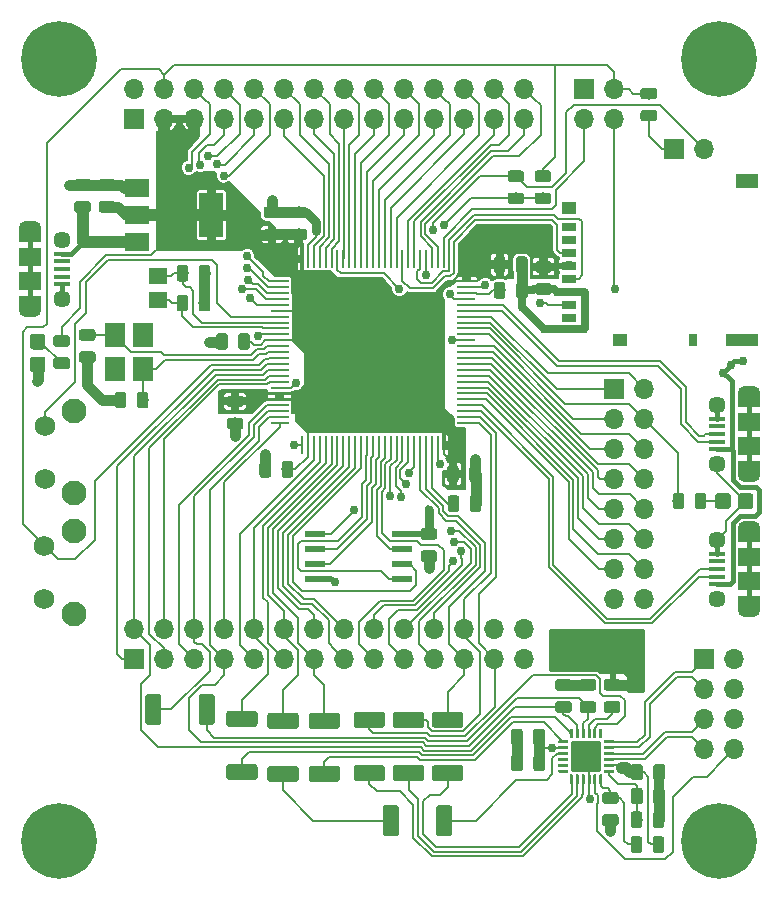
<source format=gtl>
G04 #@! TF.GenerationSoftware,KiCad,Pcbnew,5.0.1-33cea8e~68~ubuntu18.04.1*
G04 #@! TF.CreationDate,2018-11-18T16:32:13-03:00*
G04 #@! TF.ProjectId,proto-h750,70726F746F2D683735302E6B69636164,rev?*
G04 #@! TF.SameCoordinates,Original*
G04 #@! TF.FileFunction,Copper,L1,Top,Signal*
G04 #@! TF.FilePolarity,Positive*
%FSLAX46Y46*%
G04 Gerber Fmt 4.6, Leading zero omitted, Abs format (unit mm)*
G04 Created by KiCad (PCBNEW 5.0.1-33cea8e~68~ubuntu18.04.1) date dom 18 nov 2018 16:32:13 -03*
%MOMM*%
%LPD*%
G01*
G04 APERTURE LIST*
G04 #@! TA.AperFunction,Conductor*
%ADD10C,0.100000*%
G04 #@! TD*
G04 #@! TA.AperFunction,SMDPad,CuDef*
%ADD11C,0.975000*%
G04 #@! TD*
G04 #@! TA.AperFunction,ComponentPad*
%ADD12R,1.700000X1.700000*%
G04 #@! TD*
G04 #@! TA.AperFunction,ComponentPad*
%ADD13O,1.700000X1.700000*%
G04 #@! TD*
G04 #@! TA.AperFunction,SMDPad,CuDef*
%ADD14R,1.500000X1.400000*%
G04 #@! TD*
G04 #@! TA.AperFunction,SMDPad,CuDef*
%ADD15C,1.350000*%
G04 #@! TD*
G04 #@! TA.AperFunction,SMDPad,CuDef*
%ADD16C,2.600000*%
G04 #@! TD*
G04 #@! TA.AperFunction,SMDPad,CuDef*
%ADD17C,0.250000*%
G04 #@! TD*
G04 #@! TA.AperFunction,SMDPad,CuDef*
%ADD18R,1.900000X1.300000*%
G04 #@! TD*
G04 #@! TA.AperFunction,SMDPad,CuDef*
%ADD19R,2.800000X1.000000*%
G04 #@! TD*
G04 #@! TA.AperFunction,SMDPad,CuDef*
%ADD20R,0.800000X1.000000*%
G04 #@! TD*
G04 #@! TA.AperFunction,SMDPad,CuDef*
%ADD21R,1.200000X1.000000*%
G04 #@! TD*
G04 #@! TA.AperFunction,SMDPad,CuDef*
%ADD22R,1.200000X0.700000*%
G04 #@! TD*
G04 #@! TA.AperFunction,SMDPad,CuDef*
%ADD23C,1.300000*%
G04 #@! TD*
G04 #@! TA.AperFunction,ComponentPad*
%ADD24C,2.100000*%
G04 #@! TD*
G04 #@! TA.AperFunction,ComponentPad*
%ADD25C,1.750000*%
G04 #@! TD*
G04 #@! TA.AperFunction,SMDPad,CuDef*
%ADD26R,1.750000X0.550000*%
G04 #@! TD*
G04 #@! TA.AperFunction,ComponentPad*
%ADD27C,0.800000*%
G04 #@! TD*
G04 #@! TA.AperFunction,ComponentPad*
%ADD28C,6.400000*%
G04 #@! TD*
G04 #@! TA.AperFunction,SMDPad,CuDef*
%ADD29R,2.000000X1.500000*%
G04 #@! TD*
G04 #@! TA.AperFunction,SMDPad,CuDef*
%ADD30R,2.000000X3.800000*%
G04 #@! TD*
G04 #@! TA.AperFunction,SMDPad,CuDef*
%ADD31R,1.900000X1.200000*%
G04 #@! TD*
G04 #@! TA.AperFunction,ComponentPad*
%ADD32O,1.900000X1.200000*%
G04 #@! TD*
G04 #@! TA.AperFunction,SMDPad,CuDef*
%ADD33R,1.900000X1.500000*%
G04 #@! TD*
G04 #@! TA.AperFunction,ComponentPad*
%ADD34C,1.450000*%
G04 #@! TD*
G04 #@! TA.AperFunction,SMDPad,CuDef*
%ADD35R,1.350000X0.400000*%
G04 #@! TD*
G04 #@! TA.AperFunction,SMDPad,CuDef*
%ADD36R,1.800000X2.100000*%
G04 #@! TD*
G04 #@! TA.AperFunction,SMDPad,CuDef*
%ADD37R,0.280000X1.500000*%
G04 #@! TD*
G04 #@! TA.AperFunction,SMDPad,CuDef*
%ADD38R,1.500000X0.280000*%
G04 #@! TD*
G04 #@! TA.AperFunction,ViaPad*
%ADD39C,0.762000*%
G04 #@! TD*
G04 #@! TA.AperFunction,Conductor*
%ADD40C,0.203200*%
G04 #@! TD*
G04 #@! TA.AperFunction,Conductor*
%ADD41C,0.889000*%
G04 #@! TD*
G04 #@! TA.AperFunction,Conductor*
%ADD42C,0.762000*%
G04 #@! TD*
G04 #@! TA.AperFunction,Conductor*
%ADD43C,0.508000*%
G04 #@! TD*
G04 #@! TA.AperFunction,Conductor*
%ADD44C,0.381000*%
G04 #@! TD*
G04 #@! TA.AperFunction,Conductor*
%ADD45C,0.660400*%
G04 #@! TD*
G04 #@! TA.AperFunction,Conductor*
%ADD46C,0.863600*%
G04 #@! TD*
G04 #@! TA.AperFunction,Conductor*
%ADD47C,1.016000*%
G04 #@! TD*
G04 #@! TA.AperFunction,Conductor*
%ADD48C,0.254000*%
G04 #@! TD*
G04 APERTURE END LIST*
D10*
G04 #@! TO.N,VCC*
G04 #@! TO.C,R16*
G36*
X144274622Y-57016974D02*
X144298283Y-57020484D01*
X144321487Y-57026296D01*
X144344009Y-57034354D01*
X144365633Y-57044582D01*
X144386150Y-57056879D01*
X144405363Y-57071129D01*
X144423087Y-57087193D01*
X144439151Y-57104917D01*
X144453401Y-57124130D01*
X144465698Y-57144647D01*
X144475926Y-57166271D01*
X144483984Y-57188793D01*
X144489796Y-57211997D01*
X144493306Y-57235658D01*
X144494480Y-57259550D01*
X144494480Y-57747050D01*
X144493306Y-57770942D01*
X144489796Y-57794603D01*
X144483984Y-57817807D01*
X144475926Y-57840329D01*
X144465698Y-57861953D01*
X144453401Y-57882470D01*
X144439151Y-57901683D01*
X144423087Y-57919407D01*
X144405363Y-57935471D01*
X144386150Y-57949721D01*
X144365633Y-57962018D01*
X144344009Y-57972246D01*
X144321487Y-57980304D01*
X144298283Y-57986116D01*
X144274622Y-57989626D01*
X144250730Y-57990800D01*
X143338230Y-57990800D01*
X143314338Y-57989626D01*
X143290677Y-57986116D01*
X143267473Y-57980304D01*
X143244951Y-57972246D01*
X143223327Y-57962018D01*
X143202810Y-57949721D01*
X143183597Y-57935471D01*
X143165873Y-57919407D01*
X143149809Y-57901683D01*
X143135559Y-57882470D01*
X143123262Y-57861953D01*
X143113034Y-57840329D01*
X143104976Y-57817807D01*
X143099164Y-57794603D01*
X143095654Y-57770942D01*
X143094480Y-57747050D01*
X143094480Y-57259550D01*
X143095654Y-57235658D01*
X143099164Y-57211997D01*
X143104976Y-57188793D01*
X143113034Y-57166271D01*
X143123262Y-57144647D01*
X143135559Y-57124130D01*
X143149809Y-57104917D01*
X143165873Y-57087193D01*
X143183597Y-57071129D01*
X143202810Y-57056879D01*
X143223327Y-57044582D01*
X143244951Y-57034354D01*
X143267473Y-57026296D01*
X143290677Y-57020484D01*
X143314338Y-57016974D01*
X143338230Y-57015800D01*
X144250730Y-57015800D01*
X144274622Y-57016974D01*
X144274622Y-57016974D01*
G37*
D11*
G04 #@! TD*
G04 #@! TO.P,R16,1*
G04 #@! TO.N,VCC*
X143794480Y-57503300D03*
D10*
G04 #@! TO.N,/nRESET*
G04 #@! TO.C,R16*
G36*
X144274622Y-55141974D02*
X144298283Y-55145484D01*
X144321487Y-55151296D01*
X144344009Y-55159354D01*
X144365633Y-55169582D01*
X144386150Y-55181879D01*
X144405363Y-55196129D01*
X144423087Y-55212193D01*
X144439151Y-55229917D01*
X144453401Y-55249130D01*
X144465698Y-55269647D01*
X144475926Y-55291271D01*
X144483984Y-55313793D01*
X144489796Y-55336997D01*
X144493306Y-55360658D01*
X144494480Y-55384550D01*
X144494480Y-55872050D01*
X144493306Y-55895942D01*
X144489796Y-55919603D01*
X144483984Y-55942807D01*
X144475926Y-55965329D01*
X144465698Y-55986953D01*
X144453401Y-56007470D01*
X144439151Y-56026683D01*
X144423087Y-56044407D01*
X144405363Y-56060471D01*
X144386150Y-56074721D01*
X144365633Y-56087018D01*
X144344009Y-56097246D01*
X144321487Y-56105304D01*
X144298283Y-56111116D01*
X144274622Y-56114626D01*
X144250730Y-56115800D01*
X143338230Y-56115800D01*
X143314338Y-56114626D01*
X143290677Y-56111116D01*
X143267473Y-56105304D01*
X143244951Y-56097246D01*
X143223327Y-56087018D01*
X143202810Y-56074721D01*
X143183597Y-56060471D01*
X143165873Y-56044407D01*
X143149809Y-56026683D01*
X143135559Y-56007470D01*
X143123262Y-55986953D01*
X143113034Y-55965329D01*
X143104976Y-55942807D01*
X143099164Y-55919603D01*
X143095654Y-55895942D01*
X143094480Y-55872050D01*
X143094480Y-55384550D01*
X143095654Y-55360658D01*
X143099164Y-55336997D01*
X143104976Y-55313793D01*
X143113034Y-55291271D01*
X143123262Y-55269647D01*
X143135559Y-55249130D01*
X143149809Y-55229917D01*
X143165873Y-55212193D01*
X143183597Y-55196129D01*
X143202810Y-55181879D01*
X143223327Y-55169582D01*
X143244951Y-55159354D01*
X143267473Y-55151296D01*
X143290677Y-55145484D01*
X143314338Y-55141974D01*
X143338230Y-55140800D01*
X144250730Y-55140800D01*
X144274622Y-55141974D01*
X144274622Y-55141974D01*
G37*
D11*
G04 #@! TD*
G04 #@! TO.P,R16,2*
G04 #@! TO.N,/nRESET*
X143794480Y-55628300D03*
D12*
G04 #@! TO.P,SW3,1*
G04 #@! TO.N,GND*
X154940000Y-53340000D03*
D13*
G04 #@! TO.P,SW3,2*
G04 #@! TO.N,/BOOT*
X157480000Y-53340000D03*
G04 #@! TD*
D14*
G04 #@! TO.P,Y2,1*
G04 #@! TO.N,Net-(C11-Pad2)*
X111221520Y-64050200D03*
G04 #@! TO.P,Y2,2*
G04 #@! TO.N,Net-(C9-Pad2)*
X111221520Y-66150200D03*
G04 #@! TD*
D10*
G04 #@! TO.N,Net-(R13-Pad1)*
G04 #@! TO.C,R15*
G36*
X131384405Y-108874104D02*
X131408673Y-108877704D01*
X131432472Y-108883665D01*
X131455571Y-108891930D01*
X131477750Y-108902420D01*
X131498793Y-108915032D01*
X131518499Y-108929647D01*
X131536677Y-108946123D01*
X131553153Y-108964301D01*
X131567768Y-108984007D01*
X131580380Y-109005050D01*
X131590870Y-109027229D01*
X131599135Y-109050328D01*
X131605096Y-109074127D01*
X131608696Y-109098395D01*
X131609900Y-109122899D01*
X131609900Y-111272901D01*
X131608696Y-111297405D01*
X131605096Y-111321673D01*
X131599135Y-111345472D01*
X131590870Y-111368571D01*
X131580380Y-111390750D01*
X131567768Y-111411793D01*
X131553153Y-111431499D01*
X131536677Y-111449677D01*
X131518499Y-111466153D01*
X131498793Y-111480768D01*
X131477750Y-111493380D01*
X131455571Y-111503870D01*
X131432472Y-111512135D01*
X131408673Y-111518096D01*
X131384405Y-111521696D01*
X131359901Y-111522900D01*
X130509899Y-111522900D01*
X130485395Y-111521696D01*
X130461127Y-111518096D01*
X130437328Y-111512135D01*
X130414229Y-111503870D01*
X130392050Y-111493380D01*
X130371007Y-111480768D01*
X130351301Y-111466153D01*
X130333123Y-111449677D01*
X130316647Y-111431499D01*
X130302032Y-111411793D01*
X130289420Y-111390750D01*
X130278930Y-111368571D01*
X130270665Y-111345472D01*
X130264704Y-111321673D01*
X130261104Y-111297405D01*
X130259900Y-111272901D01*
X130259900Y-109122899D01*
X130261104Y-109098395D01*
X130264704Y-109074127D01*
X130270665Y-109050328D01*
X130278930Y-109027229D01*
X130289420Y-109005050D01*
X130302032Y-108984007D01*
X130316647Y-108964301D01*
X130333123Y-108946123D01*
X130351301Y-108929647D01*
X130371007Y-108915032D01*
X130392050Y-108902420D01*
X130414229Y-108891930D01*
X130437328Y-108883665D01*
X130461127Y-108877704D01*
X130485395Y-108874104D01*
X130509899Y-108872900D01*
X131359901Y-108872900D01*
X131384405Y-108874104D01*
X131384405Y-108874104D01*
G37*
D15*
G04 #@! TD*
G04 #@! TO.P,R15,1*
G04 #@! TO.N,Net-(R13-Pad1)*
X130934900Y-110197900D03*
D10*
G04 #@! TO.N,/ENET_CRSDV*
G04 #@! TO.C,R15*
G36*
X135884405Y-108874104D02*
X135908673Y-108877704D01*
X135932472Y-108883665D01*
X135955571Y-108891930D01*
X135977750Y-108902420D01*
X135998793Y-108915032D01*
X136018499Y-108929647D01*
X136036677Y-108946123D01*
X136053153Y-108964301D01*
X136067768Y-108984007D01*
X136080380Y-109005050D01*
X136090870Y-109027229D01*
X136099135Y-109050328D01*
X136105096Y-109074127D01*
X136108696Y-109098395D01*
X136109900Y-109122899D01*
X136109900Y-111272901D01*
X136108696Y-111297405D01*
X136105096Y-111321673D01*
X136099135Y-111345472D01*
X136090870Y-111368571D01*
X136080380Y-111390750D01*
X136067768Y-111411793D01*
X136053153Y-111431499D01*
X136036677Y-111449677D01*
X136018499Y-111466153D01*
X135998793Y-111480768D01*
X135977750Y-111493380D01*
X135955571Y-111503870D01*
X135932472Y-111512135D01*
X135908673Y-111518096D01*
X135884405Y-111521696D01*
X135859901Y-111522900D01*
X135009899Y-111522900D01*
X134985395Y-111521696D01*
X134961127Y-111518096D01*
X134937328Y-111512135D01*
X134914229Y-111503870D01*
X134892050Y-111493380D01*
X134871007Y-111480768D01*
X134851301Y-111466153D01*
X134833123Y-111449677D01*
X134816647Y-111431499D01*
X134802032Y-111411793D01*
X134789420Y-111390750D01*
X134778930Y-111368571D01*
X134770665Y-111345472D01*
X134764704Y-111321673D01*
X134761104Y-111297405D01*
X134759900Y-111272901D01*
X134759900Y-109122899D01*
X134761104Y-109098395D01*
X134764704Y-109074127D01*
X134770665Y-109050328D01*
X134778930Y-109027229D01*
X134789420Y-109005050D01*
X134802032Y-108984007D01*
X134816647Y-108964301D01*
X134833123Y-108946123D01*
X134851301Y-108929647D01*
X134871007Y-108915032D01*
X134892050Y-108902420D01*
X134914229Y-108891930D01*
X134937328Y-108883665D01*
X134961127Y-108877704D01*
X134985395Y-108874104D01*
X135009899Y-108872900D01*
X135859901Y-108872900D01*
X135884405Y-108874104D01*
X135884405Y-108874104D01*
G37*
D15*
G04 #@! TD*
G04 #@! TO.P,R15,2*
G04 #@! TO.N,/ENET_CRSDV*
X135434900Y-110197900D03*
D10*
G04 #@! TO.N,/ENET_TXD0*
G04 #@! TO.C,R9*
G36*
X133524945Y-105487604D02*
X133549213Y-105491204D01*
X133573012Y-105497165D01*
X133596111Y-105505430D01*
X133618290Y-105515920D01*
X133639333Y-105528532D01*
X133659039Y-105543147D01*
X133677217Y-105559623D01*
X133693693Y-105577801D01*
X133708308Y-105597507D01*
X133720920Y-105618550D01*
X133731410Y-105640729D01*
X133739675Y-105663828D01*
X133745636Y-105687627D01*
X133749236Y-105711895D01*
X133750440Y-105736399D01*
X133750440Y-106586401D01*
X133749236Y-106610905D01*
X133745636Y-106635173D01*
X133739675Y-106658972D01*
X133731410Y-106682071D01*
X133720920Y-106704250D01*
X133708308Y-106725293D01*
X133693693Y-106744999D01*
X133677217Y-106763177D01*
X133659039Y-106779653D01*
X133639333Y-106794268D01*
X133618290Y-106806880D01*
X133596111Y-106817370D01*
X133573012Y-106825635D01*
X133549213Y-106831596D01*
X133524945Y-106835196D01*
X133500441Y-106836400D01*
X131350439Y-106836400D01*
X131325935Y-106835196D01*
X131301667Y-106831596D01*
X131277868Y-106825635D01*
X131254769Y-106817370D01*
X131232590Y-106806880D01*
X131211547Y-106794268D01*
X131191841Y-106779653D01*
X131173663Y-106763177D01*
X131157187Y-106744999D01*
X131142572Y-106725293D01*
X131129960Y-106704250D01*
X131119470Y-106682071D01*
X131111205Y-106658972D01*
X131105244Y-106635173D01*
X131101644Y-106610905D01*
X131100440Y-106586401D01*
X131100440Y-105736399D01*
X131101644Y-105711895D01*
X131105244Y-105687627D01*
X131111205Y-105663828D01*
X131119470Y-105640729D01*
X131129960Y-105618550D01*
X131142572Y-105597507D01*
X131157187Y-105577801D01*
X131173663Y-105559623D01*
X131191841Y-105543147D01*
X131211547Y-105528532D01*
X131232590Y-105515920D01*
X131254769Y-105505430D01*
X131277868Y-105497165D01*
X131301667Y-105491204D01*
X131325935Y-105487604D01*
X131350439Y-105486400D01*
X133500441Y-105486400D01*
X133524945Y-105487604D01*
X133524945Y-105487604D01*
G37*
D15*
G04 #@! TD*
G04 #@! TO.P,R9,1*
G04 #@! TO.N,/ENET_TXD0*
X132425440Y-106161400D03*
D10*
G04 #@! TO.N,/PB12*
G04 #@! TO.C,R9*
G36*
X133524945Y-100987604D02*
X133549213Y-100991204D01*
X133573012Y-100997165D01*
X133596111Y-101005430D01*
X133618290Y-101015920D01*
X133639333Y-101028532D01*
X133659039Y-101043147D01*
X133677217Y-101059623D01*
X133693693Y-101077801D01*
X133708308Y-101097507D01*
X133720920Y-101118550D01*
X133731410Y-101140729D01*
X133739675Y-101163828D01*
X133745636Y-101187627D01*
X133749236Y-101211895D01*
X133750440Y-101236399D01*
X133750440Y-102086401D01*
X133749236Y-102110905D01*
X133745636Y-102135173D01*
X133739675Y-102158972D01*
X133731410Y-102182071D01*
X133720920Y-102204250D01*
X133708308Y-102225293D01*
X133693693Y-102244999D01*
X133677217Y-102263177D01*
X133659039Y-102279653D01*
X133639333Y-102294268D01*
X133618290Y-102306880D01*
X133596111Y-102317370D01*
X133573012Y-102325635D01*
X133549213Y-102331596D01*
X133524945Y-102335196D01*
X133500441Y-102336400D01*
X131350439Y-102336400D01*
X131325935Y-102335196D01*
X131301667Y-102331596D01*
X131277868Y-102325635D01*
X131254769Y-102317370D01*
X131232590Y-102306880D01*
X131211547Y-102294268D01*
X131191841Y-102279653D01*
X131173663Y-102263177D01*
X131157187Y-102244999D01*
X131142572Y-102225293D01*
X131129960Y-102204250D01*
X131119470Y-102182071D01*
X131111205Y-102158972D01*
X131105244Y-102135173D01*
X131101644Y-102110905D01*
X131100440Y-102086401D01*
X131100440Y-101236399D01*
X131101644Y-101211895D01*
X131105244Y-101187627D01*
X131111205Y-101163828D01*
X131119470Y-101140729D01*
X131129960Y-101118550D01*
X131142572Y-101097507D01*
X131157187Y-101077801D01*
X131173663Y-101059623D01*
X131191841Y-101043147D01*
X131211547Y-101028532D01*
X131232590Y-101015920D01*
X131254769Y-101005430D01*
X131277868Y-100997165D01*
X131301667Y-100991204D01*
X131325935Y-100987604D01*
X131350439Y-100986400D01*
X133500441Y-100986400D01*
X133524945Y-100987604D01*
X133524945Y-100987604D01*
G37*
D15*
G04 #@! TD*
G04 #@! TO.P,R9,2*
G04 #@! TO.N,/PB12*
X132425440Y-101661400D03*
D10*
G04 #@! TO.N,/ENET_RXD0*
G04 #@! TO.C,R11*
G36*
X126392625Y-105558724D02*
X126416893Y-105562324D01*
X126440692Y-105568285D01*
X126463791Y-105576550D01*
X126485970Y-105587040D01*
X126507013Y-105599652D01*
X126526719Y-105614267D01*
X126544897Y-105630743D01*
X126561373Y-105648921D01*
X126575988Y-105668627D01*
X126588600Y-105689670D01*
X126599090Y-105711849D01*
X126607355Y-105734948D01*
X126613316Y-105758747D01*
X126616916Y-105783015D01*
X126618120Y-105807519D01*
X126618120Y-106657521D01*
X126616916Y-106682025D01*
X126613316Y-106706293D01*
X126607355Y-106730092D01*
X126599090Y-106753191D01*
X126588600Y-106775370D01*
X126575988Y-106796413D01*
X126561373Y-106816119D01*
X126544897Y-106834297D01*
X126526719Y-106850773D01*
X126507013Y-106865388D01*
X126485970Y-106878000D01*
X126463791Y-106888490D01*
X126440692Y-106896755D01*
X126416893Y-106902716D01*
X126392625Y-106906316D01*
X126368121Y-106907520D01*
X124218119Y-106907520D01*
X124193615Y-106906316D01*
X124169347Y-106902716D01*
X124145548Y-106896755D01*
X124122449Y-106888490D01*
X124100270Y-106878000D01*
X124079227Y-106865388D01*
X124059521Y-106850773D01*
X124041343Y-106834297D01*
X124024867Y-106816119D01*
X124010252Y-106796413D01*
X123997640Y-106775370D01*
X123987150Y-106753191D01*
X123978885Y-106730092D01*
X123972924Y-106706293D01*
X123969324Y-106682025D01*
X123968120Y-106657521D01*
X123968120Y-105807519D01*
X123969324Y-105783015D01*
X123972924Y-105758747D01*
X123978885Y-105734948D01*
X123987150Y-105711849D01*
X123997640Y-105689670D01*
X124010252Y-105668627D01*
X124024867Y-105648921D01*
X124041343Y-105630743D01*
X124059521Y-105614267D01*
X124079227Y-105599652D01*
X124100270Y-105587040D01*
X124122449Y-105576550D01*
X124145548Y-105568285D01*
X124169347Y-105562324D01*
X124193615Y-105558724D01*
X124218119Y-105557520D01*
X126368121Y-105557520D01*
X126392625Y-105558724D01*
X126392625Y-105558724D01*
G37*
D15*
G04 #@! TD*
G04 #@! TO.P,R11,1*
G04 #@! TO.N,/ENET_RXD0*
X125293120Y-106232520D03*
D10*
G04 #@! TO.N,/PC4*
G04 #@! TO.C,R11*
G36*
X126392625Y-101058724D02*
X126416893Y-101062324D01*
X126440692Y-101068285D01*
X126463791Y-101076550D01*
X126485970Y-101087040D01*
X126507013Y-101099652D01*
X126526719Y-101114267D01*
X126544897Y-101130743D01*
X126561373Y-101148921D01*
X126575988Y-101168627D01*
X126588600Y-101189670D01*
X126599090Y-101211849D01*
X126607355Y-101234948D01*
X126613316Y-101258747D01*
X126616916Y-101283015D01*
X126618120Y-101307519D01*
X126618120Y-102157521D01*
X126616916Y-102182025D01*
X126613316Y-102206293D01*
X126607355Y-102230092D01*
X126599090Y-102253191D01*
X126588600Y-102275370D01*
X126575988Y-102296413D01*
X126561373Y-102316119D01*
X126544897Y-102334297D01*
X126526719Y-102350773D01*
X126507013Y-102365388D01*
X126485970Y-102378000D01*
X126463791Y-102388490D01*
X126440692Y-102396755D01*
X126416893Y-102402716D01*
X126392625Y-102406316D01*
X126368121Y-102407520D01*
X124218119Y-102407520D01*
X124193615Y-102406316D01*
X124169347Y-102402716D01*
X124145548Y-102396755D01*
X124122449Y-102388490D01*
X124100270Y-102378000D01*
X124079227Y-102365388D01*
X124059521Y-102350773D01*
X124041343Y-102334297D01*
X124024867Y-102316119D01*
X124010252Y-102296413D01*
X123997640Y-102275370D01*
X123987150Y-102253191D01*
X123978885Y-102230092D01*
X123972924Y-102206293D01*
X123969324Y-102182025D01*
X123968120Y-102157521D01*
X123968120Y-101307519D01*
X123969324Y-101283015D01*
X123972924Y-101258747D01*
X123978885Y-101234948D01*
X123987150Y-101211849D01*
X123997640Y-101189670D01*
X124010252Y-101168627D01*
X124024867Y-101148921D01*
X124041343Y-101130743D01*
X124059521Y-101114267D01*
X124079227Y-101099652D01*
X124100270Y-101087040D01*
X124122449Y-101076550D01*
X124145548Y-101068285D01*
X124169347Y-101062324D01*
X124193615Y-101058724D01*
X124218119Y-101057520D01*
X126368121Y-101057520D01*
X126392625Y-101058724D01*
X126392625Y-101058724D01*
G37*
D15*
G04 #@! TD*
G04 #@! TO.P,R11,2*
G04 #@! TO.N,/PC4*
X125293120Y-101732520D03*
D10*
G04 #@! TO.N,/PA7*
G04 #@! TO.C,R13*
G36*
X122905205Y-101058724D02*
X122929473Y-101062324D01*
X122953272Y-101068285D01*
X122976371Y-101076550D01*
X122998550Y-101087040D01*
X123019593Y-101099652D01*
X123039299Y-101114267D01*
X123057477Y-101130743D01*
X123073953Y-101148921D01*
X123088568Y-101168627D01*
X123101180Y-101189670D01*
X123111670Y-101211849D01*
X123119935Y-101234948D01*
X123125896Y-101258747D01*
X123129496Y-101283015D01*
X123130700Y-101307519D01*
X123130700Y-102157521D01*
X123129496Y-102182025D01*
X123125896Y-102206293D01*
X123119935Y-102230092D01*
X123111670Y-102253191D01*
X123101180Y-102275370D01*
X123088568Y-102296413D01*
X123073953Y-102316119D01*
X123057477Y-102334297D01*
X123039299Y-102350773D01*
X123019593Y-102365388D01*
X122998550Y-102378000D01*
X122976371Y-102388490D01*
X122953272Y-102396755D01*
X122929473Y-102402716D01*
X122905205Y-102406316D01*
X122880701Y-102407520D01*
X120730699Y-102407520D01*
X120706195Y-102406316D01*
X120681927Y-102402716D01*
X120658128Y-102396755D01*
X120635029Y-102388490D01*
X120612850Y-102378000D01*
X120591807Y-102365388D01*
X120572101Y-102350773D01*
X120553923Y-102334297D01*
X120537447Y-102316119D01*
X120522832Y-102296413D01*
X120510220Y-102275370D01*
X120499730Y-102253191D01*
X120491465Y-102230092D01*
X120485504Y-102206293D01*
X120481904Y-102182025D01*
X120480700Y-102157521D01*
X120480700Y-101307519D01*
X120481904Y-101283015D01*
X120485504Y-101258747D01*
X120491465Y-101234948D01*
X120499730Y-101211849D01*
X120510220Y-101189670D01*
X120522832Y-101168627D01*
X120537447Y-101148921D01*
X120553923Y-101130743D01*
X120572101Y-101114267D01*
X120591807Y-101099652D01*
X120612850Y-101087040D01*
X120635029Y-101076550D01*
X120658128Y-101068285D01*
X120681927Y-101062324D01*
X120706195Y-101058724D01*
X120730699Y-101057520D01*
X122880701Y-101057520D01*
X122905205Y-101058724D01*
X122905205Y-101058724D01*
G37*
D15*
G04 #@! TD*
G04 #@! TO.P,R13,2*
G04 #@! TO.N,/PA7*
X121805700Y-101732520D03*
D10*
G04 #@! TO.N,Net-(R13-Pad1)*
G04 #@! TO.C,R13*
G36*
X122905205Y-105558724D02*
X122929473Y-105562324D01*
X122953272Y-105568285D01*
X122976371Y-105576550D01*
X122998550Y-105587040D01*
X123019593Y-105599652D01*
X123039299Y-105614267D01*
X123057477Y-105630743D01*
X123073953Y-105648921D01*
X123088568Y-105668627D01*
X123101180Y-105689670D01*
X123111670Y-105711849D01*
X123119935Y-105734948D01*
X123125896Y-105758747D01*
X123129496Y-105783015D01*
X123130700Y-105807519D01*
X123130700Y-106657521D01*
X123129496Y-106682025D01*
X123125896Y-106706293D01*
X123119935Y-106730092D01*
X123111670Y-106753191D01*
X123101180Y-106775370D01*
X123088568Y-106796413D01*
X123073953Y-106816119D01*
X123057477Y-106834297D01*
X123039299Y-106850773D01*
X123019593Y-106865388D01*
X122998550Y-106878000D01*
X122976371Y-106888490D01*
X122953272Y-106896755D01*
X122929473Y-106902716D01*
X122905205Y-106906316D01*
X122880701Y-106907520D01*
X120730699Y-106907520D01*
X120706195Y-106906316D01*
X120681927Y-106902716D01*
X120658128Y-106896755D01*
X120635029Y-106888490D01*
X120612850Y-106878000D01*
X120591807Y-106865388D01*
X120572101Y-106850773D01*
X120553923Y-106834297D01*
X120537447Y-106816119D01*
X120522832Y-106796413D01*
X120510220Y-106775370D01*
X120499730Y-106753191D01*
X120491465Y-106730092D01*
X120485504Y-106706293D01*
X120481904Y-106682025D01*
X120480700Y-106657521D01*
X120480700Y-105807519D01*
X120481904Y-105783015D01*
X120485504Y-105758747D01*
X120491465Y-105734948D01*
X120499730Y-105711849D01*
X120510220Y-105689670D01*
X120522832Y-105668627D01*
X120537447Y-105648921D01*
X120553923Y-105630743D01*
X120572101Y-105614267D01*
X120591807Y-105599652D01*
X120612850Y-105587040D01*
X120635029Y-105576550D01*
X120658128Y-105568285D01*
X120681927Y-105562324D01*
X120706195Y-105558724D01*
X120730699Y-105557520D01*
X122880701Y-105557520D01*
X122905205Y-105558724D01*
X122905205Y-105558724D01*
G37*
D15*
G04 #@! TD*
G04 #@! TO.P,R13,1*
G04 #@! TO.N,Net-(R13-Pad1)*
X121805700Y-106232520D03*
D10*
G04 #@! TO.N,/ENET_RXD1*
G04 #@! TO.C,R12*
G36*
X119420325Y-105396164D02*
X119444593Y-105399764D01*
X119468392Y-105405725D01*
X119491491Y-105413990D01*
X119513670Y-105424480D01*
X119534713Y-105437092D01*
X119554419Y-105451707D01*
X119572597Y-105468183D01*
X119589073Y-105486361D01*
X119603688Y-105506067D01*
X119616300Y-105527110D01*
X119626790Y-105549289D01*
X119635055Y-105572388D01*
X119641016Y-105596187D01*
X119644616Y-105620455D01*
X119645820Y-105644959D01*
X119645820Y-106494961D01*
X119644616Y-106519465D01*
X119641016Y-106543733D01*
X119635055Y-106567532D01*
X119626790Y-106590631D01*
X119616300Y-106612810D01*
X119603688Y-106633853D01*
X119589073Y-106653559D01*
X119572597Y-106671737D01*
X119554419Y-106688213D01*
X119534713Y-106702828D01*
X119513670Y-106715440D01*
X119491491Y-106725930D01*
X119468392Y-106734195D01*
X119444593Y-106740156D01*
X119420325Y-106743756D01*
X119395821Y-106744960D01*
X117245819Y-106744960D01*
X117221315Y-106743756D01*
X117197047Y-106740156D01*
X117173248Y-106734195D01*
X117150149Y-106725930D01*
X117127970Y-106715440D01*
X117106927Y-106702828D01*
X117087221Y-106688213D01*
X117069043Y-106671737D01*
X117052567Y-106653559D01*
X117037952Y-106633853D01*
X117025340Y-106612810D01*
X117014850Y-106590631D01*
X117006585Y-106567532D01*
X117000624Y-106543733D01*
X116997024Y-106519465D01*
X116995820Y-106494961D01*
X116995820Y-105644959D01*
X116997024Y-105620455D01*
X117000624Y-105596187D01*
X117006585Y-105572388D01*
X117014850Y-105549289D01*
X117025340Y-105527110D01*
X117037952Y-105506067D01*
X117052567Y-105486361D01*
X117069043Y-105468183D01*
X117087221Y-105451707D01*
X117106927Y-105437092D01*
X117127970Y-105424480D01*
X117150149Y-105413990D01*
X117173248Y-105405725D01*
X117197047Y-105399764D01*
X117221315Y-105396164D01*
X117245819Y-105394960D01*
X119395821Y-105394960D01*
X119420325Y-105396164D01*
X119420325Y-105396164D01*
G37*
D15*
G04 #@! TD*
G04 #@! TO.P,R12,1*
G04 #@! TO.N,/ENET_RXD1*
X118320820Y-106069960D03*
D10*
G04 #@! TO.N,/PA5*
G04 #@! TO.C,R12*
G36*
X119420325Y-100896164D02*
X119444593Y-100899764D01*
X119468392Y-100905725D01*
X119491491Y-100913990D01*
X119513670Y-100924480D01*
X119534713Y-100937092D01*
X119554419Y-100951707D01*
X119572597Y-100968183D01*
X119589073Y-100986361D01*
X119603688Y-101006067D01*
X119616300Y-101027110D01*
X119626790Y-101049289D01*
X119635055Y-101072388D01*
X119641016Y-101096187D01*
X119644616Y-101120455D01*
X119645820Y-101144959D01*
X119645820Y-101994961D01*
X119644616Y-102019465D01*
X119641016Y-102043733D01*
X119635055Y-102067532D01*
X119626790Y-102090631D01*
X119616300Y-102112810D01*
X119603688Y-102133853D01*
X119589073Y-102153559D01*
X119572597Y-102171737D01*
X119554419Y-102188213D01*
X119534713Y-102202828D01*
X119513670Y-102215440D01*
X119491491Y-102225930D01*
X119468392Y-102234195D01*
X119444593Y-102240156D01*
X119420325Y-102243756D01*
X119395821Y-102244960D01*
X117245819Y-102244960D01*
X117221315Y-102243756D01*
X117197047Y-102240156D01*
X117173248Y-102234195D01*
X117150149Y-102225930D01*
X117127970Y-102215440D01*
X117106927Y-102202828D01*
X117087221Y-102188213D01*
X117069043Y-102171737D01*
X117052567Y-102153559D01*
X117037952Y-102133853D01*
X117025340Y-102112810D01*
X117014850Y-102090631D01*
X117006585Y-102067532D01*
X117000624Y-102043733D01*
X116997024Y-102019465D01*
X116995820Y-101994961D01*
X116995820Y-101144959D01*
X116997024Y-101120455D01*
X117000624Y-101096187D01*
X117006585Y-101072388D01*
X117014850Y-101049289D01*
X117025340Y-101027110D01*
X117037952Y-101006067D01*
X117052567Y-100986361D01*
X117069043Y-100968183D01*
X117087221Y-100951707D01*
X117106927Y-100937092D01*
X117127970Y-100924480D01*
X117150149Y-100913990D01*
X117173248Y-100905725D01*
X117197047Y-100899764D01*
X117221315Y-100896164D01*
X117245819Y-100894960D01*
X119395821Y-100894960D01*
X119420325Y-100896164D01*
X119420325Y-100896164D01*
G37*
D15*
G04 #@! TD*
G04 #@! TO.P,R12,2*
G04 #@! TO.N,/PA5*
X118320820Y-101569960D03*
D10*
G04 #@! TO.N,/PB13*
G04 #@! TO.C,R10*
G36*
X130210245Y-100987604D02*
X130234513Y-100991204D01*
X130258312Y-100997165D01*
X130281411Y-101005430D01*
X130303590Y-101015920D01*
X130324633Y-101028532D01*
X130344339Y-101043147D01*
X130362517Y-101059623D01*
X130378993Y-101077801D01*
X130393608Y-101097507D01*
X130406220Y-101118550D01*
X130416710Y-101140729D01*
X130424975Y-101163828D01*
X130430936Y-101187627D01*
X130434536Y-101211895D01*
X130435740Y-101236399D01*
X130435740Y-102086401D01*
X130434536Y-102110905D01*
X130430936Y-102135173D01*
X130424975Y-102158972D01*
X130416710Y-102182071D01*
X130406220Y-102204250D01*
X130393608Y-102225293D01*
X130378993Y-102244999D01*
X130362517Y-102263177D01*
X130344339Y-102279653D01*
X130324633Y-102294268D01*
X130303590Y-102306880D01*
X130281411Y-102317370D01*
X130258312Y-102325635D01*
X130234513Y-102331596D01*
X130210245Y-102335196D01*
X130185741Y-102336400D01*
X128035739Y-102336400D01*
X128011235Y-102335196D01*
X127986967Y-102331596D01*
X127963168Y-102325635D01*
X127940069Y-102317370D01*
X127917890Y-102306880D01*
X127896847Y-102294268D01*
X127877141Y-102279653D01*
X127858963Y-102263177D01*
X127842487Y-102244999D01*
X127827872Y-102225293D01*
X127815260Y-102204250D01*
X127804770Y-102182071D01*
X127796505Y-102158972D01*
X127790544Y-102135173D01*
X127786944Y-102110905D01*
X127785740Y-102086401D01*
X127785740Y-101236399D01*
X127786944Y-101211895D01*
X127790544Y-101187627D01*
X127796505Y-101163828D01*
X127804770Y-101140729D01*
X127815260Y-101118550D01*
X127827872Y-101097507D01*
X127842487Y-101077801D01*
X127858963Y-101059623D01*
X127877141Y-101043147D01*
X127896847Y-101028532D01*
X127917890Y-101015920D01*
X127940069Y-101005430D01*
X127963168Y-100997165D01*
X127986967Y-100991204D01*
X128011235Y-100987604D01*
X128035739Y-100986400D01*
X130185741Y-100986400D01*
X130210245Y-100987604D01*
X130210245Y-100987604D01*
G37*
D15*
G04 #@! TD*
G04 #@! TO.P,R10,2*
G04 #@! TO.N,/PB13*
X129110740Y-101661400D03*
D10*
G04 #@! TO.N,/ENET_TXD1*
G04 #@! TO.C,R10*
G36*
X130210245Y-105487604D02*
X130234513Y-105491204D01*
X130258312Y-105497165D01*
X130281411Y-105505430D01*
X130303590Y-105515920D01*
X130324633Y-105528532D01*
X130344339Y-105543147D01*
X130362517Y-105559623D01*
X130378993Y-105577801D01*
X130393608Y-105597507D01*
X130406220Y-105618550D01*
X130416710Y-105640729D01*
X130424975Y-105663828D01*
X130430936Y-105687627D01*
X130434536Y-105711895D01*
X130435740Y-105736399D01*
X130435740Y-106586401D01*
X130434536Y-106610905D01*
X130430936Y-106635173D01*
X130424975Y-106658972D01*
X130416710Y-106682071D01*
X130406220Y-106704250D01*
X130393608Y-106725293D01*
X130378993Y-106744999D01*
X130362517Y-106763177D01*
X130344339Y-106779653D01*
X130324633Y-106794268D01*
X130303590Y-106806880D01*
X130281411Y-106817370D01*
X130258312Y-106825635D01*
X130234513Y-106831596D01*
X130210245Y-106835196D01*
X130185741Y-106836400D01*
X128035739Y-106836400D01*
X128011235Y-106835196D01*
X127986967Y-106831596D01*
X127963168Y-106825635D01*
X127940069Y-106817370D01*
X127917890Y-106806880D01*
X127896847Y-106794268D01*
X127877141Y-106779653D01*
X127858963Y-106763177D01*
X127842487Y-106744999D01*
X127827872Y-106725293D01*
X127815260Y-106704250D01*
X127804770Y-106682071D01*
X127796505Y-106658972D01*
X127790544Y-106635173D01*
X127786944Y-106610905D01*
X127785740Y-106586401D01*
X127785740Y-105736399D01*
X127786944Y-105711895D01*
X127790544Y-105687627D01*
X127796505Y-105663828D01*
X127804770Y-105640729D01*
X127815260Y-105618550D01*
X127827872Y-105597507D01*
X127842487Y-105577801D01*
X127858963Y-105559623D01*
X127877141Y-105543147D01*
X127896847Y-105528532D01*
X127917890Y-105515920D01*
X127940069Y-105505430D01*
X127963168Y-105497165D01*
X127986967Y-105491204D01*
X128011235Y-105487604D01*
X128035739Y-105486400D01*
X130185741Y-105486400D01*
X130210245Y-105487604D01*
X130210245Y-105487604D01*
G37*
D15*
G04 #@! TD*
G04 #@! TO.P,R10,1*
G04 #@! TO.N,/ENET_TXD1*
X129110740Y-106161400D03*
D10*
G04 #@! TO.N,/PB11*
G04 #@! TO.C,R8*
G36*
X136837105Y-100987604D02*
X136861373Y-100991204D01*
X136885172Y-100997165D01*
X136908271Y-101005430D01*
X136930450Y-101015920D01*
X136951493Y-101028532D01*
X136971199Y-101043147D01*
X136989377Y-101059623D01*
X137005853Y-101077801D01*
X137020468Y-101097507D01*
X137033080Y-101118550D01*
X137043570Y-101140729D01*
X137051835Y-101163828D01*
X137057796Y-101187627D01*
X137061396Y-101211895D01*
X137062600Y-101236399D01*
X137062600Y-102086401D01*
X137061396Y-102110905D01*
X137057796Y-102135173D01*
X137051835Y-102158972D01*
X137043570Y-102182071D01*
X137033080Y-102204250D01*
X137020468Y-102225293D01*
X137005853Y-102244999D01*
X136989377Y-102263177D01*
X136971199Y-102279653D01*
X136951493Y-102294268D01*
X136930450Y-102306880D01*
X136908271Y-102317370D01*
X136885172Y-102325635D01*
X136861373Y-102331596D01*
X136837105Y-102335196D01*
X136812601Y-102336400D01*
X134662599Y-102336400D01*
X134638095Y-102335196D01*
X134613827Y-102331596D01*
X134590028Y-102325635D01*
X134566929Y-102317370D01*
X134544750Y-102306880D01*
X134523707Y-102294268D01*
X134504001Y-102279653D01*
X134485823Y-102263177D01*
X134469347Y-102244999D01*
X134454732Y-102225293D01*
X134442120Y-102204250D01*
X134431630Y-102182071D01*
X134423365Y-102158972D01*
X134417404Y-102135173D01*
X134413804Y-102110905D01*
X134412600Y-102086401D01*
X134412600Y-101236399D01*
X134413804Y-101211895D01*
X134417404Y-101187627D01*
X134423365Y-101163828D01*
X134431630Y-101140729D01*
X134442120Y-101118550D01*
X134454732Y-101097507D01*
X134469347Y-101077801D01*
X134485823Y-101059623D01*
X134504001Y-101043147D01*
X134523707Y-101028532D01*
X134544750Y-101015920D01*
X134566929Y-101005430D01*
X134590028Y-100997165D01*
X134613827Y-100991204D01*
X134638095Y-100987604D01*
X134662599Y-100986400D01*
X136812601Y-100986400D01*
X136837105Y-100987604D01*
X136837105Y-100987604D01*
G37*
D15*
G04 #@! TD*
G04 #@! TO.P,R8,2*
G04 #@! TO.N,/PB11*
X135737600Y-101661400D03*
D10*
G04 #@! TO.N,/ENET_TXEN*
G04 #@! TO.C,R8*
G36*
X136837105Y-105487604D02*
X136861373Y-105491204D01*
X136885172Y-105497165D01*
X136908271Y-105505430D01*
X136930450Y-105515920D01*
X136951493Y-105528532D01*
X136971199Y-105543147D01*
X136989377Y-105559623D01*
X137005853Y-105577801D01*
X137020468Y-105597507D01*
X137033080Y-105618550D01*
X137043570Y-105640729D01*
X137051835Y-105663828D01*
X137057796Y-105687627D01*
X137061396Y-105711895D01*
X137062600Y-105736399D01*
X137062600Y-106586401D01*
X137061396Y-106610905D01*
X137057796Y-106635173D01*
X137051835Y-106658972D01*
X137043570Y-106682071D01*
X137033080Y-106704250D01*
X137020468Y-106725293D01*
X137005853Y-106744999D01*
X136989377Y-106763177D01*
X136971199Y-106779653D01*
X136951493Y-106794268D01*
X136930450Y-106806880D01*
X136908271Y-106817370D01*
X136885172Y-106825635D01*
X136861373Y-106831596D01*
X136837105Y-106835196D01*
X136812601Y-106836400D01*
X134662599Y-106836400D01*
X134638095Y-106835196D01*
X134613827Y-106831596D01*
X134590028Y-106825635D01*
X134566929Y-106817370D01*
X134544750Y-106806880D01*
X134523707Y-106794268D01*
X134504001Y-106779653D01*
X134485823Y-106763177D01*
X134469347Y-106744999D01*
X134454732Y-106725293D01*
X134442120Y-106704250D01*
X134431630Y-106682071D01*
X134423365Y-106658972D01*
X134417404Y-106635173D01*
X134413804Y-106610905D01*
X134412600Y-106586401D01*
X134412600Y-105736399D01*
X134413804Y-105711895D01*
X134417404Y-105687627D01*
X134423365Y-105663828D01*
X134431630Y-105640729D01*
X134442120Y-105618550D01*
X134454732Y-105597507D01*
X134469347Y-105577801D01*
X134485823Y-105559623D01*
X134504001Y-105543147D01*
X134523707Y-105528532D01*
X134544750Y-105515920D01*
X134566929Y-105505430D01*
X134590028Y-105497165D01*
X134613827Y-105491204D01*
X134638095Y-105487604D01*
X134662599Y-105486400D01*
X136812601Y-105486400D01*
X136837105Y-105487604D01*
X136837105Y-105487604D01*
G37*
D15*
G04 #@! TD*
G04 #@! TO.P,R8,1*
G04 #@! TO.N,/ENET_TXEN*
X135737600Y-106161400D03*
D10*
G04 #@! TO.N,/ENET_CLK*
G04 #@! TO.C,R14*
G36*
X115780305Y-99458324D02*
X115804573Y-99461924D01*
X115828372Y-99467885D01*
X115851471Y-99476150D01*
X115873650Y-99486640D01*
X115894693Y-99499252D01*
X115914399Y-99513867D01*
X115932577Y-99530343D01*
X115949053Y-99548521D01*
X115963668Y-99568227D01*
X115976280Y-99589270D01*
X115986770Y-99611449D01*
X115995035Y-99634548D01*
X116000996Y-99658347D01*
X116004596Y-99682615D01*
X116005800Y-99707119D01*
X116005800Y-101857121D01*
X116004596Y-101881625D01*
X116000996Y-101905893D01*
X115995035Y-101929692D01*
X115986770Y-101952791D01*
X115976280Y-101974970D01*
X115963668Y-101996013D01*
X115949053Y-102015719D01*
X115932577Y-102033897D01*
X115914399Y-102050373D01*
X115894693Y-102064988D01*
X115873650Y-102077600D01*
X115851471Y-102088090D01*
X115828372Y-102096355D01*
X115804573Y-102102316D01*
X115780305Y-102105916D01*
X115755801Y-102107120D01*
X114905799Y-102107120D01*
X114881295Y-102105916D01*
X114857027Y-102102316D01*
X114833228Y-102096355D01*
X114810129Y-102088090D01*
X114787950Y-102077600D01*
X114766907Y-102064988D01*
X114747201Y-102050373D01*
X114729023Y-102033897D01*
X114712547Y-102015719D01*
X114697932Y-101996013D01*
X114685320Y-101974970D01*
X114674830Y-101952791D01*
X114666565Y-101929692D01*
X114660604Y-101905893D01*
X114657004Y-101881625D01*
X114655800Y-101857121D01*
X114655800Y-99707119D01*
X114657004Y-99682615D01*
X114660604Y-99658347D01*
X114666565Y-99634548D01*
X114674830Y-99611449D01*
X114685320Y-99589270D01*
X114697932Y-99568227D01*
X114712547Y-99548521D01*
X114729023Y-99530343D01*
X114747201Y-99513867D01*
X114766907Y-99499252D01*
X114787950Y-99486640D01*
X114810129Y-99476150D01*
X114833228Y-99467885D01*
X114857027Y-99461924D01*
X114881295Y-99458324D01*
X114905799Y-99457120D01*
X115755801Y-99457120D01*
X115780305Y-99458324D01*
X115780305Y-99458324D01*
G37*
D15*
G04 #@! TD*
G04 #@! TO.P,R14,1*
G04 #@! TO.N,/ENET_CLK*
X115330800Y-100782120D03*
D10*
G04 #@! TO.N,/PA1*
G04 #@! TO.C,R14*
G36*
X111280305Y-99458324D02*
X111304573Y-99461924D01*
X111328372Y-99467885D01*
X111351471Y-99476150D01*
X111373650Y-99486640D01*
X111394693Y-99499252D01*
X111414399Y-99513867D01*
X111432577Y-99530343D01*
X111449053Y-99548521D01*
X111463668Y-99568227D01*
X111476280Y-99589270D01*
X111486770Y-99611449D01*
X111495035Y-99634548D01*
X111500996Y-99658347D01*
X111504596Y-99682615D01*
X111505800Y-99707119D01*
X111505800Y-101857121D01*
X111504596Y-101881625D01*
X111500996Y-101905893D01*
X111495035Y-101929692D01*
X111486770Y-101952791D01*
X111476280Y-101974970D01*
X111463668Y-101996013D01*
X111449053Y-102015719D01*
X111432577Y-102033897D01*
X111414399Y-102050373D01*
X111394693Y-102064988D01*
X111373650Y-102077600D01*
X111351471Y-102088090D01*
X111328372Y-102096355D01*
X111304573Y-102102316D01*
X111280305Y-102105916D01*
X111255801Y-102107120D01*
X110405799Y-102107120D01*
X110381295Y-102105916D01*
X110357027Y-102102316D01*
X110333228Y-102096355D01*
X110310129Y-102088090D01*
X110287950Y-102077600D01*
X110266907Y-102064988D01*
X110247201Y-102050373D01*
X110229023Y-102033897D01*
X110212547Y-102015719D01*
X110197932Y-101996013D01*
X110185320Y-101974970D01*
X110174830Y-101952791D01*
X110166565Y-101929692D01*
X110160604Y-101905893D01*
X110157004Y-101881625D01*
X110155800Y-101857121D01*
X110155800Y-99707119D01*
X110157004Y-99682615D01*
X110160604Y-99658347D01*
X110166565Y-99634548D01*
X110174830Y-99611449D01*
X110185320Y-99589270D01*
X110197932Y-99568227D01*
X110212547Y-99548521D01*
X110229023Y-99530343D01*
X110247201Y-99513867D01*
X110266907Y-99499252D01*
X110287950Y-99486640D01*
X110310129Y-99476150D01*
X110333228Y-99467885D01*
X110357027Y-99461924D01*
X110381295Y-99458324D01*
X110405799Y-99457120D01*
X111255801Y-99457120D01*
X111280305Y-99458324D01*
X111280305Y-99458324D01*
G37*
D15*
G04 #@! TD*
G04 #@! TO.P,R14,2*
G04 #@! TO.N,/PA1*
X110830800Y-100782120D03*
D10*
G04 #@! TO.N,Net-(C19-Pad2)*
G04 #@! TO.C,C19*
G36*
X149994702Y-107788554D02*
X150018363Y-107792064D01*
X150041567Y-107797876D01*
X150064089Y-107805934D01*
X150085713Y-107816162D01*
X150106230Y-107828459D01*
X150125443Y-107842709D01*
X150143167Y-107858773D01*
X150159231Y-107876497D01*
X150173481Y-107895710D01*
X150185778Y-107916227D01*
X150196006Y-107937851D01*
X150204064Y-107960373D01*
X150209876Y-107983577D01*
X150213386Y-108007238D01*
X150214560Y-108031130D01*
X150214560Y-108518630D01*
X150213386Y-108542522D01*
X150209876Y-108566183D01*
X150204064Y-108589387D01*
X150196006Y-108611909D01*
X150185778Y-108633533D01*
X150173481Y-108654050D01*
X150159231Y-108673263D01*
X150143167Y-108690987D01*
X150125443Y-108707051D01*
X150106230Y-108721301D01*
X150085713Y-108733598D01*
X150064089Y-108743826D01*
X150041567Y-108751884D01*
X150018363Y-108757696D01*
X149994702Y-108761206D01*
X149970810Y-108762380D01*
X149058310Y-108762380D01*
X149034418Y-108761206D01*
X149010757Y-108757696D01*
X148987553Y-108751884D01*
X148965031Y-108743826D01*
X148943407Y-108733598D01*
X148922890Y-108721301D01*
X148903677Y-108707051D01*
X148885953Y-108690987D01*
X148869889Y-108673263D01*
X148855639Y-108654050D01*
X148843342Y-108633533D01*
X148833114Y-108611909D01*
X148825056Y-108589387D01*
X148819244Y-108566183D01*
X148815734Y-108542522D01*
X148814560Y-108518630D01*
X148814560Y-108031130D01*
X148815734Y-108007238D01*
X148819244Y-107983577D01*
X148825056Y-107960373D01*
X148833114Y-107937851D01*
X148843342Y-107916227D01*
X148855639Y-107895710D01*
X148869889Y-107876497D01*
X148885953Y-107858773D01*
X148903677Y-107842709D01*
X148922890Y-107828459D01*
X148943407Y-107816162D01*
X148965031Y-107805934D01*
X148987553Y-107797876D01*
X149010757Y-107792064D01*
X149034418Y-107788554D01*
X149058310Y-107787380D01*
X149970810Y-107787380D01*
X149994702Y-107788554D01*
X149994702Y-107788554D01*
G37*
D11*
G04 #@! TD*
G04 #@! TO.P,C19,2*
G04 #@! TO.N,Net-(C19-Pad2)*
X149514560Y-108274880D03*
D10*
G04 #@! TO.N,GND*
G04 #@! TO.C,C19*
G36*
X149994702Y-109663554D02*
X150018363Y-109667064D01*
X150041567Y-109672876D01*
X150064089Y-109680934D01*
X150085713Y-109691162D01*
X150106230Y-109703459D01*
X150125443Y-109717709D01*
X150143167Y-109733773D01*
X150159231Y-109751497D01*
X150173481Y-109770710D01*
X150185778Y-109791227D01*
X150196006Y-109812851D01*
X150204064Y-109835373D01*
X150209876Y-109858577D01*
X150213386Y-109882238D01*
X150214560Y-109906130D01*
X150214560Y-110393630D01*
X150213386Y-110417522D01*
X150209876Y-110441183D01*
X150204064Y-110464387D01*
X150196006Y-110486909D01*
X150185778Y-110508533D01*
X150173481Y-110529050D01*
X150159231Y-110548263D01*
X150143167Y-110565987D01*
X150125443Y-110582051D01*
X150106230Y-110596301D01*
X150085713Y-110608598D01*
X150064089Y-110618826D01*
X150041567Y-110626884D01*
X150018363Y-110632696D01*
X149994702Y-110636206D01*
X149970810Y-110637380D01*
X149058310Y-110637380D01*
X149034418Y-110636206D01*
X149010757Y-110632696D01*
X148987553Y-110626884D01*
X148965031Y-110618826D01*
X148943407Y-110608598D01*
X148922890Y-110596301D01*
X148903677Y-110582051D01*
X148885953Y-110565987D01*
X148869889Y-110548263D01*
X148855639Y-110529050D01*
X148843342Y-110508533D01*
X148833114Y-110486909D01*
X148825056Y-110464387D01*
X148819244Y-110441183D01*
X148815734Y-110417522D01*
X148814560Y-110393630D01*
X148814560Y-109906130D01*
X148815734Y-109882238D01*
X148819244Y-109858577D01*
X148825056Y-109835373D01*
X148833114Y-109812851D01*
X148843342Y-109791227D01*
X148855639Y-109770710D01*
X148869889Y-109751497D01*
X148885953Y-109733773D01*
X148903677Y-109717709D01*
X148922890Y-109703459D01*
X148943407Y-109691162D01*
X148965031Y-109680934D01*
X148987553Y-109672876D01*
X149010757Y-109667064D01*
X149034418Y-109663554D01*
X149058310Y-109662380D01*
X149970810Y-109662380D01*
X149994702Y-109663554D01*
X149994702Y-109663554D01*
G37*
D11*
G04 #@! TD*
G04 #@! TO.P,C19,1*
G04 #@! TO.N,GND*
X149514560Y-110149880D03*
D10*
G04 #@! TO.N,GND*
G04 #@! TO.C,C24*
G36*
X141880022Y-104614654D02*
X141903683Y-104618164D01*
X141926887Y-104623976D01*
X141949409Y-104632034D01*
X141971033Y-104642262D01*
X141991550Y-104654559D01*
X142010763Y-104668809D01*
X142028487Y-104684873D01*
X142044551Y-104702597D01*
X142058801Y-104721810D01*
X142071098Y-104742327D01*
X142081326Y-104763951D01*
X142089384Y-104786473D01*
X142095196Y-104809677D01*
X142098706Y-104833338D01*
X142099880Y-104857230D01*
X142099880Y-105769730D01*
X142098706Y-105793622D01*
X142095196Y-105817283D01*
X142089384Y-105840487D01*
X142081326Y-105863009D01*
X142071098Y-105884633D01*
X142058801Y-105905150D01*
X142044551Y-105924363D01*
X142028487Y-105942087D01*
X142010763Y-105958151D01*
X141991550Y-105972401D01*
X141971033Y-105984698D01*
X141949409Y-105994926D01*
X141926887Y-106002984D01*
X141903683Y-106008796D01*
X141880022Y-106012306D01*
X141856130Y-106013480D01*
X141368630Y-106013480D01*
X141344738Y-106012306D01*
X141321077Y-106008796D01*
X141297873Y-106002984D01*
X141275351Y-105994926D01*
X141253727Y-105984698D01*
X141233210Y-105972401D01*
X141213997Y-105958151D01*
X141196273Y-105942087D01*
X141180209Y-105924363D01*
X141165959Y-105905150D01*
X141153662Y-105884633D01*
X141143434Y-105863009D01*
X141135376Y-105840487D01*
X141129564Y-105817283D01*
X141126054Y-105793622D01*
X141124880Y-105769730D01*
X141124880Y-104857230D01*
X141126054Y-104833338D01*
X141129564Y-104809677D01*
X141135376Y-104786473D01*
X141143434Y-104763951D01*
X141153662Y-104742327D01*
X141165959Y-104721810D01*
X141180209Y-104702597D01*
X141196273Y-104684873D01*
X141213997Y-104668809D01*
X141233210Y-104654559D01*
X141253727Y-104642262D01*
X141275351Y-104632034D01*
X141297873Y-104623976D01*
X141321077Y-104618164D01*
X141344738Y-104614654D01*
X141368630Y-104613480D01*
X141856130Y-104613480D01*
X141880022Y-104614654D01*
X141880022Y-104614654D01*
G37*
D11*
G04 #@! TD*
G04 #@! TO.P,C24,1*
G04 #@! TO.N,GND*
X141612380Y-105313480D03*
D10*
G04 #@! TO.N,VCC*
G04 #@! TO.C,C24*
G36*
X143755022Y-104614654D02*
X143778683Y-104618164D01*
X143801887Y-104623976D01*
X143824409Y-104632034D01*
X143846033Y-104642262D01*
X143866550Y-104654559D01*
X143885763Y-104668809D01*
X143903487Y-104684873D01*
X143919551Y-104702597D01*
X143933801Y-104721810D01*
X143946098Y-104742327D01*
X143956326Y-104763951D01*
X143964384Y-104786473D01*
X143970196Y-104809677D01*
X143973706Y-104833338D01*
X143974880Y-104857230D01*
X143974880Y-105769730D01*
X143973706Y-105793622D01*
X143970196Y-105817283D01*
X143964384Y-105840487D01*
X143956326Y-105863009D01*
X143946098Y-105884633D01*
X143933801Y-105905150D01*
X143919551Y-105924363D01*
X143903487Y-105942087D01*
X143885763Y-105958151D01*
X143866550Y-105972401D01*
X143846033Y-105984698D01*
X143824409Y-105994926D01*
X143801887Y-106002984D01*
X143778683Y-106008796D01*
X143755022Y-106012306D01*
X143731130Y-106013480D01*
X143243630Y-106013480D01*
X143219738Y-106012306D01*
X143196077Y-106008796D01*
X143172873Y-106002984D01*
X143150351Y-105994926D01*
X143128727Y-105984698D01*
X143108210Y-105972401D01*
X143088997Y-105958151D01*
X143071273Y-105942087D01*
X143055209Y-105924363D01*
X143040959Y-105905150D01*
X143028662Y-105884633D01*
X143018434Y-105863009D01*
X143010376Y-105840487D01*
X143004564Y-105817283D01*
X143001054Y-105793622D01*
X142999880Y-105769730D01*
X142999880Y-104857230D01*
X143001054Y-104833338D01*
X143004564Y-104809677D01*
X143010376Y-104786473D01*
X143018434Y-104763951D01*
X143028662Y-104742327D01*
X143040959Y-104721810D01*
X143055209Y-104702597D01*
X143071273Y-104684873D01*
X143088997Y-104668809D01*
X143108210Y-104654559D01*
X143128727Y-104642262D01*
X143150351Y-104632034D01*
X143172873Y-104623976D01*
X143196077Y-104618164D01*
X143219738Y-104614654D01*
X143243630Y-104613480D01*
X143731130Y-104613480D01*
X143755022Y-104614654D01*
X143755022Y-104614654D01*
G37*
D11*
G04 #@! TD*
G04 #@! TO.P,C24,2*
G04 #@! TO.N,VCC*
X143487380Y-105313480D03*
D10*
G04 #@! TO.N,VCC*
G04 #@! TO.C,C23*
G36*
X152034942Y-105396974D02*
X152058603Y-105400484D01*
X152081807Y-105406296D01*
X152104329Y-105414354D01*
X152125953Y-105424582D01*
X152146470Y-105436879D01*
X152165683Y-105451129D01*
X152183407Y-105467193D01*
X152199471Y-105484917D01*
X152213721Y-105504130D01*
X152226018Y-105524647D01*
X152236246Y-105546271D01*
X152244304Y-105568793D01*
X152250116Y-105591997D01*
X152253626Y-105615658D01*
X152254800Y-105639550D01*
X152254800Y-106552050D01*
X152253626Y-106575942D01*
X152250116Y-106599603D01*
X152244304Y-106622807D01*
X152236246Y-106645329D01*
X152226018Y-106666953D01*
X152213721Y-106687470D01*
X152199471Y-106706683D01*
X152183407Y-106724407D01*
X152165683Y-106740471D01*
X152146470Y-106754721D01*
X152125953Y-106767018D01*
X152104329Y-106777246D01*
X152081807Y-106785304D01*
X152058603Y-106791116D01*
X152034942Y-106794626D01*
X152011050Y-106795800D01*
X151523550Y-106795800D01*
X151499658Y-106794626D01*
X151475997Y-106791116D01*
X151452793Y-106785304D01*
X151430271Y-106777246D01*
X151408647Y-106767018D01*
X151388130Y-106754721D01*
X151368917Y-106740471D01*
X151351193Y-106724407D01*
X151335129Y-106706683D01*
X151320879Y-106687470D01*
X151308582Y-106666953D01*
X151298354Y-106645329D01*
X151290296Y-106622807D01*
X151284484Y-106599603D01*
X151280974Y-106575942D01*
X151279800Y-106552050D01*
X151279800Y-105639550D01*
X151280974Y-105615658D01*
X151284484Y-105591997D01*
X151290296Y-105568793D01*
X151298354Y-105546271D01*
X151308582Y-105524647D01*
X151320879Y-105504130D01*
X151335129Y-105484917D01*
X151351193Y-105467193D01*
X151368917Y-105451129D01*
X151388130Y-105436879D01*
X151408647Y-105424582D01*
X151430271Y-105414354D01*
X151452793Y-105406296D01*
X151475997Y-105400484D01*
X151499658Y-105396974D01*
X151523550Y-105395800D01*
X152011050Y-105395800D01*
X152034942Y-105396974D01*
X152034942Y-105396974D01*
G37*
D11*
G04 #@! TD*
G04 #@! TO.P,C23,2*
G04 #@! TO.N,VCC*
X151767300Y-106095800D03*
D10*
G04 #@! TO.N,GND*
G04 #@! TO.C,C23*
G36*
X153909942Y-105396974D02*
X153933603Y-105400484D01*
X153956807Y-105406296D01*
X153979329Y-105414354D01*
X154000953Y-105424582D01*
X154021470Y-105436879D01*
X154040683Y-105451129D01*
X154058407Y-105467193D01*
X154074471Y-105484917D01*
X154088721Y-105504130D01*
X154101018Y-105524647D01*
X154111246Y-105546271D01*
X154119304Y-105568793D01*
X154125116Y-105591997D01*
X154128626Y-105615658D01*
X154129800Y-105639550D01*
X154129800Y-106552050D01*
X154128626Y-106575942D01*
X154125116Y-106599603D01*
X154119304Y-106622807D01*
X154111246Y-106645329D01*
X154101018Y-106666953D01*
X154088721Y-106687470D01*
X154074471Y-106706683D01*
X154058407Y-106724407D01*
X154040683Y-106740471D01*
X154021470Y-106754721D01*
X154000953Y-106767018D01*
X153979329Y-106777246D01*
X153956807Y-106785304D01*
X153933603Y-106791116D01*
X153909942Y-106794626D01*
X153886050Y-106795800D01*
X153398550Y-106795800D01*
X153374658Y-106794626D01*
X153350997Y-106791116D01*
X153327793Y-106785304D01*
X153305271Y-106777246D01*
X153283647Y-106767018D01*
X153263130Y-106754721D01*
X153243917Y-106740471D01*
X153226193Y-106724407D01*
X153210129Y-106706683D01*
X153195879Y-106687470D01*
X153183582Y-106666953D01*
X153173354Y-106645329D01*
X153165296Y-106622807D01*
X153159484Y-106599603D01*
X153155974Y-106575942D01*
X153154800Y-106552050D01*
X153154800Y-105639550D01*
X153155974Y-105615658D01*
X153159484Y-105591997D01*
X153165296Y-105568793D01*
X153173354Y-105546271D01*
X153183582Y-105524647D01*
X153195879Y-105504130D01*
X153210129Y-105484917D01*
X153226193Y-105467193D01*
X153243917Y-105451129D01*
X153263130Y-105436879D01*
X153283647Y-105424582D01*
X153305271Y-105414354D01*
X153327793Y-105406296D01*
X153350997Y-105400484D01*
X153374658Y-105396974D01*
X153398550Y-105395800D01*
X153886050Y-105395800D01*
X153909942Y-105396974D01*
X153909942Y-105396974D01*
G37*
D11*
G04 #@! TD*
G04 #@! TO.P,C23,1*
G04 #@! TO.N,GND*
X153642300Y-106095800D03*
D10*
G04 #@! TO.N,GND*
G04 #@! TO.C,C22*
G36*
X141864782Y-102412474D02*
X141888443Y-102415984D01*
X141911647Y-102421796D01*
X141934169Y-102429854D01*
X141955793Y-102440082D01*
X141976310Y-102452379D01*
X141995523Y-102466629D01*
X142013247Y-102482693D01*
X142029311Y-102500417D01*
X142043561Y-102519630D01*
X142055858Y-102540147D01*
X142066086Y-102561771D01*
X142074144Y-102584293D01*
X142079956Y-102607497D01*
X142083466Y-102631158D01*
X142084640Y-102655050D01*
X142084640Y-103567550D01*
X142083466Y-103591442D01*
X142079956Y-103615103D01*
X142074144Y-103638307D01*
X142066086Y-103660829D01*
X142055858Y-103682453D01*
X142043561Y-103702970D01*
X142029311Y-103722183D01*
X142013247Y-103739907D01*
X141995523Y-103755971D01*
X141976310Y-103770221D01*
X141955793Y-103782518D01*
X141934169Y-103792746D01*
X141911647Y-103800804D01*
X141888443Y-103806616D01*
X141864782Y-103810126D01*
X141840890Y-103811300D01*
X141353390Y-103811300D01*
X141329498Y-103810126D01*
X141305837Y-103806616D01*
X141282633Y-103800804D01*
X141260111Y-103792746D01*
X141238487Y-103782518D01*
X141217970Y-103770221D01*
X141198757Y-103755971D01*
X141181033Y-103739907D01*
X141164969Y-103722183D01*
X141150719Y-103702970D01*
X141138422Y-103682453D01*
X141128194Y-103660829D01*
X141120136Y-103638307D01*
X141114324Y-103615103D01*
X141110814Y-103591442D01*
X141109640Y-103567550D01*
X141109640Y-102655050D01*
X141110814Y-102631158D01*
X141114324Y-102607497D01*
X141120136Y-102584293D01*
X141128194Y-102561771D01*
X141138422Y-102540147D01*
X141150719Y-102519630D01*
X141164969Y-102500417D01*
X141181033Y-102482693D01*
X141198757Y-102466629D01*
X141217970Y-102452379D01*
X141238487Y-102440082D01*
X141260111Y-102429854D01*
X141282633Y-102421796D01*
X141305837Y-102415984D01*
X141329498Y-102412474D01*
X141353390Y-102411300D01*
X141840890Y-102411300D01*
X141864782Y-102412474D01*
X141864782Y-102412474D01*
G37*
D11*
G04 #@! TD*
G04 #@! TO.P,C22,1*
G04 #@! TO.N,GND*
X141597140Y-103111300D03*
D10*
G04 #@! TO.N,VCC*
G04 #@! TO.C,C22*
G36*
X143739782Y-102412474D02*
X143763443Y-102415984D01*
X143786647Y-102421796D01*
X143809169Y-102429854D01*
X143830793Y-102440082D01*
X143851310Y-102452379D01*
X143870523Y-102466629D01*
X143888247Y-102482693D01*
X143904311Y-102500417D01*
X143918561Y-102519630D01*
X143930858Y-102540147D01*
X143941086Y-102561771D01*
X143949144Y-102584293D01*
X143954956Y-102607497D01*
X143958466Y-102631158D01*
X143959640Y-102655050D01*
X143959640Y-103567550D01*
X143958466Y-103591442D01*
X143954956Y-103615103D01*
X143949144Y-103638307D01*
X143941086Y-103660829D01*
X143930858Y-103682453D01*
X143918561Y-103702970D01*
X143904311Y-103722183D01*
X143888247Y-103739907D01*
X143870523Y-103755971D01*
X143851310Y-103770221D01*
X143830793Y-103782518D01*
X143809169Y-103792746D01*
X143786647Y-103800804D01*
X143763443Y-103806616D01*
X143739782Y-103810126D01*
X143715890Y-103811300D01*
X143228390Y-103811300D01*
X143204498Y-103810126D01*
X143180837Y-103806616D01*
X143157633Y-103800804D01*
X143135111Y-103792746D01*
X143113487Y-103782518D01*
X143092970Y-103770221D01*
X143073757Y-103755971D01*
X143056033Y-103739907D01*
X143039969Y-103722183D01*
X143025719Y-103702970D01*
X143013422Y-103682453D01*
X143003194Y-103660829D01*
X142995136Y-103638307D01*
X142989324Y-103615103D01*
X142985814Y-103591442D01*
X142984640Y-103567550D01*
X142984640Y-102655050D01*
X142985814Y-102631158D01*
X142989324Y-102607497D01*
X142995136Y-102584293D01*
X143003194Y-102561771D01*
X143013422Y-102540147D01*
X143025719Y-102519630D01*
X143039969Y-102500417D01*
X143056033Y-102482693D01*
X143073757Y-102466629D01*
X143092970Y-102452379D01*
X143113487Y-102440082D01*
X143135111Y-102429854D01*
X143157633Y-102421796D01*
X143180837Y-102415984D01*
X143204498Y-102412474D01*
X143228390Y-102411300D01*
X143715890Y-102411300D01*
X143739782Y-102412474D01*
X143739782Y-102412474D01*
G37*
D11*
G04 #@! TD*
G04 #@! TO.P,C22,2*
G04 #@! TO.N,VCC*
X143472140Y-103111300D03*
D10*
G04 #@! TO.N,Net-(C20-Pad2)*
G04 #@! TO.C,C21*
G36*
X152029862Y-107413734D02*
X152053523Y-107417244D01*
X152076727Y-107423056D01*
X152099249Y-107431114D01*
X152120873Y-107441342D01*
X152141390Y-107453639D01*
X152160603Y-107467889D01*
X152178327Y-107483953D01*
X152194391Y-107501677D01*
X152208641Y-107520890D01*
X152220938Y-107541407D01*
X152231166Y-107563031D01*
X152239224Y-107585553D01*
X152245036Y-107608757D01*
X152248546Y-107632418D01*
X152249720Y-107656310D01*
X152249720Y-108568810D01*
X152248546Y-108592702D01*
X152245036Y-108616363D01*
X152239224Y-108639567D01*
X152231166Y-108662089D01*
X152220938Y-108683713D01*
X152208641Y-108704230D01*
X152194391Y-108723443D01*
X152178327Y-108741167D01*
X152160603Y-108757231D01*
X152141390Y-108771481D01*
X152120873Y-108783778D01*
X152099249Y-108794006D01*
X152076727Y-108802064D01*
X152053523Y-108807876D01*
X152029862Y-108811386D01*
X152005970Y-108812560D01*
X151518470Y-108812560D01*
X151494578Y-108811386D01*
X151470917Y-108807876D01*
X151447713Y-108802064D01*
X151425191Y-108794006D01*
X151403567Y-108783778D01*
X151383050Y-108771481D01*
X151363837Y-108757231D01*
X151346113Y-108741167D01*
X151330049Y-108723443D01*
X151315799Y-108704230D01*
X151303502Y-108683713D01*
X151293274Y-108662089D01*
X151285216Y-108639567D01*
X151279404Y-108616363D01*
X151275894Y-108592702D01*
X151274720Y-108568810D01*
X151274720Y-107656310D01*
X151275894Y-107632418D01*
X151279404Y-107608757D01*
X151285216Y-107585553D01*
X151293274Y-107563031D01*
X151303502Y-107541407D01*
X151315799Y-107520890D01*
X151330049Y-107501677D01*
X151346113Y-107483953D01*
X151363837Y-107467889D01*
X151383050Y-107453639D01*
X151403567Y-107441342D01*
X151425191Y-107431114D01*
X151447713Y-107423056D01*
X151470917Y-107417244D01*
X151494578Y-107413734D01*
X151518470Y-107412560D01*
X152005970Y-107412560D01*
X152029862Y-107413734D01*
X152029862Y-107413734D01*
G37*
D11*
G04 #@! TD*
G04 #@! TO.P,C21,2*
G04 #@! TO.N,Net-(C20-Pad2)*
X151762220Y-108112560D03*
D10*
G04 #@! TO.N,GND*
G04 #@! TO.C,C21*
G36*
X153904862Y-107413734D02*
X153928523Y-107417244D01*
X153951727Y-107423056D01*
X153974249Y-107431114D01*
X153995873Y-107441342D01*
X154016390Y-107453639D01*
X154035603Y-107467889D01*
X154053327Y-107483953D01*
X154069391Y-107501677D01*
X154083641Y-107520890D01*
X154095938Y-107541407D01*
X154106166Y-107563031D01*
X154114224Y-107585553D01*
X154120036Y-107608757D01*
X154123546Y-107632418D01*
X154124720Y-107656310D01*
X154124720Y-108568810D01*
X154123546Y-108592702D01*
X154120036Y-108616363D01*
X154114224Y-108639567D01*
X154106166Y-108662089D01*
X154095938Y-108683713D01*
X154083641Y-108704230D01*
X154069391Y-108723443D01*
X154053327Y-108741167D01*
X154035603Y-108757231D01*
X154016390Y-108771481D01*
X153995873Y-108783778D01*
X153974249Y-108794006D01*
X153951727Y-108802064D01*
X153928523Y-108807876D01*
X153904862Y-108811386D01*
X153880970Y-108812560D01*
X153393470Y-108812560D01*
X153369578Y-108811386D01*
X153345917Y-108807876D01*
X153322713Y-108802064D01*
X153300191Y-108794006D01*
X153278567Y-108783778D01*
X153258050Y-108771481D01*
X153238837Y-108757231D01*
X153221113Y-108741167D01*
X153205049Y-108723443D01*
X153190799Y-108704230D01*
X153178502Y-108683713D01*
X153168274Y-108662089D01*
X153160216Y-108639567D01*
X153154404Y-108616363D01*
X153150894Y-108592702D01*
X153149720Y-108568810D01*
X153149720Y-107656310D01*
X153150894Y-107632418D01*
X153154404Y-107608757D01*
X153160216Y-107585553D01*
X153168274Y-107563031D01*
X153178502Y-107541407D01*
X153190799Y-107520890D01*
X153205049Y-107501677D01*
X153221113Y-107483953D01*
X153238837Y-107467889D01*
X153258050Y-107453639D01*
X153278567Y-107441342D01*
X153300191Y-107431114D01*
X153322713Y-107423056D01*
X153345917Y-107417244D01*
X153369578Y-107413734D01*
X153393470Y-107412560D01*
X153880970Y-107412560D01*
X153904862Y-107413734D01*
X153904862Y-107413734D01*
G37*
D11*
G04 #@! TD*
G04 #@! TO.P,C21,1*
G04 #@! TO.N,GND*
X153637220Y-108112560D03*
D10*
G04 #@! TO.N,GND*
G04 #@! TO.C,C20*
G36*
X153879462Y-109415254D02*
X153903123Y-109418764D01*
X153926327Y-109424576D01*
X153948849Y-109432634D01*
X153970473Y-109442862D01*
X153990990Y-109455159D01*
X154010203Y-109469409D01*
X154027927Y-109485473D01*
X154043991Y-109503197D01*
X154058241Y-109522410D01*
X154070538Y-109542927D01*
X154080766Y-109564551D01*
X154088824Y-109587073D01*
X154094636Y-109610277D01*
X154098146Y-109633938D01*
X154099320Y-109657830D01*
X154099320Y-110570330D01*
X154098146Y-110594222D01*
X154094636Y-110617883D01*
X154088824Y-110641087D01*
X154080766Y-110663609D01*
X154070538Y-110685233D01*
X154058241Y-110705750D01*
X154043991Y-110724963D01*
X154027927Y-110742687D01*
X154010203Y-110758751D01*
X153990990Y-110773001D01*
X153970473Y-110785298D01*
X153948849Y-110795526D01*
X153926327Y-110803584D01*
X153903123Y-110809396D01*
X153879462Y-110812906D01*
X153855570Y-110814080D01*
X153368070Y-110814080D01*
X153344178Y-110812906D01*
X153320517Y-110809396D01*
X153297313Y-110803584D01*
X153274791Y-110795526D01*
X153253167Y-110785298D01*
X153232650Y-110773001D01*
X153213437Y-110758751D01*
X153195713Y-110742687D01*
X153179649Y-110724963D01*
X153165399Y-110705750D01*
X153153102Y-110685233D01*
X153142874Y-110663609D01*
X153134816Y-110641087D01*
X153129004Y-110617883D01*
X153125494Y-110594222D01*
X153124320Y-110570330D01*
X153124320Y-109657830D01*
X153125494Y-109633938D01*
X153129004Y-109610277D01*
X153134816Y-109587073D01*
X153142874Y-109564551D01*
X153153102Y-109542927D01*
X153165399Y-109522410D01*
X153179649Y-109503197D01*
X153195713Y-109485473D01*
X153213437Y-109469409D01*
X153232650Y-109455159D01*
X153253167Y-109442862D01*
X153274791Y-109432634D01*
X153297313Y-109424576D01*
X153320517Y-109418764D01*
X153344178Y-109415254D01*
X153368070Y-109414080D01*
X153855570Y-109414080D01*
X153879462Y-109415254D01*
X153879462Y-109415254D01*
G37*
D11*
G04 #@! TD*
G04 #@! TO.P,C20,1*
G04 #@! TO.N,GND*
X153611820Y-110114080D03*
D10*
G04 #@! TO.N,Net-(C20-Pad2)*
G04 #@! TO.C,C20*
G36*
X152004462Y-109415254D02*
X152028123Y-109418764D01*
X152051327Y-109424576D01*
X152073849Y-109432634D01*
X152095473Y-109442862D01*
X152115990Y-109455159D01*
X152135203Y-109469409D01*
X152152927Y-109485473D01*
X152168991Y-109503197D01*
X152183241Y-109522410D01*
X152195538Y-109542927D01*
X152205766Y-109564551D01*
X152213824Y-109587073D01*
X152219636Y-109610277D01*
X152223146Y-109633938D01*
X152224320Y-109657830D01*
X152224320Y-110570330D01*
X152223146Y-110594222D01*
X152219636Y-110617883D01*
X152213824Y-110641087D01*
X152205766Y-110663609D01*
X152195538Y-110685233D01*
X152183241Y-110705750D01*
X152168991Y-110724963D01*
X152152927Y-110742687D01*
X152135203Y-110758751D01*
X152115990Y-110773001D01*
X152095473Y-110785298D01*
X152073849Y-110795526D01*
X152051327Y-110803584D01*
X152028123Y-110809396D01*
X152004462Y-110812906D01*
X151980570Y-110814080D01*
X151493070Y-110814080D01*
X151469178Y-110812906D01*
X151445517Y-110809396D01*
X151422313Y-110803584D01*
X151399791Y-110795526D01*
X151378167Y-110785298D01*
X151357650Y-110773001D01*
X151338437Y-110758751D01*
X151320713Y-110742687D01*
X151304649Y-110724963D01*
X151290399Y-110705750D01*
X151278102Y-110685233D01*
X151267874Y-110663609D01*
X151259816Y-110641087D01*
X151254004Y-110617883D01*
X151250494Y-110594222D01*
X151249320Y-110570330D01*
X151249320Y-109657830D01*
X151250494Y-109633938D01*
X151254004Y-109610277D01*
X151259816Y-109587073D01*
X151267874Y-109564551D01*
X151278102Y-109542927D01*
X151290399Y-109522410D01*
X151304649Y-109503197D01*
X151320713Y-109485473D01*
X151338437Y-109469409D01*
X151357650Y-109455159D01*
X151378167Y-109442862D01*
X151399791Y-109432634D01*
X151422313Y-109424576D01*
X151445517Y-109418764D01*
X151469178Y-109415254D01*
X151493070Y-109414080D01*
X151980570Y-109414080D01*
X152004462Y-109415254D01*
X152004462Y-109415254D01*
G37*
D11*
G04 #@! TD*
G04 #@! TO.P,C20,2*
G04 #@! TO.N,Net-(C20-Pad2)*
X151736820Y-110114080D03*
D12*
G04 #@! TO.P,J9,1*
G04 #@! TO.N,/ETH_TX+*
X157480000Y-96520000D03*
D13*
G04 #@! TO.P,J9,2*
G04 #@! TO.N,VCC*
X160020000Y-96520000D03*
G04 #@! TO.P,J9,3*
G04 #@! TO.N,/ETH_TX-*
X157480000Y-99060000D03*
G04 #@! TO.P,J9,4*
G04 #@! TO.N,GND*
X160020000Y-99060000D03*
G04 #@! TO.P,J9,5*
G04 #@! TO.N,/ETH_RX+*
X157480000Y-101600000D03*
G04 #@! TO.P,J9,6*
G04 #@! TO.N,GND*
X160020000Y-101600000D03*
G04 #@! TO.P,J9,7*
G04 #@! TO.N,/ETH_RX-*
X157480000Y-104140000D03*
G04 #@! TO.P,J9,8*
G04 #@! TO.N,/ETH_LED*
X160020000Y-104140000D03*
G04 #@! TD*
D10*
G04 #@! TO.N,GND*
G04 #@! TO.C,U4*
G36*
X148536744Y-103463504D02*
X148561013Y-103467104D01*
X148584811Y-103473065D01*
X148607911Y-103481330D01*
X148630089Y-103491820D01*
X148651133Y-103504433D01*
X148670838Y-103519047D01*
X148689017Y-103535523D01*
X148705493Y-103553702D01*
X148720107Y-103573407D01*
X148732720Y-103594451D01*
X148743210Y-103616629D01*
X148751475Y-103639729D01*
X148757436Y-103663527D01*
X148761036Y-103687796D01*
X148762240Y-103712300D01*
X148762240Y-105812300D01*
X148761036Y-105836804D01*
X148757436Y-105861073D01*
X148751475Y-105884871D01*
X148743210Y-105907971D01*
X148732720Y-105930149D01*
X148720107Y-105951193D01*
X148705493Y-105970898D01*
X148689017Y-105989077D01*
X148670838Y-106005553D01*
X148651133Y-106020167D01*
X148630089Y-106032780D01*
X148607911Y-106043270D01*
X148584811Y-106051535D01*
X148561013Y-106057496D01*
X148536744Y-106061096D01*
X148512240Y-106062300D01*
X146412240Y-106062300D01*
X146387736Y-106061096D01*
X146363467Y-106057496D01*
X146339669Y-106051535D01*
X146316569Y-106043270D01*
X146294391Y-106032780D01*
X146273347Y-106020167D01*
X146253642Y-106005553D01*
X146235463Y-105989077D01*
X146218987Y-105970898D01*
X146204373Y-105951193D01*
X146191760Y-105930149D01*
X146181270Y-105907971D01*
X146173005Y-105884871D01*
X146167044Y-105861073D01*
X146163444Y-105836804D01*
X146162240Y-105812300D01*
X146162240Y-103712300D01*
X146163444Y-103687796D01*
X146167044Y-103663527D01*
X146173005Y-103639729D01*
X146181270Y-103616629D01*
X146191760Y-103594451D01*
X146204373Y-103573407D01*
X146218987Y-103553702D01*
X146235463Y-103535523D01*
X146253642Y-103519047D01*
X146273347Y-103504433D01*
X146294391Y-103491820D01*
X146316569Y-103481330D01*
X146339669Y-103473065D01*
X146363467Y-103467104D01*
X146387736Y-103463504D01*
X146412240Y-103462300D01*
X148512240Y-103462300D01*
X148536744Y-103463504D01*
X148536744Y-103463504D01*
G37*
D16*
G04 #@! TD*
G04 #@! TO.P,U4,25*
G04 #@! TO.N,GND*
X147462240Y-104762300D03*
D10*
G04 #@! TO.N,Net-(C20-Pad2)*
G04 #@! TO.C,U4*
G36*
X149755866Y-105887601D02*
X149761933Y-105888501D01*
X149767883Y-105889991D01*
X149773658Y-105892058D01*
X149779202Y-105894680D01*
X149784463Y-105897833D01*
X149789390Y-105901487D01*
X149793934Y-105905606D01*
X149798053Y-105910150D01*
X149801707Y-105915077D01*
X149804860Y-105920338D01*
X149807482Y-105925882D01*
X149809549Y-105931657D01*
X149811039Y-105937607D01*
X149811939Y-105943674D01*
X149812240Y-105949800D01*
X149812240Y-106074800D01*
X149811939Y-106080926D01*
X149811039Y-106086993D01*
X149809549Y-106092943D01*
X149807482Y-106098718D01*
X149804860Y-106104262D01*
X149801707Y-106109523D01*
X149798053Y-106114450D01*
X149793934Y-106118994D01*
X149789390Y-106123113D01*
X149784463Y-106126767D01*
X149779202Y-106129920D01*
X149773658Y-106132542D01*
X149767883Y-106134609D01*
X149761933Y-106136099D01*
X149755866Y-106136999D01*
X149749740Y-106137300D01*
X149049740Y-106137300D01*
X149043614Y-106136999D01*
X149037547Y-106136099D01*
X149031597Y-106134609D01*
X149025822Y-106132542D01*
X149020278Y-106129920D01*
X149015017Y-106126767D01*
X149010090Y-106123113D01*
X149005546Y-106118994D01*
X149001427Y-106114450D01*
X148997773Y-106109523D01*
X148994620Y-106104262D01*
X148991998Y-106098718D01*
X148989931Y-106092943D01*
X148988441Y-106086993D01*
X148987541Y-106080926D01*
X148987240Y-106074800D01*
X148987240Y-105949800D01*
X148987541Y-105943674D01*
X148988441Y-105937607D01*
X148989931Y-105931657D01*
X148991998Y-105925882D01*
X148994620Y-105920338D01*
X148997773Y-105915077D01*
X149001427Y-105910150D01*
X149005546Y-105905606D01*
X149010090Y-105901487D01*
X149015017Y-105897833D01*
X149020278Y-105894680D01*
X149025822Y-105892058D01*
X149031597Y-105889991D01*
X149037547Y-105888501D01*
X149043614Y-105887601D01*
X149049740Y-105887300D01*
X149749740Y-105887300D01*
X149755866Y-105887601D01*
X149755866Y-105887601D01*
G37*
D17*
G04 #@! TD*
G04 #@! TO.P,U4,1*
G04 #@! TO.N,Net-(C20-Pad2)*
X149399740Y-106012300D03*
D10*
G04 #@! TO.N,VCC*
G04 #@! TO.C,U4*
G36*
X149755866Y-105387601D02*
X149761933Y-105388501D01*
X149767883Y-105389991D01*
X149773658Y-105392058D01*
X149779202Y-105394680D01*
X149784463Y-105397833D01*
X149789390Y-105401487D01*
X149793934Y-105405606D01*
X149798053Y-105410150D01*
X149801707Y-105415077D01*
X149804860Y-105420338D01*
X149807482Y-105425882D01*
X149809549Y-105431657D01*
X149811039Y-105437607D01*
X149811939Y-105443674D01*
X149812240Y-105449800D01*
X149812240Y-105574800D01*
X149811939Y-105580926D01*
X149811039Y-105586993D01*
X149809549Y-105592943D01*
X149807482Y-105598718D01*
X149804860Y-105604262D01*
X149801707Y-105609523D01*
X149798053Y-105614450D01*
X149793934Y-105618994D01*
X149789390Y-105623113D01*
X149784463Y-105626767D01*
X149779202Y-105629920D01*
X149773658Y-105632542D01*
X149767883Y-105634609D01*
X149761933Y-105636099D01*
X149755866Y-105636999D01*
X149749740Y-105637300D01*
X149049740Y-105637300D01*
X149043614Y-105636999D01*
X149037547Y-105636099D01*
X149031597Y-105634609D01*
X149025822Y-105632542D01*
X149020278Y-105629920D01*
X149015017Y-105626767D01*
X149010090Y-105623113D01*
X149005546Y-105618994D01*
X149001427Y-105614450D01*
X148997773Y-105609523D01*
X148994620Y-105604262D01*
X148991998Y-105598718D01*
X148989931Y-105592943D01*
X148988441Y-105586993D01*
X148987541Y-105580926D01*
X148987240Y-105574800D01*
X148987240Y-105449800D01*
X148987541Y-105443674D01*
X148988441Y-105437607D01*
X148989931Y-105431657D01*
X148991998Y-105425882D01*
X148994620Y-105420338D01*
X148997773Y-105415077D01*
X149001427Y-105410150D01*
X149005546Y-105405606D01*
X149010090Y-105401487D01*
X149015017Y-105397833D01*
X149020278Y-105394680D01*
X149025822Y-105392058D01*
X149031597Y-105389991D01*
X149037547Y-105388501D01*
X149043614Y-105387601D01*
X149049740Y-105387300D01*
X149749740Y-105387300D01*
X149755866Y-105387601D01*
X149755866Y-105387601D01*
G37*
D17*
G04 #@! TD*
G04 #@! TO.P,U4,2*
G04 #@! TO.N,VCC*
X149399740Y-105512300D03*
D10*
G04 #@! TO.N,/ETH_RX-*
G04 #@! TO.C,U4*
G36*
X149755866Y-104887601D02*
X149761933Y-104888501D01*
X149767883Y-104889991D01*
X149773658Y-104892058D01*
X149779202Y-104894680D01*
X149784463Y-104897833D01*
X149789390Y-104901487D01*
X149793934Y-104905606D01*
X149798053Y-104910150D01*
X149801707Y-104915077D01*
X149804860Y-104920338D01*
X149807482Y-104925882D01*
X149809549Y-104931657D01*
X149811039Y-104937607D01*
X149811939Y-104943674D01*
X149812240Y-104949800D01*
X149812240Y-105074800D01*
X149811939Y-105080926D01*
X149811039Y-105086993D01*
X149809549Y-105092943D01*
X149807482Y-105098718D01*
X149804860Y-105104262D01*
X149801707Y-105109523D01*
X149798053Y-105114450D01*
X149793934Y-105118994D01*
X149789390Y-105123113D01*
X149784463Y-105126767D01*
X149779202Y-105129920D01*
X149773658Y-105132542D01*
X149767883Y-105134609D01*
X149761933Y-105136099D01*
X149755866Y-105136999D01*
X149749740Y-105137300D01*
X149049740Y-105137300D01*
X149043614Y-105136999D01*
X149037547Y-105136099D01*
X149031597Y-105134609D01*
X149025822Y-105132542D01*
X149020278Y-105129920D01*
X149015017Y-105126767D01*
X149010090Y-105123113D01*
X149005546Y-105118994D01*
X149001427Y-105114450D01*
X148997773Y-105109523D01*
X148994620Y-105104262D01*
X148991998Y-105098718D01*
X148989931Y-105092943D01*
X148988441Y-105086993D01*
X148987541Y-105080926D01*
X148987240Y-105074800D01*
X148987240Y-104949800D01*
X148987541Y-104943674D01*
X148988441Y-104937607D01*
X148989931Y-104931657D01*
X148991998Y-104925882D01*
X148994620Y-104920338D01*
X148997773Y-104915077D01*
X149001427Y-104910150D01*
X149005546Y-104905606D01*
X149010090Y-104901487D01*
X149015017Y-104897833D01*
X149020278Y-104894680D01*
X149025822Y-104892058D01*
X149031597Y-104889991D01*
X149037547Y-104888501D01*
X149043614Y-104887601D01*
X149049740Y-104887300D01*
X149749740Y-104887300D01*
X149755866Y-104887601D01*
X149755866Y-104887601D01*
G37*
D17*
G04 #@! TD*
G04 #@! TO.P,U4,3*
G04 #@! TO.N,/ETH_RX-*
X149399740Y-105012300D03*
D10*
G04 #@! TO.N,/ETH_RX+*
G04 #@! TO.C,U4*
G36*
X149755866Y-104387601D02*
X149761933Y-104388501D01*
X149767883Y-104389991D01*
X149773658Y-104392058D01*
X149779202Y-104394680D01*
X149784463Y-104397833D01*
X149789390Y-104401487D01*
X149793934Y-104405606D01*
X149798053Y-104410150D01*
X149801707Y-104415077D01*
X149804860Y-104420338D01*
X149807482Y-104425882D01*
X149809549Y-104431657D01*
X149811039Y-104437607D01*
X149811939Y-104443674D01*
X149812240Y-104449800D01*
X149812240Y-104574800D01*
X149811939Y-104580926D01*
X149811039Y-104586993D01*
X149809549Y-104592943D01*
X149807482Y-104598718D01*
X149804860Y-104604262D01*
X149801707Y-104609523D01*
X149798053Y-104614450D01*
X149793934Y-104618994D01*
X149789390Y-104623113D01*
X149784463Y-104626767D01*
X149779202Y-104629920D01*
X149773658Y-104632542D01*
X149767883Y-104634609D01*
X149761933Y-104636099D01*
X149755866Y-104636999D01*
X149749740Y-104637300D01*
X149049740Y-104637300D01*
X149043614Y-104636999D01*
X149037547Y-104636099D01*
X149031597Y-104634609D01*
X149025822Y-104632542D01*
X149020278Y-104629920D01*
X149015017Y-104626767D01*
X149010090Y-104623113D01*
X149005546Y-104618994D01*
X149001427Y-104614450D01*
X148997773Y-104609523D01*
X148994620Y-104604262D01*
X148991998Y-104598718D01*
X148989931Y-104592943D01*
X148988441Y-104586993D01*
X148987541Y-104580926D01*
X148987240Y-104574800D01*
X148987240Y-104449800D01*
X148987541Y-104443674D01*
X148988441Y-104437607D01*
X148989931Y-104431657D01*
X148991998Y-104425882D01*
X148994620Y-104420338D01*
X148997773Y-104415077D01*
X149001427Y-104410150D01*
X149005546Y-104405606D01*
X149010090Y-104401487D01*
X149015017Y-104397833D01*
X149020278Y-104394680D01*
X149025822Y-104392058D01*
X149031597Y-104389991D01*
X149037547Y-104388501D01*
X149043614Y-104387601D01*
X149049740Y-104387300D01*
X149749740Y-104387300D01*
X149755866Y-104387601D01*
X149755866Y-104387601D01*
G37*
D17*
G04 #@! TD*
G04 #@! TO.P,U4,4*
G04 #@! TO.N,/ETH_RX+*
X149399740Y-104512300D03*
D10*
G04 #@! TO.N,/ETH_TX-*
G04 #@! TO.C,U4*
G36*
X149755866Y-103887601D02*
X149761933Y-103888501D01*
X149767883Y-103889991D01*
X149773658Y-103892058D01*
X149779202Y-103894680D01*
X149784463Y-103897833D01*
X149789390Y-103901487D01*
X149793934Y-103905606D01*
X149798053Y-103910150D01*
X149801707Y-103915077D01*
X149804860Y-103920338D01*
X149807482Y-103925882D01*
X149809549Y-103931657D01*
X149811039Y-103937607D01*
X149811939Y-103943674D01*
X149812240Y-103949800D01*
X149812240Y-104074800D01*
X149811939Y-104080926D01*
X149811039Y-104086993D01*
X149809549Y-104092943D01*
X149807482Y-104098718D01*
X149804860Y-104104262D01*
X149801707Y-104109523D01*
X149798053Y-104114450D01*
X149793934Y-104118994D01*
X149789390Y-104123113D01*
X149784463Y-104126767D01*
X149779202Y-104129920D01*
X149773658Y-104132542D01*
X149767883Y-104134609D01*
X149761933Y-104136099D01*
X149755866Y-104136999D01*
X149749740Y-104137300D01*
X149049740Y-104137300D01*
X149043614Y-104136999D01*
X149037547Y-104136099D01*
X149031597Y-104134609D01*
X149025822Y-104132542D01*
X149020278Y-104129920D01*
X149015017Y-104126767D01*
X149010090Y-104123113D01*
X149005546Y-104118994D01*
X149001427Y-104114450D01*
X148997773Y-104109523D01*
X148994620Y-104104262D01*
X148991998Y-104098718D01*
X148989931Y-104092943D01*
X148988441Y-104086993D01*
X148987541Y-104080926D01*
X148987240Y-104074800D01*
X148987240Y-103949800D01*
X148987541Y-103943674D01*
X148988441Y-103937607D01*
X148989931Y-103931657D01*
X148991998Y-103925882D01*
X148994620Y-103920338D01*
X148997773Y-103915077D01*
X149001427Y-103910150D01*
X149005546Y-103905606D01*
X149010090Y-103901487D01*
X149015017Y-103897833D01*
X149020278Y-103894680D01*
X149025822Y-103892058D01*
X149031597Y-103889991D01*
X149037547Y-103888501D01*
X149043614Y-103887601D01*
X149049740Y-103887300D01*
X149749740Y-103887300D01*
X149755866Y-103887601D01*
X149755866Y-103887601D01*
G37*
D17*
G04 #@! TD*
G04 #@! TO.P,U4,5*
G04 #@! TO.N,/ETH_TX-*
X149399740Y-104012300D03*
D10*
G04 #@! TO.N,/ETH_TX+*
G04 #@! TO.C,U4*
G36*
X149755866Y-103387601D02*
X149761933Y-103388501D01*
X149767883Y-103389991D01*
X149773658Y-103392058D01*
X149779202Y-103394680D01*
X149784463Y-103397833D01*
X149789390Y-103401487D01*
X149793934Y-103405606D01*
X149798053Y-103410150D01*
X149801707Y-103415077D01*
X149804860Y-103420338D01*
X149807482Y-103425882D01*
X149809549Y-103431657D01*
X149811039Y-103437607D01*
X149811939Y-103443674D01*
X149812240Y-103449800D01*
X149812240Y-103574800D01*
X149811939Y-103580926D01*
X149811039Y-103586993D01*
X149809549Y-103592943D01*
X149807482Y-103598718D01*
X149804860Y-103604262D01*
X149801707Y-103609523D01*
X149798053Y-103614450D01*
X149793934Y-103618994D01*
X149789390Y-103623113D01*
X149784463Y-103626767D01*
X149779202Y-103629920D01*
X149773658Y-103632542D01*
X149767883Y-103634609D01*
X149761933Y-103636099D01*
X149755866Y-103636999D01*
X149749740Y-103637300D01*
X149049740Y-103637300D01*
X149043614Y-103636999D01*
X149037547Y-103636099D01*
X149031597Y-103634609D01*
X149025822Y-103632542D01*
X149020278Y-103629920D01*
X149015017Y-103626767D01*
X149010090Y-103623113D01*
X149005546Y-103618994D01*
X149001427Y-103614450D01*
X148997773Y-103609523D01*
X148994620Y-103604262D01*
X148991998Y-103598718D01*
X148989931Y-103592943D01*
X148988441Y-103586993D01*
X148987541Y-103580926D01*
X148987240Y-103574800D01*
X148987240Y-103449800D01*
X148987541Y-103443674D01*
X148988441Y-103437607D01*
X148989931Y-103431657D01*
X148991998Y-103425882D01*
X148994620Y-103420338D01*
X148997773Y-103415077D01*
X149001427Y-103410150D01*
X149005546Y-103405606D01*
X149010090Y-103401487D01*
X149015017Y-103397833D01*
X149020278Y-103394680D01*
X149025822Y-103392058D01*
X149031597Y-103389991D01*
X149037547Y-103388501D01*
X149043614Y-103387601D01*
X149049740Y-103387300D01*
X149749740Y-103387300D01*
X149755866Y-103387601D01*
X149755866Y-103387601D01*
G37*
D17*
G04 #@! TD*
G04 #@! TO.P,U4,6*
G04 #@! TO.N,/ETH_TX+*
X149399740Y-103512300D03*
D10*
G04 #@! TO.N,Net-(U4-Pad7)*
G04 #@! TO.C,U4*
G36*
X148780866Y-102412601D02*
X148786933Y-102413501D01*
X148792883Y-102414991D01*
X148798658Y-102417058D01*
X148804202Y-102419680D01*
X148809463Y-102422833D01*
X148814390Y-102426487D01*
X148818934Y-102430606D01*
X148823053Y-102435150D01*
X148826707Y-102440077D01*
X148829860Y-102445338D01*
X148832482Y-102450882D01*
X148834549Y-102456657D01*
X148836039Y-102462607D01*
X148836939Y-102468674D01*
X148837240Y-102474800D01*
X148837240Y-103174800D01*
X148836939Y-103180926D01*
X148836039Y-103186993D01*
X148834549Y-103192943D01*
X148832482Y-103198718D01*
X148829860Y-103204262D01*
X148826707Y-103209523D01*
X148823053Y-103214450D01*
X148818934Y-103218994D01*
X148814390Y-103223113D01*
X148809463Y-103226767D01*
X148804202Y-103229920D01*
X148798658Y-103232542D01*
X148792883Y-103234609D01*
X148786933Y-103236099D01*
X148780866Y-103236999D01*
X148774740Y-103237300D01*
X148649740Y-103237300D01*
X148643614Y-103236999D01*
X148637547Y-103236099D01*
X148631597Y-103234609D01*
X148625822Y-103232542D01*
X148620278Y-103229920D01*
X148615017Y-103226767D01*
X148610090Y-103223113D01*
X148605546Y-103218994D01*
X148601427Y-103214450D01*
X148597773Y-103209523D01*
X148594620Y-103204262D01*
X148591998Y-103198718D01*
X148589931Y-103192943D01*
X148588441Y-103186993D01*
X148587541Y-103180926D01*
X148587240Y-103174800D01*
X148587240Y-102474800D01*
X148587541Y-102468674D01*
X148588441Y-102462607D01*
X148589931Y-102456657D01*
X148591998Y-102450882D01*
X148594620Y-102445338D01*
X148597773Y-102440077D01*
X148601427Y-102435150D01*
X148605546Y-102430606D01*
X148610090Y-102426487D01*
X148615017Y-102422833D01*
X148620278Y-102419680D01*
X148625822Y-102417058D01*
X148631597Y-102414991D01*
X148637547Y-102413501D01*
X148643614Y-102412601D01*
X148649740Y-102412300D01*
X148774740Y-102412300D01*
X148780866Y-102412601D01*
X148780866Y-102412601D01*
G37*
D17*
G04 #@! TD*
G04 #@! TO.P,U4,7*
G04 #@! TO.N,Net-(U4-Pad7)*
X148712240Y-102824800D03*
D10*
G04 #@! TO.N,/ENET_CLK*
G04 #@! TO.C,U4*
G36*
X148280866Y-102412601D02*
X148286933Y-102413501D01*
X148292883Y-102414991D01*
X148298658Y-102417058D01*
X148304202Y-102419680D01*
X148309463Y-102422833D01*
X148314390Y-102426487D01*
X148318934Y-102430606D01*
X148323053Y-102435150D01*
X148326707Y-102440077D01*
X148329860Y-102445338D01*
X148332482Y-102450882D01*
X148334549Y-102456657D01*
X148336039Y-102462607D01*
X148336939Y-102468674D01*
X148337240Y-102474800D01*
X148337240Y-103174800D01*
X148336939Y-103180926D01*
X148336039Y-103186993D01*
X148334549Y-103192943D01*
X148332482Y-103198718D01*
X148329860Y-103204262D01*
X148326707Y-103209523D01*
X148323053Y-103214450D01*
X148318934Y-103218994D01*
X148314390Y-103223113D01*
X148309463Y-103226767D01*
X148304202Y-103229920D01*
X148298658Y-103232542D01*
X148292883Y-103234609D01*
X148286933Y-103236099D01*
X148280866Y-103236999D01*
X148274740Y-103237300D01*
X148149740Y-103237300D01*
X148143614Y-103236999D01*
X148137547Y-103236099D01*
X148131597Y-103234609D01*
X148125822Y-103232542D01*
X148120278Y-103229920D01*
X148115017Y-103226767D01*
X148110090Y-103223113D01*
X148105546Y-103218994D01*
X148101427Y-103214450D01*
X148097773Y-103209523D01*
X148094620Y-103204262D01*
X148091998Y-103198718D01*
X148089931Y-103192943D01*
X148088441Y-103186993D01*
X148087541Y-103180926D01*
X148087240Y-103174800D01*
X148087240Y-102474800D01*
X148087541Y-102468674D01*
X148088441Y-102462607D01*
X148089931Y-102456657D01*
X148091998Y-102450882D01*
X148094620Y-102445338D01*
X148097773Y-102440077D01*
X148101427Y-102435150D01*
X148105546Y-102430606D01*
X148110090Y-102426487D01*
X148115017Y-102422833D01*
X148120278Y-102419680D01*
X148125822Y-102417058D01*
X148131597Y-102414991D01*
X148137547Y-102413501D01*
X148143614Y-102412601D01*
X148149740Y-102412300D01*
X148274740Y-102412300D01*
X148280866Y-102412601D01*
X148280866Y-102412601D01*
G37*
D17*
G04 #@! TD*
G04 #@! TO.P,U4,8*
G04 #@! TO.N,/ENET_CLK*
X148212240Y-102824800D03*
D10*
G04 #@! TO.N,Net-(R7-Pad2)*
G04 #@! TO.C,U4*
G36*
X147780866Y-102412601D02*
X147786933Y-102413501D01*
X147792883Y-102414991D01*
X147798658Y-102417058D01*
X147804202Y-102419680D01*
X147809463Y-102422833D01*
X147814390Y-102426487D01*
X147818934Y-102430606D01*
X147823053Y-102435150D01*
X147826707Y-102440077D01*
X147829860Y-102445338D01*
X147832482Y-102450882D01*
X147834549Y-102456657D01*
X147836039Y-102462607D01*
X147836939Y-102468674D01*
X147837240Y-102474800D01*
X147837240Y-103174800D01*
X147836939Y-103180926D01*
X147836039Y-103186993D01*
X147834549Y-103192943D01*
X147832482Y-103198718D01*
X147829860Y-103204262D01*
X147826707Y-103209523D01*
X147823053Y-103214450D01*
X147818934Y-103218994D01*
X147814390Y-103223113D01*
X147809463Y-103226767D01*
X147804202Y-103229920D01*
X147798658Y-103232542D01*
X147792883Y-103234609D01*
X147786933Y-103236099D01*
X147780866Y-103236999D01*
X147774740Y-103237300D01*
X147649740Y-103237300D01*
X147643614Y-103236999D01*
X147637547Y-103236099D01*
X147631597Y-103234609D01*
X147625822Y-103232542D01*
X147620278Y-103229920D01*
X147615017Y-103226767D01*
X147610090Y-103223113D01*
X147605546Y-103218994D01*
X147601427Y-103214450D01*
X147597773Y-103209523D01*
X147594620Y-103204262D01*
X147591998Y-103198718D01*
X147589931Y-103192943D01*
X147588441Y-103186993D01*
X147587541Y-103180926D01*
X147587240Y-103174800D01*
X147587240Y-102474800D01*
X147587541Y-102468674D01*
X147588441Y-102462607D01*
X147589931Y-102456657D01*
X147591998Y-102450882D01*
X147594620Y-102445338D01*
X147597773Y-102440077D01*
X147601427Y-102435150D01*
X147605546Y-102430606D01*
X147610090Y-102426487D01*
X147615017Y-102422833D01*
X147620278Y-102419680D01*
X147625822Y-102417058D01*
X147631597Y-102414991D01*
X147637547Y-102413501D01*
X147643614Y-102412601D01*
X147649740Y-102412300D01*
X147774740Y-102412300D01*
X147780866Y-102412601D01*
X147780866Y-102412601D01*
G37*
D17*
G04 #@! TD*
G04 #@! TO.P,U4,9*
G04 #@! TO.N,Net-(R7-Pad2)*
X147712240Y-102824800D03*
D10*
G04 #@! TO.N,/ENET_MDIO*
G04 #@! TO.C,U4*
G36*
X147280866Y-102412601D02*
X147286933Y-102413501D01*
X147292883Y-102414991D01*
X147298658Y-102417058D01*
X147304202Y-102419680D01*
X147309463Y-102422833D01*
X147314390Y-102426487D01*
X147318934Y-102430606D01*
X147323053Y-102435150D01*
X147326707Y-102440077D01*
X147329860Y-102445338D01*
X147332482Y-102450882D01*
X147334549Y-102456657D01*
X147336039Y-102462607D01*
X147336939Y-102468674D01*
X147337240Y-102474800D01*
X147337240Y-103174800D01*
X147336939Y-103180926D01*
X147336039Y-103186993D01*
X147334549Y-103192943D01*
X147332482Y-103198718D01*
X147329860Y-103204262D01*
X147326707Y-103209523D01*
X147323053Y-103214450D01*
X147318934Y-103218994D01*
X147314390Y-103223113D01*
X147309463Y-103226767D01*
X147304202Y-103229920D01*
X147298658Y-103232542D01*
X147292883Y-103234609D01*
X147286933Y-103236099D01*
X147280866Y-103236999D01*
X147274740Y-103237300D01*
X147149740Y-103237300D01*
X147143614Y-103236999D01*
X147137547Y-103236099D01*
X147131597Y-103234609D01*
X147125822Y-103232542D01*
X147120278Y-103229920D01*
X147115017Y-103226767D01*
X147110090Y-103223113D01*
X147105546Y-103218994D01*
X147101427Y-103214450D01*
X147097773Y-103209523D01*
X147094620Y-103204262D01*
X147091998Y-103198718D01*
X147089931Y-103192943D01*
X147088441Y-103186993D01*
X147087541Y-103180926D01*
X147087240Y-103174800D01*
X147087240Y-102474800D01*
X147087541Y-102468674D01*
X147088441Y-102462607D01*
X147089931Y-102456657D01*
X147091998Y-102450882D01*
X147094620Y-102445338D01*
X147097773Y-102440077D01*
X147101427Y-102435150D01*
X147105546Y-102430606D01*
X147110090Y-102426487D01*
X147115017Y-102422833D01*
X147120278Y-102419680D01*
X147125822Y-102417058D01*
X147131597Y-102414991D01*
X147137547Y-102413501D01*
X147143614Y-102412601D01*
X147149740Y-102412300D01*
X147274740Y-102412300D01*
X147280866Y-102412601D01*
X147280866Y-102412601D01*
G37*
D17*
G04 #@! TD*
G04 #@! TO.P,U4,10*
G04 #@! TO.N,/ENET_MDIO*
X147212240Y-102824800D03*
D10*
G04 #@! TO.N,/ENET_MDC*
G04 #@! TO.C,U4*
G36*
X146780866Y-102412601D02*
X146786933Y-102413501D01*
X146792883Y-102414991D01*
X146798658Y-102417058D01*
X146804202Y-102419680D01*
X146809463Y-102422833D01*
X146814390Y-102426487D01*
X146818934Y-102430606D01*
X146823053Y-102435150D01*
X146826707Y-102440077D01*
X146829860Y-102445338D01*
X146832482Y-102450882D01*
X146834549Y-102456657D01*
X146836039Y-102462607D01*
X146836939Y-102468674D01*
X146837240Y-102474800D01*
X146837240Y-103174800D01*
X146836939Y-103180926D01*
X146836039Y-103186993D01*
X146834549Y-103192943D01*
X146832482Y-103198718D01*
X146829860Y-103204262D01*
X146826707Y-103209523D01*
X146823053Y-103214450D01*
X146818934Y-103218994D01*
X146814390Y-103223113D01*
X146809463Y-103226767D01*
X146804202Y-103229920D01*
X146798658Y-103232542D01*
X146792883Y-103234609D01*
X146786933Y-103236099D01*
X146780866Y-103236999D01*
X146774740Y-103237300D01*
X146649740Y-103237300D01*
X146643614Y-103236999D01*
X146637547Y-103236099D01*
X146631597Y-103234609D01*
X146625822Y-103232542D01*
X146620278Y-103229920D01*
X146615017Y-103226767D01*
X146610090Y-103223113D01*
X146605546Y-103218994D01*
X146601427Y-103214450D01*
X146597773Y-103209523D01*
X146594620Y-103204262D01*
X146591998Y-103198718D01*
X146589931Y-103192943D01*
X146588441Y-103186993D01*
X146587541Y-103180926D01*
X146587240Y-103174800D01*
X146587240Y-102474800D01*
X146587541Y-102468674D01*
X146588441Y-102462607D01*
X146589931Y-102456657D01*
X146591998Y-102450882D01*
X146594620Y-102445338D01*
X146597773Y-102440077D01*
X146601427Y-102435150D01*
X146605546Y-102430606D01*
X146610090Y-102426487D01*
X146615017Y-102422833D01*
X146620278Y-102419680D01*
X146625822Y-102417058D01*
X146631597Y-102414991D01*
X146637547Y-102413501D01*
X146643614Y-102412601D01*
X146649740Y-102412300D01*
X146774740Y-102412300D01*
X146780866Y-102412601D01*
X146780866Y-102412601D01*
G37*
D17*
G04 #@! TD*
G04 #@! TO.P,U4,11*
G04 #@! TO.N,/ENET_MDC*
X146712240Y-102824800D03*
D10*
G04 #@! TO.N,/ENET_RXD1*
G04 #@! TO.C,U4*
G36*
X146280866Y-102412601D02*
X146286933Y-102413501D01*
X146292883Y-102414991D01*
X146298658Y-102417058D01*
X146304202Y-102419680D01*
X146309463Y-102422833D01*
X146314390Y-102426487D01*
X146318934Y-102430606D01*
X146323053Y-102435150D01*
X146326707Y-102440077D01*
X146329860Y-102445338D01*
X146332482Y-102450882D01*
X146334549Y-102456657D01*
X146336039Y-102462607D01*
X146336939Y-102468674D01*
X146337240Y-102474800D01*
X146337240Y-103174800D01*
X146336939Y-103180926D01*
X146336039Y-103186993D01*
X146334549Y-103192943D01*
X146332482Y-103198718D01*
X146329860Y-103204262D01*
X146326707Y-103209523D01*
X146323053Y-103214450D01*
X146318934Y-103218994D01*
X146314390Y-103223113D01*
X146309463Y-103226767D01*
X146304202Y-103229920D01*
X146298658Y-103232542D01*
X146292883Y-103234609D01*
X146286933Y-103236099D01*
X146280866Y-103236999D01*
X146274740Y-103237300D01*
X146149740Y-103237300D01*
X146143614Y-103236999D01*
X146137547Y-103236099D01*
X146131597Y-103234609D01*
X146125822Y-103232542D01*
X146120278Y-103229920D01*
X146115017Y-103226767D01*
X146110090Y-103223113D01*
X146105546Y-103218994D01*
X146101427Y-103214450D01*
X146097773Y-103209523D01*
X146094620Y-103204262D01*
X146091998Y-103198718D01*
X146089931Y-103192943D01*
X146088441Y-103186993D01*
X146087541Y-103180926D01*
X146087240Y-103174800D01*
X146087240Y-102474800D01*
X146087541Y-102468674D01*
X146088441Y-102462607D01*
X146089931Y-102456657D01*
X146091998Y-102450882D01*
X146094620Y-102445338D01*
X146097773Y-102440077D01*
X146101427Y-102435150D01*
X146105546Y-102430606D01*
X146110090Y-102426487D01*
X146115017Y-102422833D01*
X146120278Y-102419680D01*
X146125822Y-102417058D01*
X146131597Y-102414991D01*
X146137547Y-102413501D01*
X146143614Y-102412601D01*
X146149740Y-102412300D01*
X146274740Y-102412300D01*
X146280866Y-102412601D01*
X146280866Y-102412601D01*
G37*
D17*
G04 #@! TD*
G04 #@! TO.P,U4,12*
G04 #@! TO.N,/ENET_RXD1*
X146212240Y-102824800D03*
D10*
G04 #@! TO.N,/ENET_RXD0*
G04 #@! TO.C,U4*
G36*
X145880866Y-103387601D02*
X145886933Y-103388501D01*
X145892883Y-103389991D01*
X145898658Y-103392058D01*
X145904202Y-103394680D01*
X145909463Y-103397833D01*
X145914390Y-103401487D01*
X145918934Y-103405606D01*
X145923053Y-103410150D01*
X145926707Y-103415077D01*
X145929860Y-103420338D01*
X145932482Y-103425882D01*
X145934549Y-103431657D01*
X145936039Y-103437607D01*
X145936939Y-103443674D01*
X145937240Y-103449800D01*
X145937240Y-103574800D01*
X145936939Y-103580926D01*
X145936039Y-103586993D01*
X145934549Y-103592943D01*
X145932482Y-103598718D01*
X145929860Y-103604262D01*
X145926707Y-103609523D01*
X145923053Y-103614450D01*
X145918934Y-103618994D01*
X145914390Y-103623113D01*
X145909463Y-103626767D01*
X145904202Y-103629920D01*
X145898658Y-103632542D01*
X145892883Y-103634609D01*
X145886933Y-103636099D01*
X145880866Y-103636999D01*
X145874740Y-103637300D01*
X145174740Y-103637300D01*
X145168614Y-103636999D01*
X145162547Y-103636099D01*
X145156597Y-103634609D01*
X145150822Y-103632542D01*
X145145278Y-103629920D01*
X145140017Y-103626767D01*
X145135090Y-103623113D01*
X145130546Y-103618994D01*
X145126427Y-103614450D01*
X145122773Y-103609523D01*
X145119620Y-103604262D01*
X145116998Y-103598718D01*
X145114931Y-103592943D01*
X145113441Y-103586993D01*
X145112541Y-103580926D01*
X145112240Y-103574800D01*
X145112240Y-103449800D01*
X145112541Y-103443674D01*
X145113441Y-103437607D01*
X145114931Y-103431657D01*
X145116998Y-103425882D01*
X145119620Y-103420338D01*
X145122773Y-103415077D01*
X145126427Y-103410150D01*
X145130546Y-103405606D01*
X145135090Y-103401487D01*
X145140017Y-103397833D01*
X145145278Y-103394680D01*
X145150822Y-103392058D01*
X145156597Y-103389991D01*
X145162547Y-103388501D01*
X145168614Y-103387601D01*
X145174740Y-103387300D01*
X145874740Y-103387300D01*
X145880866Y-103387601D01*
X145880866Y-103387601D01*
G37*
D17*
G04 #@! TD*
G04 #@! TO.P,U4,13*
G04 #@! TO.N,/ENET_RXD0*
X145524740Y-103512300D03*
D10*
G04 #@! TO.N,VCC*
G04 #@! TO.C,U4*
G36*
X145880866Y-103887601D02*
X145886933Y-103888501D01*
X145892883Y-103889991D01*
X145898658Y-103892058D01*
X145904202Y-103894680D01*
X145909463Y-103897833D01*
X145914390Y-103901487D01*
X145918934Y-103905606D01*
X145923053Y-103910150D01*
X145926707Y-103915077D01*
X145929860Y-103920338D01*
X145932482Y-103925882D01*
X145934549Y-103931657D01*
X145936039Y-103937607D01*
X145936939Y-103943674D01*
X145937240Y-103949800D01*
X145937240Y-104074800D01*
X145936939Y-104080926D01*
X145936039Y-104086993D01*
X145934549Y-104092943D01*
X145932482Y-104098718D01*
X145929860Y-104104262D01*
X145926707Y-104109523D01*
X145923053Y-104114450D01*
X145918934Y-104118994D01*
X145914390Y-104123113D01*
X145909463Y-104126767D01*
X145904202Y-104129920D01*
X145898658Y-104132542D01*
X145892883Y-104134609D01*
X145886933Y-104136099D01*
X145880866Y-104136999D01*
X145874740Y-104137300D01*
X145174740Y-104137300D01*
X145168614Y-104136999D01*
X145162547Y-104136099D01*
X145156597Y-104134609D01*
X145150822Y-104132542D01*
X145145278Y-104129920D01*
X145140017Y-104126767D01*
X145135090Y-104123113D01*
X145130546Y-104118994D01*
X145126427Y-104114450D01*
X145122773Y-104109523D01*
X145119620Y-104104262D01*
X145116998Y-104098718D01*
X145114931Y-104092943D01*
X145113441Y-104086993D01*
X145112541Y-104080926D01*
X145112240Y-104074800D01*
X145112240Y-103949800D01*
X145112541Y-103943674D01*
X145113441Y-103937607D01*
X145114931Y-103931657D01*
X145116998Y-103925882D01*
X145119620Y-103920338D01*
X145122773Y-103915077D01*
X145126427Y-103910150D01*
X145130546Y-103905606D01*
X145135090Y-103901487D01*
X145140017Y-103897833D01*
X145145278Y-103894680D01*
X145150822Y-103892058D01*
X145156597Y-103889991D01*
X145162547Y-103888501D01*
X145168614Y-103887601D01*
X145174740Y-103887300D01*
X145874740Y-103887300D01*
X145880866Y-103887601D01*
X145880866Y-103887601D01*
G37*
D17*
G04 #@! TD*
G04 #@! TO.P,U4,14*
G04 #@! TO.N,VCC*
X145524740Y-104012300D03*
D10*
G04 #@! TO.N,/ENET_CRSDV*
G04 #@! TO.C,U4*
G36*
X145880866Y-104387601D02*
X145886933Y-104388501D01*
X145892883Y-104389991D01*
X145898658Y-104392058D01*
X145904202Y-104394680D01*
X145909463Y-104397833D01*
X145914390Y-104401487D01*
X145918934Y-104405606D01*
X145923053Y-104410150D01*
X145926707Y-104415077D01*
X145929860Y-104420338D01*
X145932482Y-104425882D01*
X145934549Y-104431657D01*
X145936039Y-104437607D01*
X145936939Y-104443674D01*
X145937240Y-104449800D01*
X145937240Y-104574800D01*
X145936939Y-104580926D01*
X145936039Y-104586993D01*
X145934549Y-104592943D01*
X145932482Y-104598718D01*
X145929860Y-104604262D01*
X145926707Y-104609523D01*
X145923053Y-104614450D01*
X145918934Y-104618994D01*
X145914390Y-104623113D01*
X145909463Y-104626767D01*
X145904202Y-104629920D01*
X145898658Y-104632542D01*
X145892883Y-104634609D01*
X145886933Y-104636099D01*
X145880866Y-104636999D01*
X145874740Y-104637300D01*
X145174740Y-104637300D01*
X145168614Y-104636999D01*
X145162547Y-104636099D01*
X145156597Y-104634609D01*
X145150822Y-104632542D01*
X145145278Y-104629920D01*
X145140017Y-104626767D01*
X145135090Y-104623113D01*
X145130546Y-104618994D01*
X145126427Y-104614450D01*
X145122773Y-104609523D01*
X145119620Y-104604262D01*
X145116998Y-104598718D01*
X145114931Y-104592943D01*
X145113441Y-104586993D01*
X145112541Y-104580926D01*
X145112240Y-104574800D01*
X145112240Y-104449800D01*
X145112541Y-104443674D01*
X145113441Y-104437607D01*
X145114931Y-104431657D01*
X145116998Y-104425882D01*
X145119620Y-104420338D01*
X145122773Y-104415077D01*
X145126427Y-104410150D01*
X145130546Y-104405606D01*
X145135090Y-104401487D01*
X145140017Y-104397833D01*
X145145278Y-104394680D01*
X145150822Y-104392058D01*
X145156597Y-104389991D01*
X145162547Y-104388501D01*
X145168614Y-104387601D01*
X145174740Y-104387300D01*
X145874740Y-104387300D01*
X145880866Y-104387601D01*
X145880866Y-104387601D01*
G37*
D17*
G04 #@! TD*
G04 #@! TO.P,U4,15*
G04 #@! TO.N,/ENET_CRSDV*
X145524740Y-104512300D03*
D10*
G04 #@! TO.N,Net-(U4-Pad16)*
G04 #@! TO.C,U4*
G36*
X145880866Y-104887601D02*
X145886933Y-104888501D01*
X145892883Y-104889991D01*
X145898658Y-104892058D01*
X145904202Y-104894680D01*
X145909463Y-104897833D01*
X145914390Y-104901487D01*
X145918934Y-104905606D01*
X145923053Y-104910150D01*
X145926707Y-104915077D01*
X145929860Y-104920338D01*
X145932482Y-104925882D01*
X145934549Y-104931657D01*
X145936039Y-104937607D01*
X145936939Y-104943674D01*
X145937240Y-104949800D01*
X145937240Y-105074800D01*
X145936939Y-105080926D01*
X145936039Y-105086993D01*
X145934549Y-105092943D01*
X145932482Y-105098718D01*
X145929860Y-105104262D01*
X145926707Y-105109523D01*
X145923053Y-105114450D01*
X145918934Y-105118994D01*
X145914390Y-105123113D01*
X145909463Y-105126767D01*
X145904202Y-105129920D01*
X145898658Y-105132542D01*
X145892883Y-105134609D01*
X145886933Y-105136099D01*
X145880866Y-105136999D01*
X145874740Y-105137300D01*
X145174740Y-105137300D01*
X145168614Y-105136999D01*
X145162547Y-105136099D01*
X145156597Y-105134609D01*
X145150822Y-105132542D01*
X145145278Y-105129920D01*
X145140017Y-105126767D01*
X145135090Y-105123113D01*
X145130546Y-105118994D01*
X145126427Y-105114450D01*
X145122773Y-105109523D01*
X145119620Y-105104262D01*
X145116998Y-105098718D01*
X145114931Y-105092943D01*
X145113441Y-105086993D01*
X145112541Y-105080926D01*
X145112240Y-105074800D01*
X145112240Y-104949800D01*
X145112541Y-104943674D01*
X145113441Y-104937607D01*
X145114931Y-104931657D01*
X145116998Y-104925882D01*
X145119620Y-104920338D01*
X145122773Y-104915077D01*
X145126427Y-104910150D01*
X145130546Y-104905606D01*
X145135090Y-104901487D01*
X145140017Y-104897833D01*
X145145278Y-104894680D01*
X145150822Y-104892058D01*
X145156597Y-104889991D01*
X145162547Y-104888501D01*
X145168614Y-104887601D01*
X145174740Y-104887300D01*
X145874740Y-104887300D01*
X145880866Y-104887601D01*
X145880866Y-104887601D01*
G37*
D17*
G04 #@! TD*
G04 #@! TO.P,U4,16*
G04 #@! TO.N,Net-(U4-Pad16)*
X145524740Y-105012300D03*
D10*
G04 #@! TO.N,Net-(U4-Pad17)*
G04 #@! TO.C,U4*
G36*
X145880866Y-105387601D02*
X145886933Y-105388501D01*
X145892883Y-105389991D01*
X145898658Y-105392058D01*
X145904202Y-105394680D01*
X145909463Y-105397833D01*
X145914390Y-105401487D01*
X145918934Y-105405606D01*
X145923053Y-105410150D01*
X145926707Y-105415077D01*
X145929860Y-105420338D01*
X145932482Y-105425882D01*
X145934549Y-105431657D01*
X145936039Y-105437607D01*
X145936939Y-105443674D01*
X145937240Y-105449800D01*
X145937240Y-105574800D01*
X145936939Y-105580926D01*
X145936039Y-105586993D01*
X145934549Y-105592943D01*
X145932482Y-105598718D01*
X145929860Y-105604262D01*
X145926707Y-105609523D01*
X145923053Y-105614450D01*
X145918934Y-105618994D01*
X145914390Y-105623113D01*
X145909463Y-105626767D01*
X145904202Y-105629920D01*
X145898658Y-105632542D01*
X145892883Y-105634609D01*
X145886933Y-105636099D01*
X145880866Y-105636999D01*
X145874740Y-105637300D01*
X145174740Y-105637300D01*
X145168614Y-105636999D01*
X145162547Y-105636099D01*
X145156597Y-105634609D01*
X145150822Y-105632542D01*
X145145278Y-105629920D01*
X145140017Y-105626767D01*
X145135090Y-105623113D01*
X145130546Y-105618994D01*
X145126427Y-105614450D01*
X145122773Y-105609523D01*
X145119620Y-105604262D01*
X145116998Y-105598718D01*
X145114931Y-105592943D01*
X145113441Y-105586993D01*
X145112541Y-105580926D01*
X145112240Y-105574800D01*
X145112240Y-105449800D01*
X145112541Y-105443674D01*
X145113441Y-105437607D01*
X145114931Y-105431657D01*
X145116998Y-105425882D01*
X145119620Y-105420338D01*
X145122773Y-105415077D01*
X145126427Y-105410150D01*
X145130546Y-105405606D01*
X145135090Y-105401487D01*
X145140017Y-105397833D01*
X145145278Y-105394680D01*
X145150822Y-105392058D01*
X145156597Y-105389991D01*
X145162547Y-105388501D01*
X145168614Y-105387601D01*
X145174740Y-105387300D01*
X145874740Y-105387300D01*
X145880866Y-105387601D01*
X145880866Y-105387601D01*
G37*
D17*
G04 #@! TD*
G04 #@! TO.P,U4,17*
G04 #@! TO.N,Net-(U4-Pad17)*
X145524740Y-105512300D03*
D10*
G04 #@! TO.N,Net-(U4-Pad18)*
G04 #@! TO.C,U4*
G36*
X145880866Y-105887601D02*
X145886933Y-105888501D01*
X145892883Y-105889991D01*
X145898658Y-105892058D01*
X145904202Y-105894680D01*
X145909463Y-105897833D01*
X145914390Y-105901487D01*
X145918934Y-105905606D01*
X145923053Y-105910150D01*
X145926707Y-105915077D01*
X145929860Y-105920338D01*
X145932482Y-105925882D01*
X145934549Y-105931657D01*
X145936039Y-105937607D01*
X145936939Y-105943674D01*
X145937240Y-105949800D01*
X145937240Y-106074800D01*
X145936939Y-106080926D01*
X145936039Y-106086993D01*
X145934549Y-106092943D01*
X145932482Y-106098718D01*
X145929860Y-106104262D01*
X145926707Y-106109523D01*
X145923053Y-106114450D01*
X145918934Y-106118994D01*
X145914390Y-106123113D01*
X145909463Y-106126767D01*
X145904202Y-106129920D01*
X145898658Y-106132542D01*
X145892883Y-106134609D01*
X145886933Y-106136099D01*
X145880866Y-106136999D01*
X145874740Y-106137300D01*
X145174740Y-106137300D01*
X145168614Y-106136999D01*
X145162547Y-106136099D01*
X145156597Y-106134609D01*
X145150822Y-106132542D01*
X145145278Y-106129920D01*
X145140017Y-106126767D01*
X145135090Y-106123113D01*
X145130546Y-106118994D01*
X145126427Y-106114450D01*
X145122773Y-106109523D01*
X145119620Y-106104262D01*
X145116998Y-106098718D01*
X145114931Y-106092943D01*
X145113441Y-106086993D01*
X145112541Y-106080926D01*
X145112240Y-106074800D01*
X145112240Y-105949800D01*
X145112541Y-105943674D01*
X145113441Y-105937607D01*
X145114931Y-105931657D01*
X145116998Y-105925882D01*
X145119620Y-105920338D01*
X145122773Y-105915077D01*
X145126427Y-105910150D01*
X145130546Y-105905606D01*
X145135090Y-105901487D01*
X145140017Y-105897833D01*
X145145278Y-105894680D01*
X145150822Y-105892058D01*
X145156597Y-105889991D01*
X145162547Y-105888501D01*
X145168614Y-105887601D01*
X145174740Y-105887300D01*
X145874740Y-105887300D01*
X145880866Y-105887601D01*
X145880866Y-105887601D01*
G37*
D17*
G04 #@! TD*
G04 #@! TO.P,U4,18*
G04 #@! TO.N,Net-(U4-Pad18)*
X145524740Y-106012300D03*
D10*
G04 #@! TO.N,/ENET_TXEN*
G04 #@! TO.C,U4*
G36*
X146280866Y-106287601D02*
X146286933Y-106288501D01*
X146292883Y-106289991D01*
X146298658Y-106292058D01*
X146304202Y-106294680D01*
X146309463Y-106297833D01*
X146314390Y-106301487D01*
X146318934Y-106305606D01*
X146323053Y-106310150D01*
X146326707Y-106315077D01*
X146329860Y-106320338D01*
X146332482Y-106325882D01*
X146334549Y-106331657D01*
X146336039Y-106337607D01*
X146336939Y-106343674D01*
X146337240Y-106349800D01*
X146337240Y-107049800D01*
X146336939Y-107055926D01*
X146336039Y-107061993D01*
X146334549Y-107067943D01*
X146332482Y-107073718D01*
X146329860Y-107079262D01*
X146326707Y-107084523D01*
X146323053Y-107089450D01*
X146318934Y-107093994D01*
X146314390Y-107098113D01*
X146309463Y-107101767D01*
X146304202Y-107104920D01*
X146298658Y-107107542D01*
X146292883Y-107109609D01*
X146286933Y-107111099D01*
X146280866Y-107111999D01*
X146274740Y-107112300D01*
X146149740Y-107112300D01*
X146143614Y-107111999D01*
X146137547Y-107111099D01*
X146131597Y-107109609D01*
X146125822Y-107107542D01*
X146120278Y-107104920D01*
X146115017Y-107101767D01*
X146110090Y-107098113D01*
X146105546Y-107093994D01*
X146101427Y-107089450D01*
X146097773Y-107084523D01*
X146094620Y-107079262D01*
X146091998Y-107073718D01*
X146089931Y-107067943D01*
X146088441Y-107061993D01*
X146087541Y-107055926D01*
X146087240Y-107049800D01*
X146087240Y-106349800D01*
X146087541Y-106343674D01*
X146088441Y-106337607D01*
X146089931Y-106331657D01*
X146091998Y-106325882D01*
X146094620Y-106320338D01*
X146097773Y-106315077D01*
X146101427Y-106310150D01*
X146105546Y-106305606D01*
X146110090Y-106301487D01*
X146115017Y-106297833D01*
X146120278Y-106294680D01*
X146125822Y-106292058D01*
X146131597Y-106289991D01*
X146137547Y-106288501D01*
X146143614Y-106287601D01*
X146149740Y-106287300D01*
X146274740Y-106287300D01*
X146280866Y-106287601D01*
X146280866Y-106287601D01*
G37*
D17*
G04 #@! TD*
G04 #@! TO.P,U4,19*
G04 #@! TO.N,/ENET_TXEN*
X146212240Y-106699800D03*
D10*
G04 #@! TO.N,/ENET_TXD0*
G04 #@! TO.C,U4*
G36*
X146780866Y-106287601D02*
X146786933Y-106288501D01*
X146792883Y-106289991D01*
X146798658Y-106292058D01*
X146804202Y-106294680D01*
X146809463Y-106297833D01*
X146814390Y-106301487D01*
X146818934Y-106305606D01*
X146823053Y-106310150D01*
X146826707Y-106315077D01*
X146829860Y-106320338D01*
X146832482Y-106325882D01*
X146834549Y-106331657D01*
X146836039Y-106337607D01*
X146836939Y-106343674D01*
X146837240Y-106349800D01*
X146837240Y-107049800D01*
X146836939Y-107055926D01*
X146836039Y-107061993D01*
X146834549Y-107067943D01*
X146832482Y-107073718D01*
X146829860Y-107079262D01*
X146826707Y-107084523D01*
X146823053Y-107089450D01*
X146818934Y-107093994D01*
X146814390Y-107098113D01*
X146809463Y-107101767D01*
X146804202Y-107104920D01*
X146798658Y-107107542D01*
X146792883Y-107109609D01*
X146786933Y-107111099D01*
X146780866Y-107111999D01*
X146774740Y-107112300D01*
X146649740Y-107112300D01*
X146643614Y-107111999D01*
X146637547Y-107111099D01*
X146631597Y-107109609D01*
X146625822Y-107107542D01*
X146620278Y-107104920D01*
X146615017Y-107101767D01*
X146610090Y-107098113D01*
X146605546Y-107093994D01*
X146601427Y-107089450D01*
X146597773Y-107084523D01*
X146594620Y-107079262D01*
X146591998Y-107073718D01*
X146589931Y-107067943D01*
X146588441Y-107061993D01*
X146587541Y-107055926D01*
X146587240Y-107049800D01*
X146587240Y-106349800D01*
X146587541Y-106343674D01*
X146588441Y-106337607D01*
X146589931Y-106331657D01*
X146591998Y-106325882D01*
X146594620Y-106320338D01*
X146597773Y-106315077D01*
X146601427Y-106310150D01*
X146605546Y-106305606D01*
X146610090Y-106301487D01*
X146615017Y-106297833D01*
X146620278Y-106294680D01*
X146625822Y-106292058D01*
X146631597Y-106289991D01*
X146637547Y-106288501D01*
X146643614Y-106287601D01*
X146649740Y-106287300D01*
X146774740Y-106287300D01*
X146780866Y-106287601D01*
X146780866Y-106287601D01*
G37*
D17*
G04 #@! TD*
G04 #@! TO.P,U4,20*
G04 #@! TO.N,/ENET_TXD0*
X146712240Y-106699800D03*
D10*
G04 #@! TO.N,/ENET_TXD1*
G04 #@! TO.C,U4*
G36*
X147280866Y-106287601D02*
X147286933Y-106288501D01*
X147292883Y-106289991D01*
X147298658Y-106292058D01*
X147304202Y-106294680D01*
X147309463Y-106297833D01*
X147314390Y-106301487D01*
X147318934Y-106305606D01*
X147323053Y-106310150D01*
X147326707Y-106315077D01*
X147329860Y-106320338D01*
X147332482Y-106325882D01*
X147334549Y-106331657D01*
X147336039Y-106337607D01*
X147336939Y-106343674D01*
X147337240Y-106349800D01*
X147337240Y-107049800D01*
X147336939Y-107055926D01*
X147336039Y-107061993D01*
X147334549Y-107067943D01*
X147332482Y-107073718D01*
X147329860Y-107079262D01*
X147326707Y-107084523D01*
X147323053Y-107089450D01*
X147318934Y-107093994D01*
X147314390Y-107098113D01*
X147309463Y-107101767D01*
X147304202Y-107104920D01*
X147298658Y-107107542D01*
X147292883Y-107109609D01*
X147286933Y-107111099D01*
X147280866Y-107111999D01*
X147274740Y-107112300D01*
X147149740Y-107112300D01*
X147143614Y-107111999D01*
X147137547Y-107111099D01*
X147131597Y-107109609D01*
X147125822Y-107107542D01*
X147120278Y-107104920D01*
X147115017Y-107101767D01*
X147110090Y-107098113D01*
X147105546Y-107093994D01*
X147101427Y-107089450D01*
X147097773Y-107084523D01*
X147094620Y-107079262D01*
X147091998Y-107073718D01*
X147089931Y-107067943D01*
X147088441Y-107061993D01*
X147087541Y-107055926D01*
X147087240Y-107049800D01*
X147087240Y-106349800D01*
X147087541Y-106343674D01*
X147088441Y-106337607D01*
X147089931Y-106331657D01*
X147091998Y-106325882D01*
X147094620Y-106320338D01*
X147097773Y-106315077D01*
X147101427Y-106310150D01*
X147105546Y-106305606D01*
X147110090Y-106301487D01*
X147115017Y-106297833D01*
X147120278Y-106294680D01*
X147125822Y-106292058D01*
X147131597Y-106289991D01*
X147137547Y-106288501D01*
X147143614Y-106287601D01*
X147149740Y-106287300D01*
X147274740Y-106287300D01*
X147280866Y-106287601D01*
X147280866Y-106287601D01*
G37*
D17*
G04 #@! TD*
G04 #@! TO.P,U4,21*
G04 #@! TO.N,/ENET_TXD1*
X147212240Y-106699800D03*
D10*
G04 #@! TO.N,GND*
G04 #@! TO.C,U4*
G36*
X147780866Y-106287601D02*
X147786933Y-106288501D01*
X147792883Y-106289991D01*
X147798658Y-106292058D01*
X147804202Y-106294680D01*
X147809463Y-106297833D01*
X147814390Y-106301487D01*
X147818934Y-106305606D01*
X147823053Y-106310150D01*
X147826707Y-106315077D01*
X147829860Y-106320338D01*
X147832482Y-106325882D01*
X147834549Y-106331657D01*
X147836039Y-106337607D01*
X147836939Y-106343674D01*
X147837240Y-106349800D01*
X147837240Y-107049800D01*
X147836939Y-107055926D01*
X147836039Y-107061993D01*
X147834549Y-107067943D01*
X147832482Y-107073718D01*
X147829860Y-107079262D01*
X147826707Y-107084523D01*
X147823053Y-107089450D01*
X147818934Y-107093994D01*
X147814390Y-107098113D01*
X147809463Y-107101767D01*
X147804202Y-107104920D01*
X147798658Y-107107542D01*
X147792883Y-107109609D01*
X147786933Y-107111099D01*
X147780866Y-107111999D01*
X147774740Y-107112300D01*
X147649740Y-107112300D01*
X147643614Y-107111999D01*
X147637547Y-107111099D01*
X147631597Y-107109609D01*
X147625822Y-107107542D01*
X147620278Y-107104920D01*
X147615017Y-107101767D01*
X147610090Y-107098113D01*
X147605546Y-107093994D01*
X147601427Y-107089450D01*
X147597773Y-107084523D01*
X147594620Y-107079262D01*
X147591998Y-107073718D01*
X147589931Y-107067943D01*
X147588441Y-107061993D01*
X147587541Y-107055926D01*
X147587240Y-107049800D01*
X147587240Y-106349800D01*
X147587541Y-106343674D01*
X147588441Y-106337607D01*
X147589931Y-106331657D01*
X147591998Y-106325882D01*
X147594620Y-106320338D01*
X147597773Y-106315077D01*
X147601427Y-106310150D01*
X147605546Y-106305606D01*
X147610090Y-106301487D01*
X147615017Y-106297833D01*
X147620278Y-106294680D01*
X147625822Y-106292058D01*
X147631597Y-106289991D01*
X147637547Y-106288501D01*
X147643614Y-106287601D01*
X147649740Y-106287300D01*
X147774740Y-106287300D01*
X147780866Y-106287601D01*
X147780866Y-106287601D01*
G37*
D17*
G04 #@! TD*
G04 #@! TO.P,U4,22*
G04 #@! TO.N,GND*
X147712240Y-106699800D03*
D10*
G04 #@! TO.N,/ETH_LED*
G04 #@! TO.C,U4*
G36*
X148280866Y-106287601D02*
X148286933Y-106288501D01*
X148292883Y-106289991D01*
X148298658Y-106292058D01*
X148304202Y-106294680D01*
X148309463Y-106297833D01*
X148314390Y-106301487D01*
X148318934Y-106305606D01*
X148323053Y-106310150D01*
X148326707Y-106315077D01*
X148329860Y-106320338D01*
X148332482Y-106325882D01*
X148334549Y-106331657D01*
X148336039Y-106337607D01*
X148336939Y-106343674D01*
X148337240Y-106349800D01*
X148337240Y-107049800D01*
X148336939Y-107055926D01*
X148336039Y-107061993D01*
X148334549Y-107067943D01*
X148332482Y-107073718D01*
X148329860Y-107079262D01*
X148326707Y-107084523D01*
X148323053Y-107089450D01*
X148318934Y-107093994D01*
X148314390Y-107098113D01*
X148309463Y-107101767D01*
X148304202Y-107104920D01*
X148298658Y-107107542D01*
X148292883Y-107109609D01*
X148286933Y-107111099D01*
X148280866Y-107111999D01*
X148274740Y-107112300D01*
X148149740Y-107112300D01*
X148143614Y-107111999D01*
X148137547Y-107111099D01*
X148131597Y-107109609D01*
X148125822Y-107107542D01*
X148120278Y-107104920D01*
X148115017Y-107101767D01*
X148110090Y-107098113D01*
X148105546Y-107093994D01*
X148101427Y-107089450D01*
X148097773Y-107084523D01*
X148094620Y-107079262D01*
X148091998Y-107073718D01*
X148089931Y-107067943D01*
X148088441Y-107061993D01*
X148087541Y-107055926D01*
X148087240Y-107049800D01*
X148087240Y-106349800D01*
X148087541Y-106343674D01*
X148088441Y-106337607D01*
X148089931Y-106331657D01*
X148091998Y-106325882D01*
X148094620Y-106320338D01*
X148097773Y-106315077D01*
X148101427Y-106310150D01*
X148105546Y-106305606D01*
X148110090Y-106301487D01*
X148115017Y-106297833D01*
X148120278Y-106294680D01*
X148125822Y-106292058D01*
X148131597Y-106289991D01*
X148137547Y-106288501D01*
X148143614Y-106287601D01*
X148149740Y-106287300D01*
X148274740Y-106287300D01*
X148280866Y-106287601D01*
X148280866Y-106287601D01*
G37*
D17*
G04 #@! TD*
G04 #@! TO.P,U4,23*
G04 #@! TO.N,/ETH_LED*
X148212240Y-106699800D03*
D10*
G04 #@! TO.N,Net-(C19-Pad2)*
G04 #@! TO.C,U4*
G36*
X148780866Y-106287601D02*
X148786933Y-106288501D01*
X148792883Y-106289991D01*
X148798658Y-106292058D01*
X148804202Y-106294680D01*
X148809463Y-106297833D01*
X148814390Y-106301487D01*
X148818934Y-106305606D01*
X148823053Y-106310150D01*
X148826707Y-106315077D01*
X148829860Y-106320338D01*
X148832482Y-106325882D01*
X148834549Y-106331657D01*
X148836039Y-106337607D01*
X148836939Y-106343674D01*
X148837240Y-106349800D01*
X148837240Y-107049800D01*
X148836939Y-107055926D01*
X148836039Y-107061993D01*
X148834549Y-107067943D01*
X148832482Y-107073718D01*
X148829860Y-107079262D01*
X148826707Y-107084523D01*
X148823053Y-107089450D01*
X148818934Y-107093994D01*
X148814390Y-107098113D01*
X148809463Y-107101767D01*
X148804202Y-107104920D01*
X148798658Y-107107542D01*
X148792883Y-107109609D01*
X148786933Y-107111099D01*
X148780866Y-107111999D01*
X148774740Y-107112300D01*
X148649740Y-107112300D01*
X148643614Y-107111999D01*
X148637547Y-107111099D01*
X148631597Y-107109609D01*
X148625822Y-107107542D01*
X148620278Y-107104920D01*
X148615017Y-107101767D01*
X148610090Y-107098113D01*
X148605546Y-107093994D01*
X148601427Y-107089450D01*
X148597773Y-107084523D01*
X148594620Y-107079262D01*
X148591998Y-107073718D01*
X148589931Y-107067943D01*
X148588441Y-107061993D01*
X148587541Y-107055926D01*
X148587240Y-107049800D01*
X148587240Y-106349800D01*
X148587541Y-106343674D01*
X148588441Y-106337607D01*
X148589931Y-106331657D01*
X148591998Y-106325882D01*
X148594620Y-106320338D01*
X148597773Y-106315077D01*
X148601427Y-106310150D01*
X148605546Y-106305606D01*
X148610090Y-106301487D01*
X148615017Y-106297833D01*
X148620278Y-106294680D01*
X148625822Y-106292058D01*
X148631597Y-106289991D01*
X148637547Y-106288501D01*
X148643614Y-106287601D01*
X148649740Y-106287300D01*
X148774740Y-106287300D01*
X148780866Y-106287601D01*
X148780866Y-106287601D01*
G37*
D17*
G04 #@! TD*
G04 #@! TO.P,U4,24*
G04 #@! TO.N,Net-(C19-Pad2)*
X148712240Y-106699800D03*
D10*
G04 #@! TO.N,/ENET_MDIO*
G04 #@! TO.C,R4*
G36*
X148097322Y-100085214D02*
X148120983Y-100088724D01*
X148144187Y-100094536D01*
X148166709Y-100102594D01*
X148188333Y-100112822D01*
X148208850Y-100125119D01*
X148228063Y-100139369D01*
X148245787Y-100155433D01*
X148261851Y-100173157D01*
X148276101Y-100192370D01*
X148288398Y-100212887D01*
X148298626Y-100234511D01*
X148306684Y-100257033D01*
X148312496Y-100280237D01*
X148316006Y-100303898D01*
X148317180Y-100327790D01*
X148317180Y-100815290D01*
X148316006Y-100839182D01*
X148312496Y-100862843D01*
X148306684Y-100886047D01*
X148298626Y-100908569D01*
X148288398Y-100930193D01*
X148276101Y-100950710D01*
X148261851Y-100969923D01*
X148245787Y-100987647D01*
X148228063Y-101003711D01*
X148208850Y-101017961D01*
X148188333Y-101030258D01*
X148166709Y-101040486D01*
X148144187Y-101048544D01*
X148120983Y-101054356D01*
X148097322Y-101057866D01*
X148073430Y-101059040D01*
X147160930Y-101059040D01*
X147137038Y-101057866D01*
X147113377Y-101054356D01*
X147090173Y-101048544D01*
X147067651Y-101040486D01*
X147046027Y-101030258D01*
X147025510Y-101017961D01*
X147006297Y-101003711D01*
X146988573Y-100987647D01*
X146972509Y-100969923D01*
X146958259Y-100950710D01*
X146945962Y-100930193D01*
X146935734Y-100908569D01*
X146927676Y-100886047D01*
X146921864Y-100862843D01*
X146918354Y-100839182D01*
X146917180Y-100815290D01*
X146917180Y-100327790D01*
X146918354Y-100303898D01*
X146921864Y-100280237D01*
X146927676Y-100257033D01*
X146935734Y-100234511D01*
X146945962Y-100212887D01*
X146958259Y-100192370D01*
X146972509Y-100173157D01*
X146988573Y-100155433D01*
X147006297Y-100139369D01*
X147025510Y-100125119D01*
X147046027Y-100112822D01*
X147067651Y-100102594D01*
X147090173Y-100094536D01*
X147113377Y-100088724D01*
X147137038Y-100085214D01*
X147160930Y-100084040D01*
X148073430Y-100084040D01*
X148097322Y-100085214D01*
X148097322Y-100085214D01*
G37*
D11*
G04 #@! TD*
G04 #@! TO.P,R4,2*
G04 #@! TO.N,/ENET_MDIO*
X147617180Y-100571540D03*
D10*
G04 #@! TO.N,VCC*
G04 #@! TO.C,R4*
G36*
X148097322Y-98210214D02*
X148120983Y-98213724D01*
X148144187Y-98219536D01*
X148166709Y-98227594D01*
X148188333Y-98237822D01*
X148208850Y-98250119D01*
X148228063Y-98264369D01*
X148245787Y-98280433D01*
X148261851Y-98298157D01*
X148276101Y-98317370D01*
X148288398Y-98337887D01*
X148298626Y-98359511D01*
X148306684Y-98382033D01*
X148312496Y-98405237D01*
X148316006Y-98428898D01*
X148317180Y-98452790D01*
X148317180Y-98940290D01*
X148316006Y-98964182D01*
X148312496Y-98987843D01*
X148306684Y-99011047D01*
X148298626Y-99033569D01*
X148288398Y-99055193D01*
X148276101Y-99075710D01*
X148261851Y-99094923D01*
X148245787Y-99112647D01*
X148228063Y-99128711D01*
X148208850Y-99142961D01*
X148188333Y-99155258D01*
X148166709Y-99165486D01*
X148144187Y-99173544D01*
X148120983Y-99179356D01*
X148097322Y-99182866D01*
X148073430Y-99184040D01*
X147160930Y-99184040D01*
X147137038Y-99182866D01*
X147113377Y-99179356D01*
X147090173Y-99173544D01*
X147067651Y-99165486D01*
X147046027Y-99155258D01*
X147025510Y-99142961D01*
X147006297Y-99128711D01*
X146988573Y-99112647D01*
X146972509Y-99094923D01*
X146958259Y-99075710D01*
X146945962Y-99055193D01*
X146935734Y-99033569D01*
X146927676Y-99011047D01*
X146921864Y-98987843D01*
X146918354Y-98964182D01*
X146917180Y-98940290D01*
X146917180Y-98452790D01*
X146918354Y-98428898D01*
X146921864Y-98405237D01*
X146927676Y-98382033D01*
X146935734Y-98359511D01*
X146945962Y-98337887D01*
X146958259Y-98317370D01*
X146972509Y-98298157D01*
X146988573Y-98280433D01*
X147006297Y-98264369D01*
X147025510Y-98250119D01*
X147046027Y-98237822D01*
X147067651Y-98227594D01*
X147090173Y-98219536D01*
X147113377Y-98213724D01*
X147137038Y-98210214D01*
X147160930Y-98209040D01*
X148073430Y-98209040D01*
X148097322Y-98210214D01*
X148097322Y-98210214D01*
G37*
D11*
G04 #@! TD*
G04 #@! TO.P,R4,1*
G04 #@! TO.N,VCC*
X147617180Y-98696540D03*
D10*
G04 #@! TO.N,VCC*
G04 #@! TO.C,R6*
G36*
X153854062Y-111515834D02*
X153877723Y-111519344D01*
X153900927Y-111525156D01*
X153923449Y-111533214D01*
X153945073Y-111543442D01*
X153965590Y-111555739D01*
X153984803Y-111569989D01*
X154002527Y-111586053D01*
X154018591Y-111603777D01*
X154032841Y-111622990D01*
X154045138Y-111643507D01*
X154055366Y-111665131D01*
X154063424Y-111687653D01*
X154069236Y-111710857D01*
X154072746Y-111734518D01*
X154073920Y-111758410D01*
X154073920Y-112670910D01*
X154072746Y-112694802D01*
X154069236Y-112718463D01*
X154063424Y-112741667D01*
X154055366Y-112764189D01*
X154045138Y-112785813D01*
X154032841Y-112806330D01*
X154018591Y-112825543D01*
X154002527Y-112843267D01*
X153984803Y-112859331D01*
X153965590Y-112873581D01*
X153945073Y-112885878D01*
X153923449Y-112896106D01*
X153900927Y-112904164D01*
X153877723Y-112909976D01*
X153854062Y-112913486D01*
X153830170Y-112914660D01*
X153342670Y-112914660D01*
X153318778Y-112913486D01*
X153295117Y-112909976D01*
X153271913Y-112904164D01*
X153249391Y-112896106D01*
X153227767Y-112885878D01*
X153207250Y-112873581D01*
X153188037Y-112859331D01*
X153170313Y-112843267D01*
X153154249Y-112825543D01*
X153139999Y-112806330D01*
X153127702Y-112785813D01*
X153117474Y-112764189D01*
X153109416Y-112741667D01*
X153103604Y-112718463D01*
X153100094Y-112694802D01*
X153098920Y-112670910D01*
X153098920Y-111758410D01*
X153100094Y-111734518D01*
X153103604Y-111710857D01*
X153109416Y-111687653D01*
X153117474Y-111665131D01*
X153127702Y-111643507D01*
X153139999Y-111622990D01*
X153154249Y-111603777D01*
X153170313Y-111586053D01*
X153188037Y-111569989D01*
X153207250Y-111555739D01*
X153227767Y-111543442D01*
X153249391Y-111533214D01*
X153271913Y-111525156D01*
X153295117Y-111519344D01*
X153318778Y-111515834D01*
X153342670Y-111514660D01*
X153830170Y-111514660D01*
X153854062Y-111515834D01*
X153854062Y-111515834D01*
G37*
D11*
G04 #@! TD*
G04 #@! TO.P,R6,1*
G04 #@! TO.N,VCC*
X153586420Y-112214660D03*
D10*
G04 #@! TO.N,Net-(C19-Pad2)*
G04 #@! TO.C,R6*
G36*
X151979062Y-111515834D02*
X152002723Y-111519344D01*
X152025927Y-111525156D01*
X152048449Y-111533214D01*
X152070073Y-111543442D01*
X152090590Y-111555739D01*
X152109803Y-111569989D01*
X152127527Y-111586053D01*
X152143591Y-111603777D01*
X152157841Y-111622990D01*
X152170138Y-111643507D01*
X152180366Y-111665131D01*
X152188424Y-111687653D01*
X152194236Y-111710857D01*
X152197746Y-111734518D01*
X152198920Y-111758410D01*
X152198920Y-112670910D01*
X152197746Y-112694802D01*
X152194236Y-112718463D01*
X152188424Y-112741667D01*
X152180366Y-112764189D01*
X152170138Y-112785813D01*
X152157841Y-112806330D01*
X152143591Y-112825543D01*
X152127527Y-112843267D01*
X152109803Y-112859331D01*
X152090590Y-112873581D01*
X152070073Y-112885878D01*
X152048449Y-112896106D01*
X152025927Y-112904164D01*
X152002723Y-112909976D01*
X151979062Y-112913486D01*
X151955170Y-112914660D01*
X151467670Y-112914660D01*
X151443778Y-112913486D01*
X151420117Y-112909976D01*
X151396913Y-112904164D01*
X151374391Y-112896106D01*
X151352767Y-112885878D01*
X151332250Y-112873581D01*
X151313037Y-112859331D01*
X151295313Y-112843267D01*
X151279249Y-112825543D01*
X151264999Y-112806330D01*
X151252702Y-112785813D01*
X151242474Y-112764189D01*
X151234416Y-112741667D01*
X151228604Y-112718463D01*
X151225094Y-112694802D01*
X151223920Y-112670910D01*
X151223920Y-111758410D01*
X151225094Y-111734518D01*
X151228604Y-111710857D01*
X151234416Y-111687653D01*
X151242474Y-111665131D01*
X151252702Y-111643507D01*
X151264999Y-111622990D01*
X151279249Y-111603777D01*
X151295313Y-111586053D01*
X151313037Y-111569989D01*
X151332250Y-111555739D01*
X151352767Y-111543442D01*
X151374391Y-111533214D01*
X151396913Y-111525156D01*
X151420117Y-111519344D01*
X151443778Y-111515834D01*
X151467670Y-111514660D01*
X151955170Y-111514660D01*
X151979062Y-111515834D01*
X151979062Y-111515834D01*
G37*
D11*
G04 #@! TD*
G04 #@! TO.P,R6,2*
G04 #@! TO.N,Net-(C19-Pad2)*
X151711420Y-112214660D03*
D10*
G04 #@! TO.N,/ENET_MDC*
G04 #@! TO.C,R5*
G36*
X146027222Y-100085214D02*
X146050883Y-100088724D01*
X146074087Y-100094536D01*
X146096609Y-100102594D01*
X146118233Y-100112822D01*
X146138750Y-100125119D01*
X146157963Y-100139369D01*
X146175687Y-100155433D01*
X146191751Y-100173157D01*
X146206001Y-100192370D01*
X146218298Y-100212887D01*
X146228526Y-100234511D01*
X146236584Y-100257033D01*
X146242396Y-100280237D01*
X146245906Y-100303898D01*
X146247080Y-100327790D01*
X146247080Y-100815290D01*
X146245906Y-100839182D01*
X146242396Y-100862843D01*
X146236584Y-100886047D01*
X146228526Y-100908569D01*
X146218298Y-100930193D01*
X146206001Y-100950710D01*
X146191751Y-100969923D01*
X146175687Y-100987647D01*
X146157963Y-101003711D01*
X146138750Y-101017961D01*
X146118233Y-101030258D01*
X146096609Y-101040486D01*
X146074087Y-101048544D01*
X146050883Y-101054356D01*
X146027222Y-101057866D01*
X146003330Y-101059040D01*
X145090830Y-101059040D01*
X145066938Y-101057866D01*
X145043277Y-101054356D01*
X145020073Y-101048544D01*
X144997551Y-101040486D01*
X144975927Y-101030258D01*
X144955410Y-101017961D01*
X144936197Y-101003711D01*
X144918473Y-100987647D01*
X144902409Y-100969923D01*
X144888159Y-100950710D01*
X144875862Y-100930193D01*
X144865634Y-100908569D01*
X144857576Y-100886047D01*
X144851764Y-100862843D01*
X144848254Y-100839182D01*
X144847080Y-100815290D01*
X144847080Y-100327790D01*
X144848254Y-100303898D01*
X144851764Y-100280237D01*
X144857576Y-100257033D01*
X144865634Y-100234511D01*
X144875862Y-100212887D01*
X144888159Y-100192370D01*
X144902409Y-100173157D01*
X144918473Y-100155433D01*
X144936197Y-100139369D01*
X144955410Y-100125119D01*
X144975927Y-100112822D01*
X144997551Y-100102594D01*
X145020073Y-100094536D01*
X145043277Y-100088724D01*
X145066938Y-100085214D01*
X145090830Y-100084040D01*
X146003330Y-100084040D01*
X146027222Y-100085214D01*
X146027222Y-100085214D01*
G37*
D11*
G04 #@! TD*
G04 #@! TO.P,R5,2*
G04 #@! TO.N,/ENET_MDC*
X145547080Y-100571540D03*
D10*
G04 #@! TO.N,VCC*
G04 #@! TO.C,R5*
G36*
X146027222Y-98210214D02*
X146050883Y-98213724D01*
X146074087Y-98219536D01*
X146096609Y-98227594D01*
X146118233Y-98237822D01*
X146138750Y-98250119D01*
X146157963Y-98264369D01*
X146175687Y-98280433D01*
X146191751Y-98298157D01*
X146206001Y-98317370D01*
X146218298Y-98337887D01*
X146228526Y-98359511D01*
X146236584Y-98382033D01*
X146242396Y-98405237D01*
X146245906Y-98428898D01*
X146247080Y-98452790D01*
X146247080Y-98940290D01*
X146245906Y-98964182D01*
X146242396Y-98987843D01*
X146236584Y-99011047D01*
X146228526Y-99033569D01*
X146218298Y-99055193D01*
X146206001Y-99075710D01*
X146191751Y-99094923D01*
X146175687Y-99112647D01*
X146157963Y-99128711D01*
X146138750Y-99142961D01*
X146118233Y-99155258D01*
X146096609Y-99165486D01*
X146074087Y-99173544D01*
X146050883Y-99179356D01*
X146027222Y-99182866D01*
X146003330Y-99184040D01*
X145090830Y-99184040D01*
X145066938Y-99182866D01*
X145043277Y-99179356D01*
X145020073Y-99173544D01*
X144997551Y-99165486D01*
X144975927Y-99155258D01*
X144955410Y-99142961D01*
X144936197Y-99128711D01*
X144918473Y-99112647D01*
X144902409Y-99094923D01*
X144888159Y-99075710D01*
X144875862Y-99055193D01*
X144865634Y-99033569D01*
X144857576Y-99011047D01*
X144851764Y-98987843D01*
X144848254Y-98964182D01*
X144847080Y-98940290D01*
X144847080Y-98452790D01*
X144848254Y-98428898D01*
X144851764Y-98405237D01*
X144857576Y-98382033D01*
X144865634Y-98359511D01*
X144875862Y-98337887D01*
X144888159Y-98317370D01*
X144902409Y-98298157D01*
X144918473Y-98280433D01*
X144936197Y-98264369D01*
X144955410Y-98250119D01*
X144975927Y-98237822D01*
X144997551Y-98227594D01*
X145020073Y-98219536D01*
X145043277Y-98213724D01*
X145066938Y-98210214D01*
X145090830Y-98209040D01*
X146003330Y-98209040D01*
X146027222Y-98210214D01*
X146027222Y-98210214D01*
G37*
D11*
G04 #@! TD*
G04 #@! TO.P,R5,1*
G04 #@! TO.N,VCC*
X145547080Y-98696540D03*
D10*
G04 #@! TO.N,GND*
G04 #@! TO.C,R7*
G36*
X150139482Y-98212754D02*
X150163143Y-98216264D01*
X150186347Y-98222076D01*
X150208869Y-98230134D01*
X150230493Y-98240362D01*
X150251010Y-98252659D01*
X150270223Y-98266909D01*
X150287947Y-98282973D01*
X150304011Y-98300697D01*
X150318261Y-98319910D01*
X150330558Y-98340427D01*
X150340786Y-98362051D01*
X150348844Y-98384573D01*
X150354656Y-98407777D01*
X150358166Y-98431438D01*
X150359340Y-98455330D01*
X150359340Y-98942830D01*
X150358166Y-98966722D01*
X150354656Y-98990383D01*
X150348844Y-99013587D01*
X150340786Y-99036109D01*
X150330558Y-99057733D01*
X150318261Y-99078250D01*
X150304011Y-99097463D01*
X150287947Y-99115187D01*
X150270223Y-99131251D01*
X150251010Y-99145501D01*
X150230493Y-99157798D01*
X150208869Y-99168026D01*
X150186347Y-99176084D01*
X150163143Y-99181896D01*
X150139482Y-99185406D01*
X150115590Y-99186580D01*
X149203090Y-99186580D01*
X149179198Y-99185406D01*
X149155537Y-99181896D01*
X149132333Y-99176084D01*
X149109811Y-99168026D01*
X149088187Y-99157798D01*
X149067670Y-99145501D01*
X149048457Y-99131251D01*
X149030733Y-99115187D01*
X149014669Y-99097463D01*
X149000419Y-99078250D01*
X148988122Y-99057733D01*
X148977894Y-99036109D01*
X148969836Y-99013587D01*
X148964024Y-98990383D01*
X148960514Y-98966722D01*
X148959340Y-98942830D01*
X148959340Y-98455330D01*
X148960514Y-98431438D01*
X148964024Y-98407777D01*
X148969836Y-98384573D01*
X148977894Y-98362051D01*
X148988122Y-98340427D01*
X149000419Y-98319910D01*
X149014669Y-98300697D01*
X149030733Y-98282973D01*
X149048457Y-98266909D01*
X149067670Y-98252659D01*
X149088187Y-98240362D01*
X149109811Y-98230134D01*
X149132333Y-98222076D01*
X149155537Y-98216264D01*
X149179198Y-98212754D01*
X149203090Y-98211580D01*
X150115590Y-98211580D01*
X150139482Y-98212754D01*
X150139482Y-98212754D01*
G37*
D11*
G04 #@! TD*
G04 #@! TO.P,R7,1*
G04 #@! TO.N,GND*
X149659340Y-98699080D03*
D10*
G04 #@! TO.N,Net-(R7-Pad2)*
G04 #@! TO.C,R7*
G36*
X150139482Y-100087754D02*
X150163143Y-100091264D01*
X150186347Y-100097076D01*
X150208869Y-100105134D01*
X150230493Y-100115362D01*
X150251010Y-100127659D01*
X150270223Y-100141909D01*
X150287947Y-100157973D01*
X150304011Y-100175697D01*
X150318261Y-100194910D01*
X150330558Y-100215427D01*
X150340786Y-100237051D01*
X150348844Y-100259573D01*
X150354656Y-100282777D01*
X150358166Y-100306438D01*
X150359340Y-100330330D01*
X150359340Y-100817830D01*
X150358166Y-100841722D01*
X150354656Y-100865383D01*
X150348844Y-100888587D01*
X150340786Y-100911109D01*
X150330558Y-100932733D01*
X150318261Y-100953250D01*
X150304011Y-100972463D01*
X150287947Y-100990187D01*
X150270223Y-101006251D01*
X150251010Y-101020501D01*
X150230493Y-101032798D01*
X150208869Y-101043026D01*
X150186347Y-101051084D01*
X150163143Y-101056896D01*
X150139482Y-101060406D01*
X150115590Y-101061580D01*
X149203090Y-101061580D01*
X149179198Y-101060406D01*
X149155537Y-101056896D01*
X149132333Y-101051084D01*
X149109811Y-101043026D01*
X149088187Y-101032798D01*
X149067670Y-101020501D01*
X149048457Y-101006251D01*
X149030733Y-100990187D01*
X149014669Y-100972463D01*
X149000419Y-100953250D01*
X148988122Y-100932733D01*
X148977894Y-100911109D01*
X148969836Y-100888587D01*
X148964024Y-100865383D01*
X148960514Y-100841722D01*
X148959340Y-100817830D01*
X148959340Y-100330330D01*
X148960514Y-100306438D01*
X148964024Y-100282777D01*
X148969836Y-100259573D01*
X148977894Y-100237051D01*
X148988122Y-100215427D01*
X149000419Y-100194910D01*
X149014669Y-100175697D01*
X149030733Y-100157973D01*
X149048457Y-100141909D01*
X149067670Y-100127659D01*
X149088187Y-100115362D01*
X149109811Y-100105134D01*
X149132333Y-100097076D01*
X149155537Y-100091264D01*
X149179198Y-100087754D01*
X149203090Y-100086580D01*
X150115590Y-100086580D01*
X150139482Y-100087754D01*
X150139482Y-100087754D01*
G37*
D11*
G04 #@! TD*
G04 #@! TO.P,R7,2*
G04 #@! TO.N,Net-(R7-Pad2)*
X149659340Y-100574080D03*
D10*
G04 #@! TO.N,/BOOT*
G04 #@! TO.C,R3*
G36*
X141988622Y-55149594D02*
X142012283Y-55153104D01*
X142035487Y-55158916D01*
X142058009Y-55166974D01*
X142079633Y-55177202D01*
X142100150Y-55189499D01*
X142119363Y-55203749D01*
X142137087Y-55219813D01*
X142153151Y-55237537D01*
X142167401Y-55256750D01*
X142179698Y-55277267D01*
X142189926Y-55298891D01*
X142197984Y-55321413D01*
X142203796Y-55344617D01*
X142207306Y-55368278D01*
X142208480Y-55392170D01*
X142208480Y-55879670D01*
X142207306Y-55903562D01*
X142203796Y-55927223D01*
X142197984Y-55950427D01*
X142189926Y-55972949D01*
X142179698Y-55994573D01*
X142167401Y-56015090D01*
X142153151Y-56034303D01*
X142137087Y-56052027D01*
X142119363Y-56068091D01*
X142100150Y-56082341D01*
X142079633Y-56094638D01*
X142058009Y-56104866D01*
X142035487Y-56112924D01*
X142012283Y-56118736D01*
X141988622Y-56122246D01*
X141964730Y-56123420D01*
X141052230Y-56123420D01*
X141028338Y-56122246D01*
X141004677Y-56118736D01*
X140981473Y-56112924D01*
X140958951Y-56104866D01*
X140937327Y-56094638D01*
X140916810Y-56082341D01*
X140897597Y-56068091D01*
X140879873Y-56052027D01*
X140863809Y-56034303D01*
X140849559Y-56015090D01*
X140837262Y-55994573D01*
X140827034Y-55972949D01*
X140818976Y-55950427D01*
X140813164Y-55927223D01*
X140809654Y-55903562D01*
X140808480Y-55879670D01*
X140808480Y-55392170D01*
X140809654Y-55368278D01*
X140813164Y-55344617D01*
X140818976Y-55321413D01*
X140827034Y-55298891D01*
X140837262Y-55277267D01*
X140849559Y-55256750D01*
X140863809Y-55237537D01*
X140879873Y-55219813D01*
X140897597Y-55203749D01*
X140916810Y-55189499D01*
X140937327Y-55177202D01*
X140958951Y-55166974D01*
X140981473Y-55158916D01*
X141004677Y-55153104D01*
X141028338Y-55149594D01*
X141052230Y-55148420D01*
X141964730Y-55148420D01*
X141988622Y-55149594D01*
X141988622Y-55149594D01*
G37*
D11*
G04 #@! TD*
G04 #@! TO.P,R3,2*
G04 #@! TO.N,/BOOT*
X141508480Y-55635920D03*
D10*
G04 #@! TO.N,VCC*
G04 #@! TO.C,R3*
G36*
X141988622Y-57024594D02*
X142012283Y-57028104D01*
X142035487Y-57033916D01*
X142058009Y-57041974D01*
X142079633Y-57052202D01*
X142100150Y-57064499D01*
X142119363Y-57078749D01*
X142137087Y-57094813D01*
X142153151Y-57112537D01*
X142167401Y-57131750D01*
X142179698Y-57152267D01*
X142189926Y-57173891D01*
X142197984Y-57196413D01*
X142203796Y-57219617D01*
X142207306Y-57243278D01*
X142208480Y-57267170D01*
X142208480Y-57754670D01*
X142207306Y-57778562D01*
X142203796Y-57802223D01*
X142197984Y-57825427D01*
X142189926Y-57847949D01*
X142179698Y-57869573D01*
X142167401Y-57890090D01*
X142153151Y-57909303D01*
X142137087Y-57927027D01*
X142119363Y-57943091D01*
X142100150Y-57957341D01*
X142079633Y-57969638D01*
X142058009Y-57979866D01*
X142035487Y-57987924D01*
X142012283Y-57993736D01*
X141988622Y-57997246D01*
X141964730Y-57998420D01*
X141052230Y-57998420D01*
X141028338Y-57997246D01*
X141004677Y-57993736D01*
X140981473Y-57987924D01*
X140958951Y-57979866D01*
X140937327Y-57969638D01*
X140916810Y-57957341D01*
X140897597Y-57943091D01*
X140879873Y-57927027D01*
X140863809Y-57909303D01*
X140849559Y-57890090D01*
X140837262Y-57869573D01*
X140827034Y-57847949D01*
X140818976Y-57825427D01*
X140813164Y-57802223D01*
X140809654Y-57778562D01*
X140808480Y-57754670D01*
X140808480Y-57267170D01*
X140809654Y-57243278D01*
X140813164Y-57219617D01*
X140818976Y-57196413D01*
X140827034Y-57173891D01*
X140837262Y-57152267D01*
X140849559Y-57131750D01*
X140863809Y-57112537D01*
X140879873Y-57094813D01*
X140897597Y-57078749D01*
X140916810Y-57064499D01*
X140937327Y-57052202D01*
X140958951Y-57041974D01*
X140981473Y-57033916D01*
X141004677Y-57028104D01*
X141028338Y-57024594D01*
X141052230Y-57023420D01*
X141964730Y-57023420D01*
X141988622Y-57024594D01*
X141988622Y-57024594D01*
G37*
D11*
G04 #@! TD*
G04 #@! TO.P,R3,1*
G04 #@! TO.N,VCC*
X141508480Y-57510920D03*
D18*
G04 #@! TO.P,J1,11*
G04 #@! TO.N,N/C*
X161126280Y-56004580D03*
D19*
X160676280Y-69504580D03*
D20*
G04 #@! TO.P,J1,10*
X156526280Y-69504580D03*
D21*
G04 #@! TO.P,J1,11*
X150326280Y-69504580D03*
X146026280Y-58354580D03*
D22*
G04 #@! TO.P,J1,7*
G04 #@! TO.N,/SD_D0*
X146026280Y-66504580D03*
G04 #@! TO.P,J1,6*
G04 #@! TO.N,GND*
X146026280Y-65404580D03*
G04 #@! TO.P,J1,5*
G04 #@! TO.N,/SD_CK*
X146026280Y-64304580D03*
G04 #@! TO.P,J1,4*
G04 #@! TO.N,VCC*
X146026280Y-63204580D03*
G04 #@! TO.P,J1,3*
G04 #@! TO.N,/SD_CMD*
X146026280Y-62104580D03*
G04 #@! TO.P,J1,2*
G04 #@! TO.N,Net-(J1-Pad2)*
X146026280Y-61004580D03*
G04 #@! TO.P,J1,1*
G04 #@! TO.N,Net-(J1-Pad1)*
X146026280Y-59904580D03*
G04 #@! TO.P,J1,8*
G04 #@! TO.N,Net-(J1-Pad8)*
X146026280Y-67604580D03*
G04 #@! TO.P,J1,9*
G04 #@! TO.N,GND*
X146026280Y-68554580D03*
G04 #@! TD*
D10*
G04 #@! TO.N,GND*
G04 #@! TO.C,C18*
G36*
X153245902Y-50024354D02*
X153269563Y-50027864D01*
X153292767Y-50033676D01*
X153315289Y-50041734D01*
X153336913Y-50051962D01*
X153357430Y-50064259D01*
X153376643Y-50078509D01*
X153394367Y-50094573D01*
X153410431Y-50112297D01*
X153424681Y-50131510D01*
X153436978Y-50152027D01*
X153447206Y-50173651D01*
X153455264Y-50196173D01*
X153461076Y-50219377D01*
X153464586Y-50243038D01*
X153465760Y-50266930D01*
X153465760Y-50754430D01*
X153464586Y-50778322D01*
X153461076Y-50801983D01*
X153455264Y-50825187D01*
X153447206Y-50847709D01*
X153436978Y-50869333D01*
X153424681Y-50889850D01*
X153410431Y-50909063D01*
X153394367Y-50926787D01*
X153376643Y-50942851D01*
X153357430Y-50957101D01*
X153336913Y-50969398D01*
X153315289Y-50979626D01*
X153292767Y-50987684D01*
X153269563Y-50993496D01*
X153245902Y-50997006D01*
X153222010Y-50998180D01*
X152309510Y-50998180D01*
X152285618Y-50997006D01*
X152261957Y-50993496D01*
X152238753Y-50987684D01*
X152216231Y-50979626D01*
X152194607Y-50969398D01*
X152174090Y-50957101D01*
X152154877Y-50942851D01*
X152137153Y-50926787D01*
X152121089Y-50909063D01*
X152106839Y-50889850D01*
X152094542Y-50869333D01*
X152084314Y-50847709D01*
X152076256Y-50825187D01*
X152070444Y-50801983D01*
X152066934Y-50778322D01*
X152065760Y-50754430D01*
X152065760Y-50266930D01*
X152066934Y-50243038D01*
X152070444Y-50219377D01*
X152076256Y-50196173D01*
X152084314Y-50173651D01*
X152094542Y-50152027D01*
X152106839Y-50131510D01*
X152121089Y-50112297D01*
X152137153Y-50094573D01*
X152154877Y-50078509D01*
X152174090Y-50064259D01*
X152194607Y-50051962D01*
X152216231Y-50041734D01*
X152238753Y-50033676D01*
X152261957Y-50027864D01*
X152285618Y-50024354D01*
X152309510Y-50023180D01*
X153222010Y-50023180D01*
X153245902Y-50024354D01*
X153245902Y-50024354D01*
G37*
D11*
G04 #@! TD*
G04 #@! TO.P,C18,2*
G04 #@! TO.N,GND*
X152765760Y-50510680D03*
D10*
G04 #@! TO.N,/nRESET*
G04 #@! TO.C,C18*
G36*
X153245902Y-48149354D02*
X153269563Y-48152864D01*
X153292767Y-48158676D01*
X153315289Y-48166734D01*
X153336913Y-48176962D01*
X153357430Y-48189259D01*
X153376643Y-48203509D01*
X153394367Y-48219573D01*
X153410431Y-48237297D01*
X153424681Y-48256510D01*
X153436978Y-48277027D01*
X153447206Y-48298651D01*
X153455264Y-48321173D01*
X153461076Y-48344377D01*
X153464586Y-48368038D01*
X153465760Y-48391930D01*
X153465760Y-48879430D01*
X153464586Y-48903322D01*
X153461076Y-48926983D01*
X153455264Y-48950187D01*
X153447206Y-48972709D01*
X153436978Y-48994333D01*
X153424681Y-49014850D01*
X153410431Y-49034063D01*
X153394367Y-49051787D01*
X153376643Y-49067851D01*
X153357430Y-49082101D01*
X153336913Y-49094398D01*
X153315289Y-49104626D01*
X153292767Y-49112684D01*
X153269563Y-49118496D01*
X153245902Y-49122006D01*
X153222010Y-49123180D01*
X152309510Y-49123180D01*
X152285618Y-49122006D01*
X152261957Y-49118496D01*
X152238753Y-49112684D01*
X152216231Y-49104626D01*
X152194607Y-49094398D01*
X152174090Y-49082101D01*
X152154877Y-49067851D01*
X152137153Y-49051787D01*
X152121089Y-49034063D01*
X152106839Y-49014850D01*
X152094542Y-48994333D01*
X152084314Y-48972709D01*
X152076256Y-48950187D01*
X152070444Y-48926983D01*
X152066934Y-48903322D01*
X152065760Y-48879430D01*
X152065760Y-48391930D01*
X152066934Y-48368038D01*
X152070444Y-48344377D01*
X152076256Y-48321173D01*
X152084314Y-48298651D01*
X152094542Y-48277027D01*
X152106839Y-48256510D01*
X152121089Y-48237297D01*
X152137153Y-48219573D01*
X152154877Y-48203509D01*
X152174090Y-48189259D01*
X152194607Y-48176962D01*
X152216231Y-48166734D01*
X152238753Y-48158676D01*
X152261957Y-48152864D01*
X152285618Y-48149354D01*
X152309510Y-48148180D01*
X153222010Y-48148180D01*
X153245902Y-48149354D01*
X153245902Y-48149354D01*
G37*
D11*
G04 #@! TD*
G04 #@! TO.P,C18,1*
G04 #@! TO.N,/nRESET*
X152765760Y-48635680D03*
D10*
G04 #@! TO.N,Net-(D1-Pad2)*
G04 #@! TO.C,D1*
G36*
X159474184Y-82485404D02*
X159498453Y-82489004D01*
X159522251Y-82494965D01*
X159545351Y-82503230D01*
X159567529Y-82513720D01*
X159588573Y-82526333D01*
X159608278Y-82540947D01*
X159626457Y-82557423D01*
X159642933Y-82575602D01*
X159657547Y-82595307D01*
X159670160Y-82616351D01*
X159680650Y-82638529D01*
X159688915Y-82661629D01*
X159694876Y-82685427D01*
X159698476Y-82709696D01*
X159699680Y-82734200D01*
X159699680Y-83534200D01*
X159698476Y-83558704D01*
X159694876Y-83582973D01*
X159688915Y-83606771D01*
X159680650Y-83629871D01*
X159670160Y-83652049D01*
X159657547Y-83673093D01*
X159642933Y-83692798D01*
X159626457Y-83710977D01*
X159608278Y-83727453D01*
X159588573Y-83742067D01*
X159567529Y-83754680D01*
X159545351Y-83765170D01*
X159522251Y-83773435D01*
X159498453Y-83779396D01*
X159474184Y-83782996D01*
X159449680Y-83784200D01*
X158624680Y-83784200D01*
X158600176Y-83782996D01*
X158575907Y-83779396D01*
X158552109Y-83773435D01*
X158529009Y-83765170D01*
X158506831Y-83754680D01*
X158485787Y-83742067D01*
X158466082Y-83727453D01*
X158447903Y-83710977D01*
X158431427Y-83692798D01*
X158416813Y-83673093D01*
X158404200Y-83652049D01*
X158393710Y-83629871D01*
X158385445Y-83606771D01*
X158379484Y-83582973D01*
X158375884Y-83558704D01*
X158374680Y-83534200D01*
X158374680Y-82734200D01*
X158375884Y-82709696D01*
X158379484Y-82685427D01*
X158385445Y-82661629D01*
X158393710Y-82638529D01*
X158404200Y-82616351D01*
X158416813Y-82595307D01*
X158431427Y-82575602D01*
X158447903Y-82557423D01*
X158466082Y-82540947D01*
X158485787Y-82526333D01*
X158506831Y-82513720D01*
X158529009Y-82503230D01*
X158552109Y-82494965D01*
X158575907Y-82489004D01*
X158600176Y-82485404D01*
X158624680Y-82484200D01*
X159449680Y-82484200D01*
X159474184Y-82485404D01*
X159474184Y-82485404D01*
G37*
D23*
G04 #@! TD*
G04 #@! TO.P,D1,2*
G04 #@! TO.N,Net-(D1-Pad2)*
X159037180Y-83134200D03*
D10*
G04 #@! TO.N,GND*
G04 #@! TO.C,D1*
G36*
X161399184Y-82485404D02*
X161423453Y-82489004D01*
X161447251Y-82494965D01*
X161470351Y-82503230D01*
X161492529Y-82513720D01*
X161513573Y-82526333D01*
X161533278Y-82540947D01*
X161551457Y-82557423D01*
X161567933Y-82575602D01*
X161582547Y-82595307D01*
X161595160Y-82616351D01*
X161605650Y-82638529D01*
X161613915Y-82661629D01*
X161619876Y-82685427D01*
X161623476Y-82709696D01*
X161624680Y-82734200D01*
X161624680Y-83534200D01*
X161623476Y-83558704D01*
X161619876Y-83582973D01*
X161613915Y-83606771D01*
X161605650Y-83629871D01*
X161595160Y-83652049D01*
X161582547Y-83673093D01*
X161567933Y-83692798D01*
X161551457Y-83710977D01*
X161533278Y-83727453D01*
X161513573Y-83742067D01*
X161492529Y-83754680D01*
X161470351Y-83765170D01*
X161447251Y-83773435D01*
X161423453Y-83779396D01*
X161399184Y-83782996D01*
X161374680Y-83784200D01*
X160549680Y-83784200D01*
X160525176Y-83782996D01*
X160500907Y-83779396D01*
X160477109Y-83773435D01*
X160454009Y-83765170D01*
X160431831Y-83754680D01*
X160410787Y-83742067D01*
X160391082Y-83727453D01*
X160372903Y-83710977D01*
X160356427Y-83692798D01*
X160341813Y-83673093D01*
X160329200Y-83652049D01*
X160318710Y-83629871D01*
X160310445Y-83606771D01*
X160304484Y-83582973D01*
X160300884Y-83558704D01*
X160299680Y-83534200D01*
X160299680Y-82734200D01*
X160300884Y-82709696D01*
X160304484Y-82685427D01*
X160310445Y-82661629D01*
X160318710Y-82638529D01*
X160329200Y-82616351D01*
X160341813Y-82595307D01*
X160356427Y-82575602D01*
X160372903Y-82557423D01*
X160391082Y-82540947D01*
X160410787Y-82526333D01*
X160431831Y-82513720D01*
X160454009Y-82503230D01*
X160477109Y-82494965D01*
X160500907Y-82489004D01*
X160525176Y-82485404D01*
X160549680Y-82484200D01*
X161374680Y-82484200D01*
X161399184Y-82485404D01*
X161399184Y-82485404D01*
G37*
D23*
G04 #@! TD*
G04 #@! TO.P,D1,1*
G04 #@! TO.N,GND*
X160962180Y-83134200D03*
D10*
G04 #@! TO.N,Net-(D2-Pad2)*
G04 #@! TO.C,D2*
G36*
X101458084Y-68983124D02*
X101482353Y-68986724D01*
X101506151Y-68992685D01*
X101529251Y-69000950D01*
X101551429Y-69011440D01*
X101572473Y-69024053D01*
X101592178Y-69038667D01*
X101610357Y-69055143D01*
X101626833Y-69073322D01*
X101641447Y-69093027D01*
X101654060Y-69114071D01*
X101664550Y-69136249D01*
X101672815Y-69159349D01*
X101678776Y-69183147D01*
X101682376Y-69207416D01*
X101683580Y-69231920D01*
X101683580Y-70056920D01*
X101682376Y-70081424D01*
X101678776Y-70105693D01*
X101672815Y-70129491D01*
X101664550Y-70152591D01*
X101654060Y-70174769D01*
X101641447Y-70195813D01*
X101626833Y-70215518D01*
X101610357Y-70233697D01*
X101592178Y-70250173D01*
X101572473Y-70264787D01*
X101551429Y-70277400D01*
X101529251Y-70287890D01*
X101506151Y-70296155D01*
X101482353Y-70302116D01*
X101458084Y-70305716D01*
X101433580Y-70306920D01*
X100633580Y-70306920D01*
X100609076Y-70305716D01*
X100584807Y-70302116D01*
X100561009Y-70296155D01*
X100537909Y-70287890D01*
X100515731Y-70277400D01*
X100494687Y-70264787D01*
X100474982Y-70250173D01*
X100456803Y-70233697D01*
X100440327Y-70215518D01*
X100425713Y-70195813D01*
X100413100Y-70174769D01*
X100402610Y-70152591D01*
X100394345Y-70129491D01*
X100388384Y-70105693D01*
X100384784Y-70081424D01*
X100383580Y-70056920D01*
X100383580Y-69231920D01*
X100384784Y-69207416D01*
X100388384Y-69183147D01*
X100394345Y-69159349D01*
X100402610Y-69136249D01*
X100413100Y-69114071D01*
X100425713Y-69093027D01*
X100440327Y-69073322D01*
X100456803Y-69055143D01*
X100474982Y-69038667D01*
X100494687Y-69024053D01*
X100515731Y-69011440D01*
X100537909Y-69000950D01*
X100561009Y-68992685D01*
X100584807Y-68986724D01*
X100609076Y-68983124D01*
X100633580Y-68981920D01*
X101433580Y-68981920D01*
X101458084Y-68983124D01*
X101458084Y-68983124D01*
G37*
D23*
G04 #@! TD*
G04 #@! TO.P,D2,2*
G04 #@! TO.N,Net-(D2-Pad2)*
X101033580Y-69644420D03*
D10*
G04 #@! TO.N,GND*
G04 #@! TO.C,D2*
G36*
X101458084Y-70908124D02*
X101482353Y-70911724D01*
X101506151Y-70917685D01*
X101529251Y-70925950D01*
X101551429Y-70936440D01*
X101572473Y-70949053D01*
X101592178Y-70963667D01*
X101610357Y-70980143D01*
X101626833Y-70998322D01*
X101641447Y-71018027D01*
X101654060Y-71039071D01*
X101664550Y-71061249D01*
X101672815Y-71084349D01*
X101678776Y-71108147D01*
X101682376Y-71132416D01*
X101683580Y-71156920D01*
X101683580Y-71981920D01*
X101682376Y-72006424D01*
X101678776Y-72030693D01*
X101672815Y-72054491D01*
X101664550Y-72077591D01*
X101654060Y-72099769D01*
X101641447Y-72120813D01*
X101626833Y-72140518D01*
X101610357Y-72158697D01*
X101592178Y-72175173D01*
X101572473Y-72189787D01*
X101551429Y-72202400D01*
X101529251Y-72212890D01*
X101506151Y-72221155D01*
X101482353Y-72227116D01*
X101458084Y-72230716D01*
X101433580Y-72231920D01*
X100633580Y-72231920D01*
X100609076Y-72230716D01*
X100584807Y-72227116D01*
X100561009Y-72221155D01*
X100537909Y-72212890D01*
X100515731Y-72202400D01*
X100494687Y-72189787D01*
X100474982Y-72175173D01*
X100456803Y-72158697D01*
X100440327Y-72140518D01*
X100425713Y-72120813D01*
X100413100Y-72099769D01*
X100402610Y-72077591D01*
X100394345Y-72054491D01*
X100388384Y-72030693D01*
X100384784Y-72006424D01*
X100383580Y-71981920D01*
X100383580Y-71156920D01*
X100384784Y-71132416D01*
X100388384Y-71108147D01*
X100394345Y-71084349D01*
X100402610Y-71061249D01*
X100413100Y-71039071D01*
X100425713Y-71018027D01*
X100440327Y-70998322D01*
X100456803Y-70980143D01*
X100474982Y-70963667D01*
X100494687Y-70949053D01*
X100515731Y-70936440D01*
X100537909Y-70925950D01*
X100561009Y-70917685D01*
X100584807Y-70911724D01*
X100609076Y-70908124D01*
X100633580Y-70906920D01*
X101433580Y-70906920D01*
X101458084Y-70908124D01*
X101458084Y-70908124D01*
G37*
D23*
G04 #@! TD*
G04 #@! TO.P,D2,1*
G04 #@! TO.N,GND*
X101033580Y-71569420D03*
D10*
G04 #@! TO.N,VCC*
G04 #@! TO.C,R2*
G36*
X103533022Y-69096734D02*
X103556683Y-69100244D01*
X103579887Y-69106056D01*
X103602409Y-69114114D01*
X103624033Y-69124342D01*
X103644550Y-69136639D01*
X103663763Y-69150889D01*
X103681487Y-69166953D01*
X103697551Y-69184677D01*
X103711801Y-69203890D01*
X103724098Y-69224407D01*
X103734326Y-69246031D01*
X103742384Y-69268553D01*
X103748196Y-69291757D01*
X103751706Y-69315418D01*
X103752880Y-69339310D01*
X103752880Y-69826810D01*
X103751706Y-69850702D01*
X103748196Y-69874363D01*
X103742384Y-69897567D01*
X103734326Y-69920089D01*
X103724098Y-69941713D01*
X103711801Y-69962230D01*
X103697551Y-69981443D01*
X103681487Y-69999167D01*
X103663763Y-70015231D01*
X103644550Y-70029481D01*
X103624033Y-70041778D01*
X103602409Y-70052006D01*
X103579887Y-70060064D01*
X103556683Y-70065876D01*
X103533022Y-70069386D01*
X103509130Y-70070560D01*
X102596630Y-70070560D01*
X102572738Y-70069386D01*
X102549077Y-70065876D01*
X102525873Y-70060064D01*
X102503351Y-70052006D01*
X102481727Y-70041778D01*
X102461210Y-70029481D01*
X102441997Y-70015231D01*
X102424273Y-69999167D01*
X102408209Y-69981443D01*
X102393959Y-69962230D01*
X102381662Y-69941713D01*
X102371434Y-69920089D01*
X102363376Y-69897567D01*
X102357564Y-69874363D01*
X102354054Y-69850702D01*
X102352880Y-69826810D01*
X102352880Y-69339310D01*
X102354054Y-69315418D01*
X102357564Y-69291757D01*
X102363376Y-69268553D01*
X102371434Y-69246031D01*
X102381662Y-69224407D01*
X102393959Y-69203890D01*
X102408209Y-69184677D01*
X102424273Y-69166953D01*
X102441997Y-69150889D01*
X102461210Y-69136639D01*
X102481727Y-69124342D01*
X102503351Y-69114114D01*
X102525873Y-69106056D01*
X102549077Y-69100244D01*
X102572738Y-69096734D01*
X102596630Y-69095560D01*
X103509130Y-69095560D01*
X103533022Y-69096734D01*
X103533022Y-69096734D01*
G37*
D11*
G04 #@! TD*
G04 #@! TO.P,R2,2*
G04 #@! TO.N,VCC*
X103052880Y-69583060D03*
D10*
G04 #@! TO.N,Net-(D2-Pad2)*
G04 #@! TO.C,R2*
G36*
X103533022Y-70971734D02*
X103556683Y-70975244D01*
X103579887Y-70981056D01*
X103602409Y-70989114D01*
X103624033Y-70999342D01*
X103644550Y-71011639D01*
X103663763Y-71025889D01*
X103681487Y-71041953D01*
X103697551Y-71059677D01*
X103711801Y-71078890D01*
X103724098Y-71099407D01*
X103734326Y-71121031D01*
X103742384Y-71143553D01*
X103748196Y-71166757D01*
X103751706Y-71190418D01*
X103752880Y-71214310D01*
X103752880Y-71701810D01*
X103751706Y-71725702D01*
X103748196Y-71749363D01*
X103742384Y-71772567D01*
X103734326Y-71795089D01*
X103724098Y-71816713D01*
X103711801Y-71837230D01*
X103697551Y-71856443D01*
X103681487Y-71874167D01*
X103663763Y-71890231D01*
X103644550Y-71904481D01*
X103624033Y-71916778D01*
X103602409Y-71927006D01*
X103579887Y-71935064D01*
X103556683Y-71940876D01*
X103533022Y-71944386D01*
X103509130Y-71945560D01*
X102596630Y-71945560D01*
X102572738Y-71944386D01*
X102549077Y-71940876D01*
X102525873Y-71935064D01*
X102503351Y-71927006D01*
X102481727Y-71916778D01*
X102461210Y-71904481D01*
X102441997Y-71890231D01*
X102424273Y-71874167D01*
X102408209Y-71856443D01*
X102393959Y-71837230D01*
X102381662Y-71816713D01*
X102371434Y-71795089D01*
X102363376Y-71772567D01*
X102357564Y-71749363D01*
X102354054Y-71725702D01*
X102352880Y-71701810D01*
X102352880Y-71214310D01*
X102354054Y-71190418D01*
X102357564Y-71166757D01*
X102363376Y-71143553D01*
X102371434Y-71121031D01*
X102381662Y-71099407D01*
X102393959Y-71078890D01*
X102408209Y-71059677D01*
X102424273Y-71041953D01*
X102441997Y-71025889D01*
X102461210Y-71011639D01*
X102481727Y-70999342D01*
X102503351Y-70989114D01*
X102525873Y-70981056D01*
X102549077Y-70975244D01*
X102572738Y-70971734D01*
X102596630Y-70970560D01*
X103509130Y-70970560D01*
X103533022Y-70971734D01*
X103533022Y-70971734D01*
G37*
D11*
G04 #@! TD*
G04 #@! TO.P,R2,1*
G04 #@! TO.N,Net-(D2-Pad2)*
X103052880Y-71458060D03*
D10*
G04 #@! TO.N,/PA8*
G04 #@! TO.C,R1*
G36*
X155547762Y-82437914D02*
X155571423Y-82441424D01*
X155594627Y-82447236D01*
X155617149Y-82455294D01*
X155638773Y-82465522D01*
X155659290Y-82477819D01*
X155678503Y-82492069D01*
X155696227Y-82508133D01*
X155712291Y-82525857D01*
X155726541Y-82545070D01*
X155738838Y-82565587D01*
X155749066Y-82587211D01*
X155757124Y-82609733D01*
X155762936Y-82632937D01*
X155766446Y-82656598D01*
X155767620Y-82680490D01*
X155767620Y-83592990D01*
X155766446Y-83616882D01*
X155762936Y-83640543D01*
X155757124Y-83663747D01*
X155749066Y-83686269D01*
X155738838Y-83707893D01*
X155726541Y-83728410D01*
X155712291Y-83747623D01*
X155696227Y-83765347D01*
X155678503Y-83781411D01*
X155659290Y-83795661D01*
X155638773Y-83807958D01*
X155617149Y-83818186D01*
X155594627Y-83826244D01*
X155571423Y-83832056D01*
X155547762Y-83835566D01*
X155523870Y-83836740D01*
X155036370Y-83836740D01*
X155012478Y-83835566D01*
X154988817Y-83832056D01*
X154965613Y-83826244D01*
X154943091Y-83818186D01*
X154921467Y-83807958D01*
X154900950Y-83795661D01*
X154881737Y-83781411D01*
X154864013Y-83765347D01*
X154847949Y-83747623D01*
X154833699Y-83728410D01*
X154821402Y-83707893D01*
X154811174Y-83686269D01*
X154803116Y-83663747D01*
X154797304Y-83640543D01*
X154793794Y-83616882D01*
X154792620Y-83592990D01*
X154792620Y-82680490D01*
X154793794Y-82656598D01*
X154797304Y-82632937D01*
X154803116Y-82609733D01*
X154811174Y-82587211D01*
X154821402Y-82565587D01*
X154833699Y-82545070D01*
X154847949Y-82525857D01*
X154864013Y-82508133D01*
X154881737Y-82492069D01*
X154900950Y-82477819D01*
X154921467Y-82465522D01*
X154943091Y-82455294D01*
X154965613Y-82447236D01*
X154988817Y-82441424D01*
X155012478Y-82437914D01*
X155036370Y-82436740D01*
X155523870Y-82436740D01*
X155547762Y-82437914D01*
X155547762Y-82437914D01*
G37*
D11*
G04 #@! TD*
G04 #@! TO.P,R1,2*
G04 #@! TO.N,/PA8*
X155280120Y-83136740D03*
D10*
G04 #@! TO.N,Net-(D1-Pad2)*
G04 #@! TO.C,R1*
G36*
X157422762Y-82437914D02*
X157446423Y-82441424D01*
X157469627Y-82447236D01*
X157492149Y-82455294D01*
X157513773Y-82465522D01*
X157534290Y-82477819D01*
X157553503Y-82492069D01*
X157571227Y-82508133D01*
X157587291Y-82525857D01*
X157601541Y-82545070D01*
X157613838Y-82565587D01*
X157624066Y-82587211D01*
X157632124Y-82609733D01*
X157637936Y-82632937D01*
X157641446Y-82656598D01*
X157642620Y-82680490D01*
X157642620Y-83592990D01*
X157641446Y-83616882D01*
X157637936Y-83640543D01*
X157632124Y-83663747D01*
X157624066Y-83686269D01*
X157613838Y-83707893D01*
X157601541Y-83728410D01*
X157587291Y-83747623D01*
X157571227Y-83765347D01*
X157553503Y-83781411D01*
X157534290Y-83795661D01*
X157513773Y-83807958D01*
X157492149Y-83818186D01*
X157469627Y-83826244D01*
X157446423Y-83832056D01*
X157422762Y-83835566D01*
X157398870Y-83836740D01*
X156911370Y-83836740D01*
X156887478Y-83835566D01*
X156863817Y-83832056D01*
X156840613Y-83826244D01*
X156818091Y-83818186D01*
X156796467Y-83807958D01*
X156775950Y-83795661D01*
X156756737Y-83781411D01*
X156739013Y-83765347D01*
X156722949Y-83747623D01*
X156708699Y-83728410D01*
X156696402Y-83707893D01*
X156686174Y-83686269D01*
X156678116Y-83663747D01*
X156672304Y-83640543D01*
X156668794Y-83616882D01*
X156667620Y-83592990D01*
X156667620Y-82680490D01*
X156668794Y-82656598D01*
X156672304Y-82632937D01*
X156678116Y-82609733D01*
X156686174Y-82587211D01*
X156696402Y-82565587D01*
X156708699Y-82545070D01*
X156722949Y-82525857D01*
X156739013Y-82508133D01*
X156756737Y-82492069D01*
X156775950Y-82477819D01*
X156796467Y-82465522D01*
X156818091Y-82455294D01*
X156840613Y-82447236D01*
X156863817Y-82441424D01*
X156887478Y-82437914D01*
X156911370Y-82436740D01*
X157398870Y-82436740D01*
X157422762Y-82437914D01*
X157422762Y-82437914D01*
G37*
D11*
G04 #@! TD*
G04 #@! TO.P,R1,1*
G04 #@! TO.N,Net-(D1-Pad2)*
X157155120Y-83136740D03*
D24*
G04 #@! TO.P,SW1,*
G04 #@! TO.N,*
X104112860Y-82494440D03*
D25*
G04 #@! TO.P,SW1,1*
G04 #@! TO.N,GND*
X101622860Y-81244440D03*
G04 #@! TO.P,SW1,2*
G04 #@! TO.N,/PC13*
X101622860Y-76744440D03*
D24*
G04 #@! TO.P,SW1,*
G04 #@! TO.N,*
X104112860Y-75484440D03*
G04 #@! TD*
D26*
G04 #@! TO.P,U1,8*
G04 #@! TO.N,VCC*
X131911580Y-85918040D03*
G04 #@! TO.P,U1,7*
G04 #@! TO.N,/IO3*
X131911580Y-87188040D03*
G04 #@! TO.P,U1,6*
G04 #@! TO.N,/SCLK*
X131911580Y-88458040D03*
G04 #@! TO.P,U1,5*
G04 #@! TO.N,/IO0*
X131911580Y-89728040D03*
G04 #@! TO.P,U1,4*
G04 #@! TO.N,GND*
X124511580Y-89728040D03*
G04 #@! TO.P,U1,3*
G04 #@! TO.N,/IO2*
X124511580Y-88458040D03*
G04 #@! TO.P,U1,2*
G04 #@! TO.N,/IO1*
X124511580Y-87188040D03*
G04 #@! TO.P,U1,1*
G04 #@! TO.N,/nCS*
X124511580Y-85918040D03*
G04 #@! TD*
D13*
G04 #@! TO.P,J4,28*
G04 #@! TO.N,GND*
X142240000Y-93980000D03*
G04 #@! TO.P,J4,27*
X142240000Y-96520000D03*
G04 #@! TO.P,J4,26*
X139700000Y-93980000D03*
G04 #@! TO.P,J4,25*
G04 #@! TO.N,/PB13*
X139700000Y-96520000D03*
G04 #@! TO.P,J4,24*
G04 #@! TO.N,/PB12*
X137160000Y-93980000D03*
G04 #@! TO.P,J4,23*
G04 #@! TO.N,/PB11*
X137160000Y-96520000D03*
G04 #@! TO.P,J4,22*
G04 #@! TO.N,/PB10*
X134620000Y-93980000D03*
G04 #@! TO.P,J4,21*
G04 #@! TO.N,/PE15*
X134620000Y-96520000D03*
G04 #@! TO.P,J4,20*
G04 #@! TO.N,/PE14*
X132080000Y-93980000D03*
G04 #@! TO.P,J4,19*
G04 #@! TO.N,/PE13*
X132080000Y-96520000D03*
G04 #@! TO.P,J4,18*
G04 #@! TO.N,/PE12*
X129540000Y-93980000D03*
G04 #@! TO.P,J4,17*
G04 #@! TO.N,/PE11*
X129540000Y-96520000D03*
G04 #@! TO.P,J4,16*
G04 #@! TO.N,/PB1*
X127000000Y-93980000D03*
G04 #@! TO.P,J4,15*
G04 #@! TO.N,/PB0*
X127000000Y-96520000D03*
G04 #@! TO.P,J4,14*
G04 #@! TO.N,/PC5*
X124460000Y-93980000D03*
G04 #@! TO.P,J4,13*
G04 #@! TO.N,/PC4*
X124460000Y-96520000D03*
G04 #@! TO.P,J4,12*
G04 #@! TO.N,/PA7*
X121920000Y-93980000D03*
G04 #@! TO.P,J4,11*
G04 #@! TO.N,/PA6*
X121920000Y-96520000D03*
G04 #@! TO.P,J4,10*
G04 #@! TO.N,/PA5*
X119380000Y-93980000D03*
G04 #@! TO.P,J4,9*
G04 #@! TO.N,/PA4*
X119380000Y-96520000D03*
G04 #@! TO.P,J4,8*
G04 #@! TO.N,/PA3*
X116840000Y-93980000D03*
G04 #@! TO.P,J4,7*
G04 #@! TO.N,/ENET_MDIO*
X116840000Y-96520000D03*
G04 #@! TO.P,J4,6*
G04 #@! TO.N,/PA1*
X114300000Y-93980000D03*
G04 #@! TO.P,J4,5*
G04 #@! TO.N,/PA0*
X114300000Y-96520000D03*
G04 #@! TO.P,J4,4*
G04 #@! TO.N,/PC3*
X111760000Y-93980000D03*
G04 #@! TO.P,J4,3*
G04 #@! TO.N,/PC2*
X111760000Y-96520000D03*
G04 #@! TO.P,J4,2*
G04 #@! TO.N,/ENET_MDC*
X109220000Y-93980000D03*
D12*
G04 #@! TO.P,J4,1*
G04 #@! TO.N,/PC0*
X109220000Y-96520000D03*
G04 #@! TD*
D27*
G04 #@! TO.P,H4,1*
G04 #@! TO.N,GND*
X160447056Y-110202944D03*
X158750000Y-109500000D03*
X157052944Y-110202944D03*
X156350000Y-111900000D03*
X157052944Y-113597056D03*
X158750000Y-114300000D03*
X160447056Y-113597056D03*
X161150000Y-111900000D03*
D28*
X158750000Y-111900000D03*
G04 #@! TD*
D27*
G04 #@! TO.P,H3,1*
G04 #@! TO.N,GND*
X104567056Y-110202944D03*
X102870000Y-109500000D03*
X101172944Y-110202944D03*
X100470000Y-111900000D03*
X101172944Y-113597056D03*
X102870000Y-114300000D03*
X104567056Y-113597056D03*
X105270000Y-111900000D03*
D28*
X102870000Y-111900000D03*
G04 #@! TD*
D27*
G04 #@! TO.P,H2,1*
G04 #@! TO.N,GND*
X104567056Y-44022944D03*
X102870000Y-43320000D03*
X101172944Y-44022944D03*
X100470000Y-45720000D03*
X101172944Y-47417056D03*
X102870000Y-48120000D03*
X104567056Y-47417056D03*
X105270000Y-45720000D03*
D28*
X102870000Y-45720000D03*
G04 #@! TD*
D10*
G04 #@! TO.N,GND*
G04 #@! TO.C,C17*
G36*
X107383662Y-55870954D02*
X107407323Y-55874464D01*
X107430527Y-55880276D01*
X107453049Y-55888334D01*
X107474673Y-55898562D01*
X107495190Y-55910859D01*
X107514403Y-55925109D01*
X107532127Y-55941173D01*
X107548191Y-55958897D01*
X107562441Y-55978110D01*
X107574738Y-55998627D01*
X107584966Y-56020251D01*
X107593024Y-56042773D01*
X107598836Y-56065977D01*
X107602346Y-56089638D01*
X107603520Y-56113530D01*
X107603520Y-56601030D01*
X107602346Y-56624922D01*
X107598836Y-56648583D01*
X107593024Y-56671787D01*
X107584966Y-56694309D01*
X107574738Y-56715933D01*
X107562441Y-56736450D01*
X107548191Y-56755663D01*
X107532127Y-56773387D01*
X107514403Y-56789451D01*
X107495190Y-56803701D01*
X107474673Y-56815998D01*
X107453049Y-56826226D01*
X107430527Y-56834284D01*
X107407323Y-56840096D01*
X107383662Y-56843606D01*
X107359770Y-56844780D01*
X106447270Y-56844780D01*
X106423378Y-56843606D01*
X106399717Y-56840096D01*
X106376513Y-56834284D01*
X106353991Y-56826226D01*
X106332367Y-56815998D01*
X106311850Y-56803701D01*
X106292637Y-56789451D01*
X106274913Y-56773387D01*
X106258849Y-56755663D01*
X106244599Y-56736450D01*
X106232302Y-56715933D01*
X106222074Y-56694309D01*
X106214016Y-56671787D01*
X106208204Y-56648583D01*
X106204694Y-56624922D01*
X106203520Y-56601030D01*
X106203520Y-56113530D01*
X106204694Y-56089638D01*
X106208204Y-56065977D01*
X106214016Y-56042773D01*
X106222074Y-56020251D01*
X106232302Y-55998627D01*
X106244599Y-55978110D01*
X106258849Y-55958897D01*
X106274913Y-55941173D01*
X106292637Y-55925109D01*
X106311850Y-55910859D01*
X106332367Y-55898562D01*
X106353991Y-55888334D01*
X106376513Y-55880276D01*
X106399717Y-55874464D01*
X106423378Y-55870954D01*
X106447270Y-55869780D01*
X107359770Y-55869780D01*
X107383662Y-55870954D01*
X107383662Y-55870954D01*
G37*
D11*
G04 #@! TD*
G04 #@! TO.P,C17,2*
G04 #@! TO.N,GND*
X106903520Y-56357280D03*
D10*
G04 #@! TO.N,VCC*
G04 #@! TO.C,C17*
G36*
X107383662Y-57745954D02*
X107407323Y-57749464D01*
X107430527Y-57755276D01*
X107453049Y-57763334D01*
X107474673Y-57773562D01*
X107495190Y-57785859D01*
X107514403Y-57800109D01*
X107532127Y-57816173D01*
X107548191Y-57833897D01*
X107562441Y-57853110D01*
X107574738Y-57873627D01*
X107584966Y-57895251D01*
X107593024Y-57917773D01*
X107598836Y-57940977D01*
X107602346Y-57964638D01*
X107603520Y-57988530D01*
X107603520Y-58476030D01*
X107602346Y-58499922D01*
X107598836Y-58523583D01*
X107593024Y-58546787D01*
X107584966Y-58569309D01*
X107574738Y-58590933D01*
X107562441Y-58611450D01*
X107548191Y-58630663D01*
X107532127Y-58648387D01*
X107514403Y-58664451D01*
X107495190Y-58678701D01*
X107474673Y-58690998D01*
X107453049Y-58701226D01*
X107430527Y-58709284D01*
X107407323Y-58715096D01*
X107383662Y-58718606D01*
X107359770Y-58719780D01*
X106447270Y-58719780D01*
X106423378Y-58718606D01*
X106399717Y-58715096D01*
X106376513Y-58709284D01*
X106353991Y-58701226D01*
X106332367Y-58690998D01*
X106311850Y-58678701D01*
X106292637Y-58664451D01*
X106274913Y-58648387D01*
X106258849Y-58630663D01*
X106244599Y-58611450D01*
X106232302Y-58590933D01*
X106222074Y-58569309D01*
X106214016Y-58546787D01*
X106208204Y-58523583D01*
X106204694Y-58499922D01*
X106203520Y-58476030D01*
X106203520Y-57988530D01*
X106204694Y-57964638D01*
X106208204Y-57940977D01*
X106214016Y-57917773D01*
X106222074Y-57895251D01*
X106232302Y-57873627D01*
X106244599Y-57853110D01*
X106258849Y-57833897D01*
X106274913Y-57816173D01*
X106292637Y-57800109D01*
X106311850Y-57785859D01*
X106332367Y-57773562D01*
X106353991Y-57763334D01*
X106376513Y-57755276D01*
X106399717Y-57749464D01*
X106423378Y-57745954D01*
X106447270Y-57744780D01*
X107359770Y-57744780D01*
X107383662Y-57745954D01*
X107383662Y-57745954D01*
G37*
D11*
G04 #@! TD*
G04 #@! TO.P,C17,1*
G04 #@! TO.N,VCC*
X106903520Y-58232280D03*
D10*
G04 #@! TO.N,+5V*
G04 #@! TO.C,C16*
G36*
X105313562Y-57745954D02*
X105337223Y-57749464D01*
X105360427Y-57755276D01*
X105382949Y-57763334D01*
X105404573Y-57773562D01*
X105425090Y-57785859D01*
X105444303Y-57800109D01*
X105462027Y-57816173D01*
X105478091Y-57833897D01*
X105492341Y-57853110D01*
X105504638Y-57873627D01*
X105514866Y-57895251D01*
X105522924Y-57917773D01*
X105528736Y-57940977D01*
X105532246Y-57964638D01*
X105533420Y-57988530D01*
X105533420Y-58476030D01*
X105532246Y-58499922D01*
X105528736Y-58523583D01*
X105522924Y-58546787D01*
X105514866Y-58569309D01*
X105504638Y-58590933D01*
X105492341Y-58611450D01*
X105478091Y-58630663D01*
X105462027Y-58648387D01*
X105444303Y-58664451D01*
X105425090Y-58678701D01*
X105404573Y-58690998D01*
X105382949Y-58701226D01*
X105360427Y-58709284D01*
X105337223Y-58715096D01*
X105313562Y-58718606D01*
X105289670Y-58719780D01*
X104377170Y-58719780D01*
X104353278Y-58718606D01*
X104329617Y-58715096D01*
X104306413Y-58709284D01*
X104283891Y-58701226D01*
X104262267Y-58690998D01*
X104241750Y-58678701D01*
X104222537Y-58664451D01*
X104204813Y-58648387D01*
X104188749Y-58630663D01*
X104174499Y-58611450D01*
X104162202Y-58590933D01*
X104151974Y-58569309D01*
X104143916Y-58546787D01*
X104138104Y-58523583D01*
X104134594Y-58499922D01*
X104133420Y-58476030D01*
X104133420Y-57988530D01*
X104134594Y-57964638D01*
X104138104Y-57940977D01*
X104143916Y-57917773D01*
X104151974Y-57895251D01*
X104162202Y-57873627D01*
X104174499Y-57853110D01*
X104188749Y-57833897D01*
X104204813Y-57816173D01*
X104222537Y-57800109D01*
X104241750Y-57785859D01*
X104262267Y-57773562D01*
X104283891Y-57763334D01*
X104306413Y-57755276D01*
X104329617Y-57749464D01*
X104353278Y-57745954D01*
X104377170Y-57744780D01*
X105289670Y-57744780D01*
X105313562Y-57745954D01*
X105313562Y-57745954D01*
G37*
D11*
G04 #@! TD*
G04 #@! TO.P,C16,2*
G04 #@! TO.N,+5V*
X104833420Y-58232280D03*
D10*
G04 #@! TO.N,GND*
G04 #@! TO.C,C16*
G36*
X105313562Y-55870954D02*
X105337223Y-55874464D01*
X105360427Y-55880276D01*
X105382949Y-55888334D01*
X105404573Y-55898562D01*
X105425090Y-55910859D01*
X105444303Y-55925109D01*
X105462027Y-55941173D01*
X105478091Y-55958897D01*
X105492341Y-55978110D01*
X105504638Y-55998627D01*
X105514866Y-56020251D01*
X105522924Y-56042773D01*
X105528736Y-56065977D01*
X105532246Y-56089638D01*
X105533420Y-56113530D01*
X105533420Y-56601030D01*
X105532246Y-56624922D01*
X105528736Y-56648583D01*
X105522924Y-56671787D01*
X105514866Y-56694309D01*
X105504638Y-56715933D01*
X105492341Y-56736450D01*
X105478091Y-56755663D01*
X105462027Y-56773387D01*
X105444303Y-56789451D01*
X105425090Y-56803701D01*
X105404573Y-56815998D01*
X105382949Y-56826226D01*
X105360427Y-56834284D01*
X105337223Y-56840096D01*
X105313562Y-56843606D01*
X105289670Y-56844780D01*
X104377170Y-56844780D01*
X104353278Y-56843606D01*
X104329617Y-56840096D01*
X104306413Y-56834284D01*
X104283891Y-56826226D01*
X104262267Y-56815998D01*
X104241750Y-56803701D01*
X104222537Y-56789451D01*
X104204813Y-56773387D01*
X104188749Y-56755663D01*
X104174499Y-56736450D01*
X104162202Y-56715933D01*
X104151974Y-56694309D01*
X104143916Y-56671787D01*
X104138104Y-56648583D01*
X104134594Y-56624922D01*
X104133420Y-56601030D01*
X104133420Y-56113530D01*
X104134594Y-56089638D01*
X104138104Y-56065977D01*
X104143916Y-56042773D01*
X104151974Y-56020251D01*
X104162202Y-55998627D01*
X104174499Y-55978110D01*
X104188749Y-55958897D01*
X104204813Y-55941173D01*
X104222537Y-55925109D01*
X104241750Y-55910859D01*
X104262267Y-55898562D01*
X104283891Y-55888334D01*
X104306413Y-55880276D01*
X104329617Y-55874464D01*
X104353278Y-55870954D01*
X104377170Y-55869780D01*
X105289670Y-55869780D01*
X105313562Y-55870954D01*
X105313562Y-55870954D01*
G37*
D11*
G04 #@! TD*
G04 #@! TO.P,C16,1*
G04 #@! TO.N,GND*
X104833420Y-56357280D03*
D29*
G04 #@! TO.P,U3,1*
G04 #@! TO.N,GND*
X109438361Y-56638581D03*
G04 #@! TO.P,U3,3*
G04 #@! TO.N,+5V*
X109438361Y-61238581D03*
G04 #@! TO.P,U3,2*
G04 #@! TO.N,VCC*
X109438361Y-58938581D03*
D30*
X115738361Y-58938581D03*
G04 #@! TD*
D10*
G04 #@! TO.N,GND*
G04 #@! TO.C,C12*
G36*
X144343202Y-64692854D02*
X144366863Y-64696364D01*
X144390067Y-64702176D01*
X144412589Y-64710234D01*
X144434213Y-64720462D01*
X144454730Y-64732759D01*
X144473943Y-64747009D01*
X144491667Y-64763073D01*
X144507731Y-64780797D01*
X144521981Y-64800010D01*
X144534278Y-64820527D01*
X144544506Y-64842151D01*
X144552564Y-64864673D01*
X144558376Y-64887877D01*
X144561886Y-64911538D01*
X144563060Y-64935430D01*
X144563060Y-65422930D01*
X144561886Y-65446822D01*
X144558376Y-65470483D01*
X144552564Y-65493687D01*
X144544506Y-65516209D01*
X144534278Y-65537833D01*
X144521981Y-65558350D01*
X144507731Y-65577563D01*
X144491667Y-65595287D01*
X144473943Y-65611351D01*
X144454730Y-65625601D01*
X144434213Y-65637898D01*
X144412589Y-65648126D01*
X144390067Y-65656184D01*
X144366863Y-65661996D01*
X144343202Y-65665506D01*
X144319310Y-65666680D01*
X143406810Y-65666680D01*
X143382918Y-65665506D01*
X143359257Y-65661996D01*
X143336053Y-65656184D01*
X143313531Y-65648126D01*
X143291907Y-65637898D01*
X143271390Y-65625601D01*
X143252177Y-65611351D01*
X143234453Y-65595287D01*
X143218389Y-65577563D01*
X143204139Y-65558350D01*
X143191842Y-65537833D01*
X143181614Y-65516209D01*
X143173556Y-65493687D01*
X143167744Y-65470483D01*
X143164234Y-65446822D01*
X143163060Y-65422930D01*
X143163060Y-64935430D01*
X143164234Y-64911538D01*
X143167744Y-64887877D01*
X143173556Y-64864673D01*
X143181614Y-64842151D01*
X143191842Y-64820527D01*
X143204139Y-64800010D01*
X143218389Y-64780797D01*
X143234453Y-64763073D01*
X143252177Y-64747009D01*
X143271390Y-64732759D01*
X143291907Y-64720462D01*
X143313531Y-64710234D01*
X143336053Y-64702176D01*
X143359257Y-64696364D01*
X143382918Y-64692854D01*
X143406810Y-64691680D01*
X144319310Y-64691680D01*
X144343202Y-64692854D01*
X144343202Y-64692854D01*
G37*
D11*
G04 #@! TD*
G04 #@! TO.P,C12,2*
G04 #@! TO.N,GND*
X143863060Y-65179180D03*
D10*
G04 #@! TO.N,VCC*
G04 #@! TO.C,C12*
G36*
X144343202Y-62817854D02*
X144366863Y-62821364D01*
X144390067Y-62827176D01*
X144412589Y-62835234D01*
X144434213Y-62845462D01*
X144454730Y-62857759D01*
X144473943Y-62872009D01*
X144491667Y-62888073D01*
X144507731Y-62905797D01*
X144521981Y-62925010D01*
X144534278Y-62945527D01*
X144544506Y-62967151D01*
X144552564Y-62989673D01*
X144558376Y-63012877D01*
X144561886Y-63036538D01*
X144563060Y-63060430D01*
X144563060Y-63547930D01*
X144561886Y-63571822D01*
X144558376Y-63595483D01*
X144552564Y-63618687D01*
X144544506Y-63641209D01*
X144534278Y-63662833D01*
X144521981Y-63683350D01*
X144507731Y-63702563D01*
X144491667Y-63720287D01*
X144473943Y-63736351D01*
X144454730Y-63750601D01*
X144434213Y-63762898D01*
X144412589Y-63773126D01*
X144390067Y-63781184D01*
X144366863Y-63786996D01*
X144343202Y-63790506D01*
X144319310Y-63791680D01*
X143406810Y-63791680D01*
X143382918Y-63790506D01*
X143359257Y-63786996D01*
X143336053Y-63781184D01*
X143313531Y-63773126D01*
X143291907Y-63762898D01*
X143271390Y-63750601D01*
X143252177Y-63736351D01*
X143234453Y-63720287D01*
X143218389Y-63702563D01*
X143204139Y-63683350D01*
X143191842Y-63662833D01*
X143181614Y-63641209D01*
X143173556Y-63618687D01*
X143167744Y-63595483D01*
X143164234Y-63571822D01*
X143163060Y-63547930D01*
X143163060Y-63060430D01*
X143164234Y-63036538D01*
X143167744Y-63012877D01*
X143173556Y-62989673D01*
X143181614Y-62967151D01*
X143191842Y-62945527D01*
X143204139Y-62925010D01*
X143218389Y-62905797D01*
X143234453Y-62888073D01*
X143252177Y-62872009D01*
X143271390Y-62857759D01*
X143291907Y-62845462D01*
X143313531Y-62835234D01*
X143336053Y-62827176D01*
X143359257Y-62821364D01*
X143382918Y-62817854D01*
X143406810Y-62816680D01*
X144319310Y-62816680D01*
X144343202Y-62817854D01*
X144343202Y-62817854D01*
G37*
D11*
G04 #@! TD*
G04 #@! TO.P,C12,1*
G04 #@! TO.N,VCC*
X143863060Y-63304180D03*
D10*
G04 #@! TO.N,GND*
G04 #@! TO.C,C15*
G36*
X121338422Y-58210294D02*
X121362083Y-58213804D01*
X121385287Y-58219616D01*
X121407809Y-58227674D01*
X121429433Y-58237902D01*
X121449950Y-58250199D01*
X121469163Y-58264449D01*
X121486887Y-58280513D01*
X121502951Y-58298237D01*
X121517201Y-58317450D01*
X121529498Y-58337967D01*
X121539726Y-58359591D01*
X121547784Y-58382113D01*
X121553596Y-58405317D01*
X121557106Y-58428978D01*
X121558280Y-58452870D01*
X121558280Y-58940370D01*
X121557106Y-58964262D01*
X121553596Y-58987923D01*
X121547784Y-59011127D01*
X121539726Y-59033649D01*
X121529498Y-59055273D01*
X121517201Y-59075790D01*
X121502951Y-59095003D01*
X121486887Y-59112727D01*
X121469163Y-59128791D01*
X121449950Y-59143041D01*
X121429433Y-59155338D01*
X121407809Y-59165566D01*
X121385287Y-59173624D01*
X121362083Y-59179436D01*
X121338422Y-59182946D01*
X121314530Y-59184120D01*
X120402030Y-59184120D01*
X120378138Y-59182946D01*
X120354477Y-59179436D01*
X120331273Y-59173624D01*
X120308751Y-59165566D01*
X120287127Y-59155338D01*
X120266610Y-59143041D01*
X120247397Y-59128791D01*
X120229673Y-59112727D01*
X120213609Y-59095003D01*
X120199359Y-59075790D01*
X120187062Y-59055273D01*
X120176834Y-59033649D01*
X120168776Y-59011127D01*
X120162964Y-58987923D01*
X120159454Y-58964262D01*
X120158280Y-58940370D01*
X120158280Y-58452870D01*
X120159454Y-58428978D01*
X120162964Y-58405317D01*
X120168776Y-58382113D01*
X120176834Y-58359591D01*
X120187062Y-58337967D01*
X120199359Y-58317450D01*
X120213609Y-58298237D01*
X120229673Y-58280513D01*
X120247397Y-58264449D01*
X120266610Y-58250199D01*
X120287127Y-58237902D01*
X120308751Y-58227674D01*
X120331273Y-58219616D01*
X120354477Y-58213804D01*
X120378138Y-58210294D01*
X120402030Y-58209120D01*
X121314530Y-58209120D01*
X121338422Y-58210294D01*
X121338422Y-58210294D01*
G37*
D11*
G04 #@! TD*
G04 #@! TO.P,C15,2*
G04 #@! TO.N,GND*
X120858280Y-58696620D03*
D10*
G04 #@! TO.N,VCC*
G04 #@! TO.C,C15*
G36*
X121338422Y-60085294D02*
X121362083Y-60088804D01*
X121385287Y-60094616D01*
X121407809Y-60102674D01*
X121429433Y-60112902D01*
X121449950Y-60125199D01*
X121469163Y-60139449D01*
X121486887Y-60155513D01*
X121502951Y-60173237D01*
X121517201Y-60192450D01*
X121529498Y-60212967D01*
X121539726Y-60234591D01*
X121547784Y-60257113D01*
X121553596Y-60280317D01*
X121557106Y-60303978D01*
X121558280Y-60327870D01*
X121558280Y-60815370D01*
X121557106Y-60839262D01*
X121553596Y-60862923D01*
X121547784Y-60886127D01*
X121539726Y-60908649D01*
X121529498Y-60930273D01*
X121517201Y-60950790D01*
X121502951Y-60970003D01*
X121486887Y-60987727D01*
X121469163Y-61003791D01*
X121449950Y-61018041D01*
X121429433Y-61030338D01*
X121407809Y-61040566D01*
X121385287Y-61048624D01*
X121362083Y-61054436D01*
X121338422Y-61057946D01*
X121314530Y-61059120D01*
X120402030Y-61059120D01*
X120378138Y-61057946D01*
X120354477Y-61054436D01*
X120331273Y-61048624D01*
X120308751Y-61040566D01*
X120287127Y-61030338D01*
X120266610Y-61018041D01*
X120247397Y-61003791D01*
X120229673Y-60987727D01*
X120213609Y-60970003D01*
X120199359Y-60950790D01*
X120187062Y-60930273D01*
X120176834Y-60908649D01*
X120168776Y-60886127D01*
X120162964Y-60862923D01*
X120159454Y-60839262D01*
X120158280Y-60815370D01*
X120158280Y-60327870D01*
X120159454Y-60303978D01*
X120162964Y-60280317D01*
X120168776Y-60257113D01*
X120176834Y-60234591D01*
X120187062Y-60212967D01*
X120199359Y-60192450D01*
X120213609Y-60173237D01*
X120229673Y-60155513D01*
X120247397Y-60139449D01*
X120266610Y-60125199D01*
X120287127Y-60112902D01*
X120308751Y-60102674D01*
X120331273Y-60094616D01*
X120354477Y-60088804D01*
X120378138Y-60085294D01*
X120402030Y-60084120D01*
X121314530Y-60084120D01*
X121338422Y-60085294D01*
X121338422Y-60085294D01*
G37*
D11*
G04 #@! TD*
G04 #@! TO.P,C15,1*
G04 #@! TO.N,VCC*
X120858280Y-60571620D03*
D10*
G04 #@! TO.N,VCC*
G04 #@! TO.C,C14*
G36*
X123611722Y-60082754D02*
X123635383Y-60086264D01*
X123658587Y-60092076D01*
X123681109Y-60100134D01*
X123702733Y-60110362D01*
X123723250Y-60122659D01*
X123742463Y-60136909D01*
X123760187Y-60152973D01*
X123776251Y-60170697D01*
X123790501Y-60189910D01*
X123802798Y-60210427D01*
X123813026Y-60232051D01*
X123821084Y-60254573D01*
X123826896Y-60277777D01*
X123830406Y-60301438D01*
X123831580Y-60325330D01*
X123831580Y-60812830D01*
X123830406Y-60836722D01*
X123826896Y-60860383D01*
X123821084Y-60883587D01*
X123813026Y-60906109D01*
X123802798Y-60927733D01*
X123790501Y-60948250D01*
X123776251Y-60967463D01*
X123760187Y-60985187D01*
X123742463Y-61001251D01*
X123723250Y-61015501D01*
X123702733Y-61027798D01*
X123681109Y-61038026D01*
X123658587Y-61046084D01*
X123635383Y-61051896D01*
X123611722Y-61055406D01*
X123587830Y-61056580D01*
X122675330Y-61056580D01*
X122651438Y-61055406D01*
X122627777Y-61051896D01*
X122604573Y-61046084D01*
X122582051Y-61038026D01*
X122560427Y-61027798D01*
X122539910Y-61015501D01*
X122520697Y-61001251D01*
X122502973Y-60985187D01*
X122486909Y-60967463D01*
X122472659Y-60948250D01*
X122460362Y-60927733D01*
X122450134Y-60906109D01*
X122442076Y-60883587D01*
X122436264Y-60860383D01*
X122432754Y-60836722D01*
X122431580Y-60812830D01*
X122431580Y-60325330D01*
X122432754Y-60301438D01*
X122436264Y-60277777D01*
X122442076Y-60254573D01*
X122450134Y-60232051D01*
X122460362Y-60210427D01*
X122472659Y-60189910D01*
X122486909Y-60170697D01*
X122502973Y-60152973D01*
X122520697Y-60136909D01*
X122539910Y-60122659D01*
X122560427Y-60110362D01*
X122582051Y-60100134D01*
X122604573Y-60092076D01*
X122627777Y-60086264D01*
X122651438Y-60082754D01*
X122675330Y-60081580D01*
X123587830Y-60081580D01*
X123611722Y-60082754D01*
X123611722Y-60082754D01*
G37*
D11*
G04 #@! TD*
G04 #@! TO.P,C14,2*
G04 #@! TO.N,VCC*
X123131580Y-60569080D03*
D10*
G04 #@! TO.N,GND*
G04 #@! TO.C,C14*
G36*
X123611722Y-58207754D02*
X123635383Y-58211264D01*
X123658587Y-58217076D01*
X123681109Y-58225134D01*
X123702733Y-58235362D01*
X123723250Y-58247659D01*
X123742463Y-58261909D01*
X123760187Y-58277973D01*
X123776251Y-58295697D01*
X123790501Y-58314910D01*
X123802798Y-58335427D01*
X123813026Y-58357051D01*
X123821084Y-58379573D01*
X123826896Y-58402777D01*
X123830406Y-58426438D01*
X123831580Y-58450330D01*
X123831580Y-58937830D01*
X123830406Y-58961722D01*
X123826896Y-58985383D01*
X123821084Y-59008587D01*
X123813026Y-59031109D01*
X123802798Y-59052733D01*
X123790501Y-59073250D01*
X123776251Y-59092463D01*
X123760187Y-59110187D01*
X123742463Y-59126251D01*
X123723250Y-59140501D01*
X123702733Y-59152798D01*
X123681109Y-59163026D01*
X123658587Y-59171084D01*
X123635383Y-59176896D01*
X123611722Y-59180406D01*
X123587830Y-59181580D01*
X122675330Y-59181580D01*
X122651438Y-59180406D01*
X122627777Y-59176896D01*
X122604573Y-59171084D01*
X122582051Y-59163026D01*
X122560427Y-59152798D01*
X122539910Y-59140501D01*
X122520697Y-59126251D01*
X122502973Y-59110187D01*
X122486909Y-59092463D01*
X122472659Y-59073250D01*
X122460362Y-59052733D01*
X122450134Y-59031109D01*
X122442076Y-59008587D01*
X122436264Y-58985383D01*
X122432754Y-58961722D01*
X122431580Y-58937830D01*
X122431580Y-58450330D01*
X122432754Y-58426438D01*
X122436264Y-58402777D01*
X122442076Y-58379573D01*
X122450134Y-58357051D01*
X122460362Y-58335427D01*
X122472659Y-58314910D01*
X122486909Y-58295697D01*
X122502973Y-58277973D01*
X122520697Y-58261909D01*
X122539910Y-58247659D01*
X122560427Y-58235362D01*
X122582051Y-58225134D01*
X122604573Y-58217076D01*
X122627777Y-58211264D01*
X122651438Y-58207754D01*
X122675330Y-58206580D01*
X123587830Y-58206580D01*
X123611722Y-58207754D01*
X123611722Y-58207754D01*
G37*
D11*
G04 #@! TD*
G04 #@! TO.P,C14,1*
G04 #@! TO.N,GND*
X123131580Y-58694080D03*
D10*
G04 #@! TO.N,GND*
G04 #@! TO.C,C13*
G36*
X142284362Y-62427794D02*
X142308023Y-62431304D01*
X142331227Y-62437116D01*
X142353749Y-62445174D01*
X142375373Y-62455402D01*
X142395890Y-62467699D01*
X142415103Y-62481949D01*
X142432827Y-62498013D01*
X142448891Y-62515737D01*
X142463141Y-62534950D01*
X142475438Y-62555467D01*
X142485666Y-62577091D01*
X142493724Y-62599613D01*
X142499536Y-62622817D01*
X142503046Y-62646478D01*
X142504220Y-62670370D01*
X142504220Y-63582870D01*
X142503046Y-63606762D01*
X142499536Y-63630423D01*
X142493724Y-63653627D01*
X142485666Y-63676149D01*
X142475438Y-63697773D01*
X142463141Y-63718290D01*
X142448891Y-63737503D01*
X142432827Y-63755227D01*
X142415103Y-63771291D01*
X142395890Y-63785541D01*
X142375373Y-63797838D01*
X142353749Y-63808066D01*
X142331227Y-63816124D01*
X142308023Y-63821936D01*
X142284362Y-63825446D01*
X142260470Y-63826620D01*
X141772970Y-63826620D01*
X141749078Y-63825446D01*
X141725417Y-63821936D01*
X141702213Y-63816124D01*
X141679691Y-63808066D01*
X141658067Y-63797838D01*
X141637550Y-63785541D01*
X141618337Y-63771291D01*
X141600613Y-63755227D01*
X141584549Y-63737503D01*
X141570299Y-63718290D01*
X141558002Y-63697773D01*
X141547774Y-63676149D01*
X141539716Y-63653627D01*
X141533904Y-63630423D01*
X141530394Y-63606762D01*
X141529220Y-63582870D01*
X141529220Y-62670370D01*
X141530394Y-62646478D01*
X141533904Y-62622817D01*
X141539716Y-62599613D01*
X141547774Y-62577091D01*
X141558002Y-62555467D01*
X141570299Y-62534950D01*
X141584549Y-62515737D01*
X141600613Y-62498013D01*
X141618337Y-62481949D01*
X141637550Y-62467699D01*
X141658067Y-62455402D01*
X141679691Y-62445174D01*
X141702213Y-62437116D01*
X141725417Y-62431304D01*
X141749078Y-62427794D01*
X141772970Y-62426620D01*
X142260470Y-62426620D01*
X142284362Y-62427794D01*
X142284362Y-62427794D01*
G37*
D11*
G04 #@! TD*
G04 #@! TO.P,C13,2*
G04 #@! TO.N,GND*
X142016720Y-63126620D03*
D10*
G04 #@! TO.N,VCC*
G04 #@! TO.C,C13*
G36*
X140409362Y-62427794D02*
X140433023Y-62431304D01*
X140456227Y-62437116D01*
X140478749Y-62445174D01*
X140500373Y-62455402D01*
X140520890Y-62467699D01*
X140540103Y-62481949D01*
X140557827Y-62498013D01*
X140573891Y-62515737D01*
X140588141Y-62534950D01*
X140600438Y-62555467D01*
X140610666Y-62577091D01*
X140618724Y-62599613D01*
X140624536Y-62622817D01*
X140628046Y-62646478D01*
X140629220Y-62670370D01*
X140629220Y-63582870D01*
X140628046Y-63606762D01*
X140624536Y-63630423D01*
X140618724Y-63653627D01*
X140610666Y-63676149D01*
X140600438Y-63697773D01*
X140588141Y-63718290D01*
X140573891Y-63737503D01*
X140557827Y-63755227D01*
X140540103Y-63771291D01*
X140520890Y-63785541D01*
X140500373Y-63797838D01*
X140478749Y-63808066D01*
X140456227Y-63816124D01*
X140433023Y-63821936D01*
X140409362Y-63825446D01*
X140385470Y-63826620D01*
X139897970Y-63826620D01*
X139874078Y-63825446D01*
X139850417Y-63821936D01*
X139827213Y-63816124D01*
X139804691Y-63808066D01*
X139783067Y-63797838D01*
X139762550Y-63785541D01*
X139743337Y-63771291D01*
X139725613Y-63755227D01*
X139709549Y-63737503D01*
X139695299Y-63718290D01*
X139683002Y-63697773D01*
X139672774Y-63676149D01*
X139664716Y-63653627D01*
X139658904Y-63630423D01*
X139655394Y-63606762D01*
X139654220Y-63582870D01*
X139654220Y-62670370D01*
X139655394Y-62646478D01*
X139658904Y-62622817D01*
X139664716Y-62599613D01*
X139672774Y-62577091D01*
X139683002Y-62555467D01*
X139695299Y-62534950D01*
X139709549Y-62515737D01*
X139725613Y-62498013D01*
X139743337Y-62481949D01*
X139762550Y-62467699D01*
X139783067Y-62455402D01*
X139804691Y-62445174D01*
X139827213Y-62437116D01*
X139850417Y-62431304D01*
X139874078Y-62427794D01*
X139897970Y-62426620D01*
X140385470Y-62426620D01*
X140409362Y-62427794D01*
X140409362Y-62427794D01*
G37*
D11*
G04 #@! TD*
G04 #@! TO.P,C13,1*
G04 #@! TO.N,VCC*
X140141720Y-63126620D03*
D10*
G04 #@! TO.N,GND*
G04 #@! TO.C,C1*
G36*
X134630242Y-87311554D02*
X134653903Y-87315064D01*
X134677107Y-87320876D01*
X134699629Y-87328934D01*
X134721253Y-87339162D01*
X134741770Y-87351459D01*
X134760983Y-87365709D01*
X134778707Y-87381773D01*
X134794771Y-87399497D01*
X134809021Y-87418710D01*
X134821318Y-87439227D01*
X134831546Y-87460851D01*
X134839604Y-87483373D01*
X134845416Y-87506577D01*
X134848926Y-87530238D01*
X134850100Y-87554130D01*
X134850100Y-88041630D01*
X134848926Y-88065522D01*
X134845416Y-88089183D01*
X134839604Y-88112387D01*
X134831546Y-88134909D01*
X134821318Y-88156533D01*
X134809021Y-88177050D01*
X134794771Y-88196263D01*
X134778707Y-88213987D01*
X134760983Y-88230051D01*
X134741770Y-88244301D01*
X134721253Y-88256598D01*
X134699629Y-88266826D01*
X134677107Y-88274884D01*
X134653903Y-88280696D01*
X134630242Y-88284206D01*
X134606350Y-88285380D01*
X133693850Y-88285380D01*
X133669958Y-88284206D01*
X133646297Y-88280696D01*
X133623093Y-88274884D01*
X133600571Y-88266826D01*
X133578947Y-88256598D01*
X133558430Y-88244301D01*
X133539217Y-88230051D01*
X133521493Y-88213987D01*
X133505429Y-88196263D01*
X133491179Y-88177050D01*
X133478882Y-88156533D01*
X133468654Y-88134909D01*
X133460596Y-88112387D01*
X133454784Y-88089183D01*
X133451274Y-88065522D01*
X133450100Y-88041630D01*
X133450100Y-87554130D01*
X133451274Y-87530238D01*
X133454784Y-87506577D01*
X133460596Y-87483373D01*
X133468654Y-87460851D01*
X133478882Y-87439227D01*
X133491179Y-87418710D01*
X133505429Y-87399497D01*
X133521493Y-87381773D01*
X133539217Y-87365709D01*
X133558430Y-87351459D01*
X133578947Y-87339162D01*
X133600571Y-87328934D01*
X133623093Y-87320876D01*
X133646297Y-87315064D01*
X133669958Y-87311554D01*
X133693850Y-87310380D01*
X134606350Y-87310380D01*
X134630242Y-87311554D01*
X134630242Y-87311554D01*
G37*
D11*
G04 #@! TD*
G04 #@! TO.P,C1,2*
G04 #@! TO.N,GND*
X134150100Y-87797880D03*
D10*
G04 #@! TO.N,VCC*
G04 #@! TO.C,C1*
G36*
X134630242Y-85436554D02*
X134653903Y-85440064D01*
X134677107Y-85445876D01*
X134699629Y-85453934D01*
X134721253Y-85464162D01*
X134741770Y-85476459D01*
X134760983Y-85490709D01*
X134778707Y-85506773D01*
X134794771Y-85524497D01*
X134809021Y-85543710D01*
X134821318Y-85564227D01*
X134831546Y-85585851D01*
X134839604Y-85608373D01*
X134845416Y-85631577D01*
X134848926Y-85655238D01*
X134850100Y-85679130D01*
X134850100Y-86166630D01*
X134848926Y-86190522D01*
X134845416Y-86214183D01*
X134839604Y-86237387D01*
X134831546Y-86259909D01*
X134821318Y-86281533D01*
X134809021Y-86302050D01*
X134794771Y-86321263D01*
X134778707Y-86338987D01*
X134760983Y-86355051D01*
X134741770Y-86369301D01*
X134721253Y-86381598D01*
X134699629Y-86391826D01*
X134677107Y-86399884D01*
X134653903Y-86405696D01*
X134630242Y-86409206D01*
X134606350Y-86410380D01*
X133693850Y-86410380D01*
X133669958Y-86409206D01*
X133646297Y-86405696D01*
X133623093Y-86399884D01*
X133600571Y-86391826D01*
X133578947Y-86381598D01*
X133558430Y-86369301D01*
X133539217Y-86355051D01*
X133521493Y-86338987D01*
X133505429Y-86321263D01*
X133491179Y-86302050D01*
X133478882Y-86281533D01*
X133468654Y-86259909D01*
X133460596Y-86237387D01*
X133454784Y-86214183D01*
X133451274Y-86190522D01*
X133450100Y-86166630D01*
X133450100Y-85679130D01*
X133451274Y-85655238D01*
X133454784Y-85631577D01*
X133460596Y-85608373D01*
X133468654Y-85585851D01*
X133478882Y-85564227D01*
X133491179Y-85543710D01*
X133505429Y-85524497D01*
X133521493Y-85506773D01*
X133539217Y-85490709D01*
X133558430Y-85476459D01*
X133578947Y-85464162D01*
X133600571Y-85453934D01*
X133623093Y-85445876D01*
X133646297Y-85440064D01*
X133669958Y-85436554D01*
X133693850Y-85435380D01*
X134606350Y-85435380D01*
X134630242Y-85436554D01*
X134630242Y-85436554D01*
G37*
D11*
G04 #@! TD*
G04 #@! TO.P,C1,1*
G04 #@! TO.N,VCC*
X134150100Y-85922880D03*
D10*
G04 #@! TO.N,Net-(C11-Pad2)*
G04 #@! TO.C,C11*
G36*
X113559022Y-63159314D02*
X113582683Y-63162824D01*
X113605887Y-63168636D01*
X113628409Y-63176694D01*
X113650033Y-63186922D01*
X113670550Y-63199219D01*
X113689763Y-63213469D01*
X113707487Y-63229533D01*
X113723551Y-63247257D01*
X113737801Y-63266470D01*
X113750098Y-63286987D01*
X113760326Y-63308611D01*
X113768384Y-63331133D01*
X113774196Y-63354337D01*
X113777706Y-63377998D01*
X113778880Y-63401890D01*
X113778880Y-64314390D01*
X113777706Y-64338282D01*
X113774196Y-64361943D01*
X113768384Y-64385147D01*
X113760326Y-64407669D01*
X113750098Y-64429293D01*
X113737801Y-64449810D01*
X113723551Y-64469023D01*
X113707487Y-64486747D01*
X113689763Y-64502811D01*
X113670550Y-64517061D01*
X113650033Y-64529358D01*
X113628409Y-64539586D01*
X113605887Y-64547644D01*
X113582683Y-64553456D01*
X113559022Y-64556966D01*
X113535130Y-64558140D01*
X113047630Y-64558140D01*
X113023738Y-64556966D01*
X113000077Y-64553456D01*
X112976873Y-64547644D01*
X112954351Y-64539586D01*
X112932727Y-64529358D01*
X112912210Y-64517061D01*
X112892997Y-64502811D01*
X112875273Y-64486747D01*
X112859209Y-64469023D01*
X112844959Y-64449810D01*
X112832662Y-64429293D01*
X112822434Y-64407669D01*
X112814376Y-64385147D01*
X112808564Y-64361943D01*
X112805054Y-64338282D01*
X112803880Y-64314390D01*
X112803880Y-63401890D01*
X112805054Y-63377998D01*
X112808564Y-63354337D01*
X112814376Y-63331133D01*
X112822434Y-63308611D01*
X112832662Y-63286987D01*
X112844959Y-63266470D01*
X112859209Y-63247257D01*
X112875273Y-63229533D01*
X112892997Y-63213469D01*
X112912210Y-63199219D01*
X112932727Y-63186922D01*
X112954351Y-63176694D01*
X112976873Y-63168636D01*
X113000077Y-63162824D01*
X113023738Y-63159314D01*
X113047630Y-63158140D01*
X113535130Y-63158140D01*
X113559022Y-63159314D01*
X113559022Y-63159314D01*
G37*
D11*
G04 #@! TD*
G04 #@! TO.P,C11,2*
G04 #@! TO.N,Net-(C11-Pad2)*
X113291380Y-63858140D03*
D10*
G04 #@! TO.N,GND*
G04 #@! TO.C,C11*
G36*
X115434022Y-63159314D02*
X115457683Y-63162824D01*
X115480887Y-63168636D01*
X115503409Y-63176694D01*
X115525033Y-63186922D01*
X115545550Y-63199219D01*
X115564763Y-63213469D01*
X115582487Y-63229533D01*
X115598551Y-63247257D01*
X115612801Y-63266470D01*
X115625098Y-63286987D01*
X115635326Y-63308611D01*
X115643384Y-63331133D01*
X115649196Y-63354337D01*
X115652706Y-63377998D01*
X115653880Y-63401890D01*
X115653880Y-64314390D01*
X115652706Y-64338282D01*
X115649196Y-64361943D01*
X115643384Y-64385147D01*
X115635326Y-64407669D01*
X115625098Y-64429293D01*
X115612801Y-64449810D01*
X115598551Y-64469023D01*
X115582487Y-64486747D01*
X115564763Y-64502811D01*
X115545550Y-64517061D01*
X115525033Y-64529358D01*
X115503409Y-64539586D01*
X115480887Y-64547644D01*
X115457683Y-64553456D01*
X115434022Y-64556966D01*
X115410130Y-64558140D01*
X114922630Y-64558140D01*
X114898738Y-64556966D01*
X114875077Y-64553456D01*
X114851873Y-64547644D01*
X114829351Y-64539586D01*
X114807727Y-64529358D01*
X114787210Y-64517061D01*
X114767997Y-64502811D01*
X114750273Y-64486747D01*
X114734209Y-64469023D01*
X114719959Y-64449810D01*
X114707662Y-64429293D01*
X114697434Y-64407669D01*
X114689376Y-64385147D01*
X114683564Y-64361943D01*
X114680054Y-64338282D01*
X114678880Y-64314390D01*
X114678880Y-63401890D01*
X114680054Y-63377998D01*
X114683564Y-63354337D01*
X114689376Y-63331133D01*
X114697434Y-63308611D01*
X114707662Y-63286987D01*
X114719959Y-63266470D01*
X114734209Y-63247257D01*
X114750273Y-63229533D01*
X114767997Y-63213469D01*
X114787210Y-63199219D01*
X114807727Y-63186922D01*
X114829351Y-63176694D01*
X114851873Y-63168636D01*
X114875077Y-63162824D01*
X114898738Y-63159314D01*
X114922630Y-63158140D01*
X115410130Y-63158140D01*
X115434022Y-63159314D01*
X115434022Y-63159314D01*
G37*
D11*
G04 #@! TD*
G04 #@! TO.P,C11,1*
G04 #@! TO.N,GND*
X115166380Y-63858140D03*
D10*
G04 #@! TO.N,GND*
G04 #@! TO.C,C10*
G36*
X138329582Y-80144294D02*
X138353243Y-80147804D01*
X138376447Y-80153616D01*
X138398969Y-80161674D01*
X138420593Y-80171902D01*
X138441110Y-80184199D01*
X138460323Y-80198449D01*
X138478047Y-80214513D01*
X138494111Y-80232237D01*
X138508361Y-80251450D01*
X138520658Y-80271967D01*
X138530886Y-80293591D01*
X138538944Y-80316113D01*
X138544756Y-80339317D01*
X138548266Y-80362978D01*
X138549440Y-80386870D01*
X138549440Y-81299370D01*
X138548266Y-81323262D01*
X138544756Y-81346923D01*
X138538944Y-81370127D01*
X138530886Y-81392649D01*
X138520658Y-81414273D01*
X138508361Y-81434790D01*
X138494111Y-81454003D01*
X138478047Y-81471727D01*
X138460323Y-81487791D01*
X138441110Y-81502041D01*
X138420593Y-81514338D01*
X138398969Y-81524566D01*
X138376447Y-81532624D01*
X138353243Y-81538436D01*
X138329582Y-81541946D01*
X138305690Y-81543120D01*
X137818190Y-81543120D01*
X137794298Y-81541946D01*
X137770637Y-81538436D01*
X137747433Y-81532624D01*
X137724911Y-81524566D01*
X137703287Y-81514338D01*
X137682770Y-81502041D01*
X137663557Y-81487791D01*
X137645833Y-81471727D01*
X137629769Y-81454003D01*
X137615519Y-81434790D01*
X137603222Y-81414273D01*
X137592994Y-81392649D01*
X137584936Y-81370127D01*
X137579124Y-81346923D01*
X137575614Y-81323262D01*
X137574440Y-81299370D01*
X137574440Y-80386870D01*
X137575614Y-80362978D01*
X137579124Y-80339317D01*
X137584936Y-80316113D01*
X137592994Y-80293591D01*
X137603222Y-80271967D01*
X137615519Y-80251450D01*
X137629769Y-80232237D01*
X137645833Y-80214513D01*
X137663557Y-80198449D01*
X137682770Y-80184199D01*
X137703287Y-80171902D01*
X137724911Y-80161674D01*
X137747433Y-80153616D01*
X137770637Y-80147804D01*
X137794298Y-80144294D01*
X137818190Y-80143120D01*
X138305690Y-80143120D01*
X138329582Y-80144294D01*
X138329582Y-80144294D01*
G37*
D11*
G04 #@! TD*
G04 #@! TO.P,C10,2*
G04 #@! TO.N,GND*
X138061940Y-80843120D03*
D10*
G04 #@! TO.N,VCC*
G04 #@! TO.C,C10*
G36*
X136454582Y-80144294D02*
X136478243Y-80147804D01*
X136501447Y-80153616D01*
X136523969Y-80161674D01*
X136545593Y-80171902D01*
X136566110Y-80184199D01*
X136585323Y-80198449D01*
X136603047Y-80214513D01*
X136619111Y-80232237D01*
X136633361Y-80251450D01*
X136645658Y-80271967D01*
X136655886Y-80293591D01*
X136663944Y-80316113D01*
X136669756Y-80339317D01*
X136673266Y-80362978D01*
X136674440Y-80386870D01*
X136674440Y-81299370D01*
X136673266Y-81323262D01*
X136669756Y-81346923D01*
X136663944Y-81370127D01*
X136655886Y-81392649D01*
X136645658Y-81414273D01*
X136633361Y-81434790D01*
X136619111Y-81454003D01*
X136603047Y-81471727D01*
X136585323Y-81487791D01*
X136566110Y-81502041D01*
X136545593Y-81514338D01*
X136523969Y-81524566D01*
X136501447Y-81532624D01*
X136478243Y-81538436D01*
X136454582Y-81541946D01*
X136430690Y-81543120D01*
X135943190Y-81543120D01*
X135919298Y-81541946D01*
X135895637Y-81538436D01*
X135872433Y-81532624D01*
X135849911Y-81524566D01*
X135828287Y-81514338D01*
X135807770Y-81502041D01*
X135788557Y-81487791D01*
X135770833Y-81471727D01*
X135754769Y-81454003D01*
X135740519Y-81434790D01*
X135728222Y-81414273D01*
X135717994Y-81392649D01*
X135709936Y-81370127D01*
X135704124Y-81346923D01*
X135700614Y-81323262D01*
X135699440Y-81299370D01*
X135699440Y-80386870D01*
X135700614Y-80362978D01*
X135704124Y-80339317D01*
X135709936Y-80316113D01*
X135717994Y-80293591D01*
X135728222Y-80271967D01*
X135740519Y-80251450D01*
X135754769Y-80232237D01*
X135770833Y-80214513D01*
X135788557Y-80198449D01*
X135807770Y-80184199D01*
X135828287Y-80171902D01*
X135849911Y-80161674D01*
X135872433Y-80153616D01*
X135895637Y-80147804D01*
X135919298Y-80144294D01*
X135943190Y-80143120D01*
X136430690Y-80143120D01*
X136454582Y-80144294D01*
X136454582Y-80144294D01*
G37*
D11*
G04 #@! TD*
G04 #@! TO.P,C10,1*
G04 #@! TO.N,VCC*
X136186940Y-80843120D03*
D10*
G04 #@! TO.N,Net-(C9-Pad2)*
G04 #@! TO.C,C9*
G36*
X113543782Y-65684074D02*
X113567443Y-65687584D01*
X113590647Y-65693396D01*
X113613169Y-65701454D01*
X113634793Y-65711682D01*
X113655310Y-65723979D01*
X113674523Y-65738229D01*
X113692247Y-65754293D01*
X113708311Y-65772017D01*
X113722561Y-65791230D01*
X113734858Y-65811747D01*
X113745086Y-65833371D01*
X113753144Y-65855893D01*
X113758956Y-65879097D01*
X113762466Y-65902758D01*
X113763640Y-65926650D01*
X113763640Y-66839150D01*
X113762466Y-66863042D01*
X113758956Y-66886703D01*
X113753144Y-66909907D01*
X113745086Y-66932429D01*
X113734858Y-66954053D01*
X113722561Y-66974570D01*
X113708311Y-66993783D01*
X113692247Y-67011507D01*
X113674523Y-67027571D01*
X113655310Y-67041821D01*
X113634793Y-67054118D01*
X113613169Y-67064346D01*
X113590647Y-67072404D01*
X113567443Y-67078216D01*
X113543782Y-67081726D01*
X113519890Y-67082900D01*
X113032390Y-67082900D01*
X113008498Y-67081726D01*
X112984837Y-67078216D01*
X112961633Y-67072404D01*
X112939111Y-67064346D01*
X112917487Y-67054118D01*
X112896970Y-67041821D01*
X112877757Y-67027571D01*
X112860033Y-67011507D01*
X112843969Y-66993783D01*
X112829719Y-66974570D01*
X112817422Y-66954053D01*
X112807194Y-66932429D01*
X112799136Y-66909907D01*
X112793324Y-66886703D01*
X112789814Y-66863042D01*
X112788640Y-66839150D01*
X112788640Y-65926650D01*
X112789814Y-65902758D01*
X112793324Y-65879097D01*
X112799136Y-65855893D01*
X112807194Y-65833371D01*
X112817422Y-65811747D01*
X112829719Y-65791230D01*
X112843969Y-65772017D01*
X112860033Y-65754293D01*
X112877757Y-65738229D01*
X112896970Y-65723979D01*
X112917487Y-65711682D01*
X112939111Y-65701454D01*
X112961633Y-65693396D01*
X112984837Y-65687584D01*
X113008498Y-65684074D01*
X113032390Y-65682900D01*
X113519890Y-65682900D01*
X113543782Y-65684074D01*
X113543782Y-65684074D01*
G37*
D11*
G04 #@! TD*
G04 #@! TO.P,C9,2*
G04 #@! TO.N,Net-(C9-Pad2)*
X113276140Y-66382900D03*
D10*
G04 #@! TO.N,GND*
G04 #@! TO.C,C9*
G36*
X115418782Y-65684074D02*
X115442443Y-65687584D01*
X115465647Y-65693396D01*
X115488169Y-65701454D01*
X115509793Y-65711682D01*
X115530310Y-65723979D01*
X115549523Y-65738229D01*
X115567247Y-65754293D01*
X115583311Y-65772017D01*
X115597561Y-65791230D01*
X115609858Y-65811747D01*
X115620086Y-65833371D01*
X115628144Y-65855893D01*
X115633956Y-65879097D01*
X115637466Y-65902758D01*
X115638640Y-65926650D01*
X115638640Y-66839150D01*
X115637466Y-66863042D01*
X115633956Y-66886703D01*
X115628144Y-66909907D01*
X115620086Y-66932429D01*
X115609858Y-66954053D01*
X115597561Y-66974570D01*
X115583311Y-66993783D01*
X115567247Y-67011507D01*
X115549523Y-67027571D01*
X115530310Y-67041821D01*
X115509793Y-67054118D01*
X115488169Y-67064346D01*
X115465647Y-67072404D01*
X115442443Y-67078216D01*
X115418782Y-67081726D01*
X115394890Y-67082900D01*
X114907390Y-67082900D01*
X114883498Y-67081726D01*
X114859837Y-67078216D01*
X114836633Y-67072404D01*
X114814111Y-67064346D01*
X114792487Y-67054118D01*
X114771970Y-67041821D01*
X114752757Y-67027571D01*
X114735033Y-67011507D01*
X114718969Y-66993783D01*
X114704719Y-66974570D01*
X114692422Y-66954053D01*
X114682194Y-66932429D01*
X114674136Y-66909907D01*
X114668324Y-66886703D01*
X114664814Y-66863042D01*
X114663640Y-66839150D01*
X114663640Y-65926650D01*
X114664814Y-65902758D01*
X114668324Y-65879097D01*
X114674136Y-65855893D01*
X114682194Y-65833371D01*
X114692422Y-65811747D01*
X114704719Y-65791230D01*
X114718969Y-65772017D01*
X114735033Y-65754293D01*
X114752757Y-65738229D01*
X114771970Y-65723979D01*
X114792487Y-65711682D01*
X114814111Y-65701454D01*
X114836633Y-65693396D01*
X114859837Y-65687584D01*
X114883498Y-65684074D01*
X114907390Y-65682900D01*
X115394890Y-65682900D01*
X115418782Y-65684074D01*
X115418782Y-65684074D01*
G37*
D11*
G04 #@! TD*
G04 #@! TO.P,C9,1*
G04 #@! TO.N,GND*
X115151140Y-66382900D03*
D10*
G04 #@! TO.N,GND*
G04 #@! TO.C,C8*
G36*
X118224382Y-76082214D02*
X118248043Y-76085724D01*
X118271247Y-76091536D01*
X118293769Y-76099594D01*
X118315393Y-76109822D01*
X118335910Y-76122119D01*
X118355123Y-76136369D01*
X118372847Y-76152433D01*
X118388911Y-76170157D01*
X118403161Y-76189370D01*
X118415458Y-76209887D01*
X118425686Y-76231511D01*
X118433744Y-76254033D01*
X118439556Y-76277237D01*
X118443066Y-76300898D01*
X118444240Y-76324790D01*
X118444240Y-76812290D01*
X118443066Y-76836182D01*
X118439556Y-76859843D01*
X118433744Y-76883047D01*
X118425686Y-76905569D01*
X118415458Y-76927193D01*
X118403161Y-76947710D01*
X118388911Y-76966923D01*
X118372847Y-76984647D01*
X118355123Y-77000711D01*
X118335910Y-77014961D01*
X118315393Y-77027258D01*
X118293769Y-77037486D01*
X118271247Y-77045544D01*
X118248043Y-77051356D01*
X118224382Y-77054866D01*
X118200490Y-77056040D01*
X117287990Y-77056040D01*
X117264098Y-77054866D01*
X117240437Y-77051356D01*
X117217233Y-77045544D01*
X117194711Y-77037486D01*
X117173087Y-77027258D01*
X117152570Y-77014961D01*
X117133357Y-77000711D01*
X117115633Y-76984647D01*
X117099569Y-76966923D01*
X117085319Y-76947710D01*
X117073022Y-76927193D01*
X117062794Y-76905569D01*
X117054736Y-76883047D01*
X117048924Y-76859843D01*
X117045414Y-76836182D01*
X117044240Y-76812290D01*
X117044240Y-76324790D01*
X117045414Y-76300898D01*
X117048924Y-76277237D01*
X117054736Y-76254033D01*
X117062794Y-76231511D01*
X117073022Y-76209887D01*
X117085319Y-76189370D01*
X117099569Y-76170157D01*
X117115633Y-76152433D01*
X117133357Y-76136369D01*
X117152570Y-76122119D01*
X117173087Y-76109822D01*
X117194711Y-76099594D01*
X117217233Y-76091536D01*
X117240437Y-76085724D01*
X117264098Y-76082214D01*
X117287990Y-76081040D01*
X118200490Y-76081040D01*
X118224382Y-76082214D01*
X118224382Y-76082214D01*
G37*
D11*
G04 #@! TD*
G04 #@! TO.P,C8,2*
G04 #@! TO.N,GND*
X117744240Y-76568540D03*
D10*
G04 #@! TO.N,VCC*
G04 #@! TO.C,C8*
G36*
X118224382Y-74207214D02*
X118248043Y-74210724D01*
X118271247Y-74216536D01*
X118293769Y-74224594D01*
X118315393Y-74234822D01*
X118335910Y-74247119D01*
X118355123Y-74261369D01*
X118372847Y-74277433D01*
X118388911Y-74295157D01*
X118403161Y-74314370D01*
X118415458Y-74334887D01*
X118425686Y-74356511D01*
X118433744Y-74379033D01*
X118439556Y-74402237D01*
X118443066Y-74425898D01*
X118444240Y-74449790D01*
X118444240Y-74937290D01*
X118443066Y-74961182D01*
X118439556Y-74984843D01*
X118433744Y-75008047D01*
X118425686Y-75030569D01*
X118415458Y-75052193D01*
X118403161Y-75072710D01*
X118388911Y-75091923D01*
X118372847Y-75109647D01*
X118355123Y-75125711D01*
X118335910Y-75139961D01*
X118315393Y-75152258D01*
X118293769Y-75162486D01*
X118271247Y-75170544D01*
X118248043Y-75176356D01*
X118224382Y-75179866D01*
X118200490Y-75181040D01*
X117287990Y-75181040D01*
X117264098Y-75179866D01*
X117240437Y-75176356D01*
X117217233Y-75170544D01*
X117194711Y-75162486D01*
X117173087Y-75152258D01*
X117152570Y-75139961D01*
X117133357Y-75125711D01*
X117115633Y-75109647D01*
X117099569Y-75091923D01*
X117085319Y-75072710D01*
X117073022Y-75052193D01*
X117062794Y-75030569D01*
X117054736Y-75008047D01*
X117048924Y-74984843D01*
X117045414Y-74961182D01*
X117044240Y-74937290D01*
X117044240Y-74449790D01*
X117045414Y-74425898D01*
X117048924Y-74402237D01*
X117054736Y-74379033D01*
X117062794Y-74356511D01*
X117073022Y-74334887D01*
X117085319Y-74314370D01*
X117099569Y-74295157D01*
X117115633Y-74277433D01*
X117133357Y-74261369D01*
X117152570Y-74247119D01*
X117173087Y-74234822D01*
X117194711Y-74224594D01*
X117217233Y-74216536D01*
X117240437Y-74210724D01*
X117264098Y-74207214D01*
X117287990Y-74206040D01*
X118200490Y-74206040D01*
X118224382Y-74207214D01*
X118224382Y-74207214D01*
G37*
D11*
G04 #@! TD*
G04 #@! TO.P,C8,1*
G04 #@! TO.N,VCC*
X117744240Y-74693540D03*
D10*
G04 #@! TO.N,GND*
G04 #@! TO.C,C7*
G36*
X120564342Y-79758214D02*
X120588003Y-79761724D01*
X120611207Y-79767536D01*
X120633729Y-79775594D01*
X120655353Y-79785822D01*
X120675870Y-79798119D01*
X120695083Y-79812369D01*
X120712807Y-79828433D01*
X120728871Y-79846157D01*
X120743121Y-79865370D01*
X120755418Y-79885887D01*
X120765646Y-79907511D01*
X120773704Y-79930033D01*
X120779516Y-79953237D01*
X120783026Y-79976898D01*
X120784200Y-80000790D01*
X120784200Y-80913290D01*
X120783026Y-80937182D01*
X120779516Y-80960843D01*
X120773704Y-80984047D01*
X120765646Y-81006569D01*
X120755418Y-81028193D01*
X120743121Y-81048710D01*
X120728871Y-81067923D01*
X120712807Y-81085647D01*
X120695083Y-81101711D01*
X120675870Y-81115961D01*
X120655353Y-81128258D01*
X120633729Y-81138486D01*
X120611207Y-81146544D01*
X120588003Y-81152356D01*
X120564342Y-81155866D01*
X120540450Y-81157040D01*
X120052950Y-81157040D01*
X120029058Y-81155866D01*
X120005397Y-81152356D01*
X119982193Y-81146544D01*
X119959671Y-81138486D01*
X119938047Y-81128258D01*
X119917530Y-81115961D01*
X119898317Y-81101711D01*
X119880593Y-81085647D01*
X119864529Y-81067923D01*
X119850279Y-81048710D01*
X119837982Y-81028193D01*
X119827754Y-81006569D01*
X119819696Y-80984047D01*
X119813884Y-80960843D01*
X119810374Y-80937182D01*
X119809200Y-80913290D01*
X119809200Y-80000790D01*
X119810374Y-79976898D01*
X119813884Y-79953237D01*
X119819696Y-79930033D01*
X119827754Y-79907511D01*
X119837982Y-79885887D01*
X119850279Y-79865370D01*
X119864529Y-79846157D01*
X119880593Y-79828433D01*
X119898317Y-79812369D01*
X119917530Y-79798119D01*
X119938047Y-79785822D01*
X119959671Y-79775594D01*
X119982193Y-79767536D01*
X120005397Y-79761724D01*
X120029058Y-79758214D01*
X120052950Y-79757040D01*
X120540450Y-79757040D01*
X120564342Y-79758214D01*
X120564342Y-79758214D01*
G37*
D11*
G04 #@! TD*
G04 #@! TO.P,C7,2*
G04 #@! TO.N,GND*
X120296700Y-80457040D03*
D10*
G04 #@! TO.N,VCC*
G04 #@! TO.C,C7*
G36*
X122439342Y-79758214D02*
X122463003Y-79761724D01*
X122486207Y-79767536D01*
X122508729Y-79775594D01*
X122530353Y-79785822D01*
X122550870Y-79798119D01*
X122570083Y-79812369D01*
X122587807Y-79828433D01*
X122603871Y-79846157D01*
X122618121Y-79865370D01*
X122630418Y-79885887D01*
X122640646Y-79907511D01*
X122648704Y-79930033D01*
X122654516Y-79953237D01*
X122658026Y-79976898D01*
X122659200Y-80000790D01*
X122659200Y-80913290D01*
X122658026Y-80937182D01*
X122654516Y-80960843D01*
X122648704Y-80984047D01*
X122640646Y-81006569D01*
X122630418Y-81028193D01*
X122618121Y-81048710D01*
X122603871Y-81067923D01*
X122587807Y-81085647D01*
X122570083Y-81101711D01*
X122550870Y-81115961D01*
X122530353Y-81128258D01*
X122508729Y-81138486D01*
X122486207Y-81146544D01*
X122463003Y-81152356D01*
X122439342Y-81155866D01*
X122415450Y-81157040D01*
X121927950Y-81157040D01*
X121904058Y-81155866D01*
X121880397Y-81152356D01*
X121857193Y-81146544D01*
X121834671Y-81138486D01*
X121813047Y-81128258D01*
X121792530Y-81115961D01*
X121773317Y-81101711D01*
X121755593Y-81085647D01*
X121739529Y-81067923D01*
X121725279Y-81048710D01*
X121712982Y-81028193D01*
X121702754Y-81006569D01*
X121694696Y-80984047D01*
X121688884Y-80960843D01*
X121685374Y-80937182D01*
X121684200Y-80913290D01*
X121684200Y-80000790D01*
X121685374Y-79976898D01*
X121688884Y-79953237D01*
X121694696Y-79930033D01*
X121702754Y-79907511D01*
X121712982Y-79885887D01*
X121725279Y-79865370D01*
X121739529Y-79846157D01*
X121755593Y-79828433D01*
X121773317Y-79812369D01*
X121792530Y-79798119D01*
X121813047Y-79785822D01*
X121834671Y-79775594D01*
X121857193Y-79767536D01*
X121880397Y-79761724D01*
X121904058Y-79758214D01*
X121927950Y-79757040D01*
X122415450Y-79757040D01*
X122439342Y-79758214D01*
X122439342Y-79758214D01*
G37*
D11*
G04 #@! TD*
G04 #@! TO.P,C7,1*
G04 #@! TO.N,VCC*
X122171700Y-80457040D03*
D10*
G04 #@! TO.N,Net-(C6-Pad2)*
G04 #@! TO.C,C6*
G36*
X105707262Y-68586194D02*
X105730923Y-68589704D01*
X105754127Y-68595516D01*
X105776649Y-68603574D01*
X105798273Y-68613802D01*
X105818790Y-68626099D01*
X105838003Y-68640349D01*
X105855727Y-68656413D01*
X105871791Y-68674137D01*
X105886041Y-68693350D01*
X105898338Y-68
... [131158 chars truncated]
</source>
